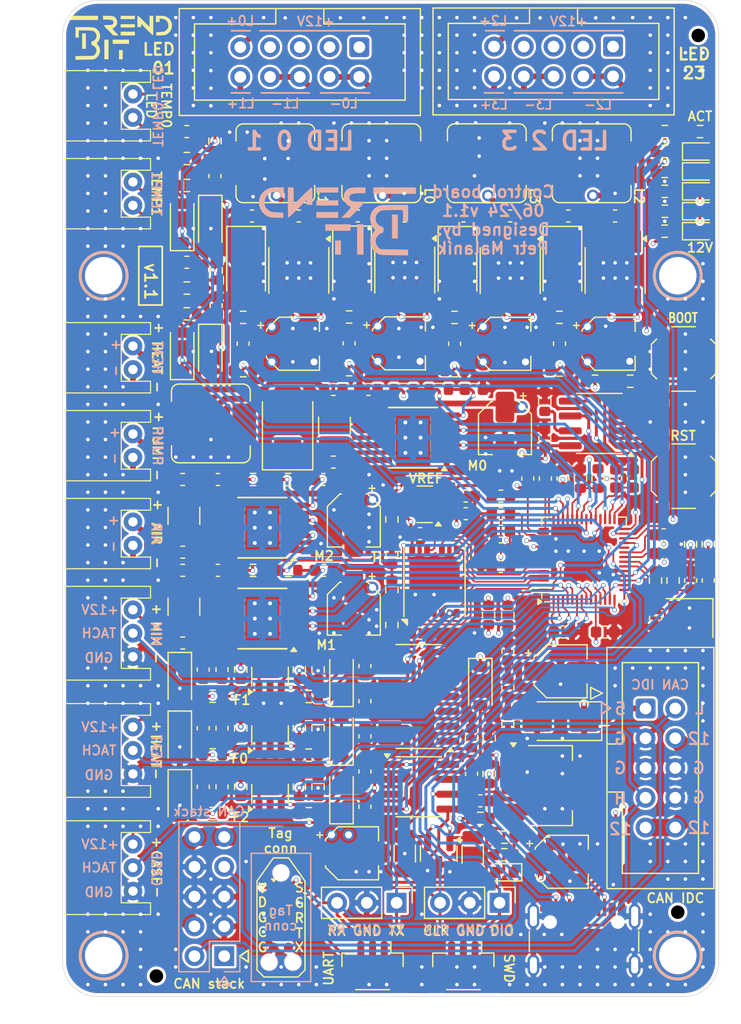
<source format=kicad_pcb>
(kicad_pcb (version 20240108) (generator "pcbnew") (generator_version "8.0")
  (title_block (title "Interface shield") (date "2024-06-11") (rev "${VERSION}") (company "TrendBit s.r.o.") (comment 1 "Designed by: Petr Malaník"))
  (layers (0 "F.Cu" mixed "F.Cu - Mixed") (1 "In1.Cu" power "In1.Cu - GND") (2 "In2.Cu" power "In2.Cu - Power") (31 "B.Cu" mixed "B.Cu - Mixed") (34 "B.Paste" user) (35 "F.Paste" user) (36 "B.SilkS" user "B.Silkscreen") (37 "F.SilkS" user "F.Silkscreen") (38 "B.Mask" user) (39 "F.Mask" user) (44 "Edge.Cuts" user))
  (property "VERSION" "1.1")
  (net 0 "")
  (net 1 "+3.3V")
  (net 2 "GND")
  (net 3 "+1V1")
  (net 4 "/MCU/XIN")
  (net 5 "/MCU/X_OUT_R")
  (net 6 "Net-(U6-VREF)")
  (net 7 "+12V")
  (net 8 "Net-(U7-CTRL)")
  (net 9 "Net-(D7-A)")
  (net 10 "Net-(U8-CTRL)")
  (net 11 "Net-(U9-CTRL)")
  (net 12 "Net-(D11-A)")
  (net 13 "Net-(U10-CTRL)")
  (net 14 "Net-(D13-A)")
  (net 15 "Net-(U12-VREF)")
  (net 16 "Net-(U14-VREF)")
  (net 17 "/LED drivers/LED_1-")
  (net 18 "/LED drivers/LED_0-")
  (net 19 "/LED drivers/LED_2-")
  (net 20 "/LED drivers/LED_3-")
  (net 21 "+5V")
  (net 22 "/LED drivers/LED_1+")
  (net 23 "/LED drivers/LED_0+")
  (net 24 "/LED drivers/LED_3+")
  (net 25 "/LED drivers/LED_2+")
  (net 26 "Net-(Q1A-G)")
  (net 27 "Net-(Q1B-D)")
  (net 28 "Net-(Q2B-D)")
  (net 29 "Net-(Q2A-G)")
  (net 30 "Net-(Q3A-G)")
  (net 31 "Net-(Q3B-D)")
  (net 32 "/MCU/XOUT")
  (net 33 "Net-(U2-USB_DP)")
  (net 34 "Net-(U2-USB_DM)")
  (net 35 "/MCU/VERSION")
  (net 36 "/Fans/PWM_0")
  (net 37 "Net-(D2-A)")
  (net 38 "/Fans/TACHO_0")
  (net 39 "/Fans/TACHO_1")
  (net 40 "/Fans/PWM_1")
  (net 41 "Net-(D4-A)")
  (net 42 "Net-(D6-A)")
  (net 43 "Net-(U6-ISEN)")
  (net 44 "/LED drivers/CTRL_1")
  (net 45 "/LED drivers/CTRL_0")
  (net 46 "/LED drivers/CTRL_2")
  (net 47 "/LED drivers/CTRL_3")
  (net 48 "Net-(U12-ISEN)")
  (net 49 "Net-(U14-ISEN)")
  (net 50 "/MCU/QSPI_SD1")
  (net 51 "/MCU/QSPI_SS")
  (net 52 "/MCU/QSPI_SD2")
  (net 53 "/MCU/QSPI_SCLK")
  (net 54 "/MCU/QSPI_SD0")
  (net 55 "/MCU/QSPI_SD3")
  (net 56 "/MCU/MOTOR_0_IN2")
  (net 57 "/MCU/MOTOR_2_IN1")
  (net 58 "/MCU/MOTOR_1_IN1")
  (net 59 "/MCU/RUN")
  (net 60 "/MCU/MOTOR_0_VREF")
  (net 61 "/MCU/MOTOR_2_IN2")
  (net 62 "+3.3V_REF")
  (net 63 "/MCU/MOTOR_0_IN1")
  (net 64 "/MCU/MOTOR_1_VREF")
  (net 65 "/MCU/MOTOR_2_VREF")
  (net 66 "/MCU/MOTOR_1_IN2")
  (net 71 "Net-(D15-A2)")
  (net 72 "/Motors/TEC/OUT2")
  (net 73 "/Motors/Peristaltic pump/OUT1")
  (net 74 "/Motors/Peristaltic pump/OUT2")
  (net 75 "/Motors/Air pump/OUT2")
  (net 76 "/Motors/Air pump/OUT1")
  (net 77 "/Motors/TEC/OUT1")
  (net 78 "/CAN & Power/VREF")
  (net 79 "Net-(U16-OUT)")
  (net 80 "Net-(D22-A)")
  (net 81 "VBUS")
  (net 82 "Net-(D1-K)")
  (net 83 "/CAN & Power/CAN_L")
  (net 84 "/CAN & Power/CAN_H")
  (net 85 "Net-(D17-K)")
  (net 86 "Net-(D18-K)")
  (net 87 "Net-(D19-K)")
  (net 88 "Net-(D20-K)")
  (net 89 "Net-(D21-K)")
  (net 90 "Net-(Q1A-D)")
  (net 91 "Net-(Q2A-D)")
  (net 92 "Net-(Q3A-D)")
  (net 93 "/Debug Interface/RX")
  (net 94 "/Debug Interface/SWCLK")
  (net 95 "/Debug Interface/SWDIO")
  (net 96 "/Debug Interface/D-")
  (net 97 "Net-(J13-VBUS-PadA4)")
  (net 98 "Net-(J13-CC1)")
  (net 99 "Net-(J13-CC2)")
  (net 101 "/Debug Interface/D+")
  (net 103 "Net-(U15-Rs)")
  (net 104 "/MCU/USB_BOOT")
  (net 105 "/MCU/LED2")
  (net 106 "/MCU/LED1")
  (net 107 "Net-(U17-WP)")
  (net 108 "/Debug Interface/TX")
  (net 109 "/MCU/SDA")
  (net 110 "/CAN & Power/CAN.TX")
  (net 111 "/MCU/EXT_TEMP_1")
  (net 112 "/MCU/SCL")
  (net 113 "/MCU/BOARD_TEMP")
  (net 114 "/MCU/EXT_TEMP_0")
  (net 115 "/Debug Interface/RESET")
  (net 117 "/Fans/Peltier fan/FAN_PWR")
  (net 118 "/Fans/Peltier fan/TACHO")
  (net 119 "/Fans/Mixing fan/FAN_PWR")
  (net 120 "/Fans/Mixing fan/TACHO")
  (net 121 "/Fans/Device fan/FAN_PWR")
  (net 122 "/Fans/Device fan/TACHO")
  (net 123 "Net-(J17-Pin_1)")
  (net 124 "Net-(J18-Pin_1)")
  (net 125 "Net-(U6-OUT1)")
  (net 126 "Net-(U12-OUT1)")
  (net 127 "Net-(U14-OUT1)")
  (net 128 "Net-(U6-OUT2)")
  (net 129 "Net-(U12-OUT2)")
  (net 130 "Net-(U14-OUT2)")
  (net 131 "/Fans/Peltier fan/FAN_TACHO")
  (net 132 "/Fans/Mixing fan/FAN_TACHO")
  (net 133 "/Fans/Device fan/FAN_TACHO")
  (net 134 "Net-(J17-Pin_2)")
  (net 135 "Net-(J18-Pin_2)")
  (net 136 "Net-(D3-K)")
  (net 137 "Net-(D27-A)")
  (net 138 "Net-(D9-A)")
  (net 139 "/CAN & Power/CAN.RX")
  (net 140 "Net-(R12-Pad2)")
  (net 141 "Net-(R13-Pad2)")
  (net 142 "/Fans/TACHO_2")
  (footprint "TCY_connectors:Hirose_DF3A-02P-2DS_1x02_P2.00mm_Horizontal" (layer "F.Cu") (at 103.5 95.5 -90)
    (property "Reference" "J9" (hide yes))
    (property "Value" "DF3A-2P-2DS")
  )
  (footprint "Resistor_SMD:R_0603_1608Metric" (layer "F.Cu") (at 137.7 122.9 180)
    (property "Reference" "R61" (hide yes))
    (property "Value" "270R")
  )
  (footprint "Resistor_SMD:R_0603_1608Metric" (layer "F.Cu") (at 121 119.4 180)
    (property "Reference" "R24" (hide yes))
    (property "Value" "2k2")
  )
  (footprint "Button_Switch_SMD:SW_SPST_TL3342" (layer "F.Cu") (at 153 80.6 90)
    (property "Reference" "SW1" (hide yes))
    (property "Value" "TS-1187A-B-A-B")
  )
  (footprint "Diode_SMD:D_SMA" (layer "F.Cu") (at 142.655 72.8 -90)
    (property "Reference" "D7" (hide yes))
    (property "Value" "CDBA340")
  )
  (footprint "Diode_SMD:D_SOD-123" (layer "F.Cu") (at 110 113 -90)
    (property "Reference" "D24" (hide yes))
    (property "Value" "B5817W")
  )
  (footprint "Resistor_SMD:R_0603_1608Metric" (layer "F.Cu") (at 128.1 94.3 -90)
    (property "Reference" "R12" (hide yes))
    (property "Value" "5.1k")
  )
  (footprint "Resistor_SMD:R_0603_1608Metric" (layer "F.Cu") (at 129.1 83.2 180)
    (property "Reference" "R39" (hide yes))
    (property "Value" "1k")
  )
  (footprint "Resistor_SMD:R_0603_1608Metric" (layer "F.Cu") (at 115.2 107.1 90)
    (property "Reference" "R17" (hide yes))
    (property "Value" "10k")
  )
  (footprint "Resistor_SMD:R_0603_1608Metric" (layer "F.Cu") (at 152.1 99.5 -90)
    (property "Reference" "R1" (hide yes))
    (property "Value" "1k")
  )
  (footprint "Resistor_SMD:R_0603_1608Metric" (layer "F.Cu") (at 113.1 73.05 -90)
    (property "Reference" "R67" (hide yes))
    (property "Value" "5.1k")
  )
  (footprint "Capacitor_SMD:C_0603_1608Metric" (layer "F.Cu") (at 137.4 95.3 180)
    (property "Reference" "C15" (hide yes))
    (property "Value" "100nF")
  )
  (footprint "Resistor_SMD:R_0603_1608Metric" (layer "F.Cu") (at 133.45 81.6075 180)
    (property "Reference" "R30" (hide yes))
    (property "Value" "1k")
  )
  (footprint "Inductor_SMD:L_0603_1608Metric" (layer "F.Cu") (at 113.6 107.1 -90)
    (property "Reference" "FB4" (hide yes))
    (property "Value" "10R@100MHz")
  )
  (footprint "Capacitor_SMD:C_0603_1608Metric" (layer "F.Cu") (at 150.6 102.7 90)
    (property "Reference" "C3" (hide yes))
    (property "Value" "10pF")
  )
  (footprint "Resistor_SMD:R_0603_1608Metric" (layer "F.Cu") (at 120.2 117.1 90)
    (property "Reference" "R20" (hide yes))
    (property "Value" "10R")
  )
  (footprint "Connector_IDC:IDC-Header_2x05_P2.54mm_Vertical" (layer "F.Cu") (at 125.32 53.9975 -90)
    (property "Reference" "J19" (hide yes))
    (property "Value" "2.54-2*5P")
  )
  (footprint "Resistor_SMD:R_0603_1608Metric" (layer "F.Cu") (at 121.8 112.1 90)
    (property "Reference" "R8" (hide yes))
    (property "Value" "10k")
  )
  (footprint "TCY_connectors:Hirose_DF3A-02P-2DS_1x02_P2.00mm_Horizontal" (layer "F.Cu") (at 103.5 66.5 -90)
    (property "Reference" "J18" (hide yes))
    (property "Value" "DF3A-2P-2DS")
  )
  (footprint "Capacitor_SMD:CP_Elec_4x5.4" (layer "F.Cu") (at 119.655 79.3)
    (property "Reference" "C39" (hide yes))
    (property "Value" "10uF/25V")
  )
  (footprint "Diode_SMD:D_SOD-123" (layer "F.Cu") (at 135.65 108.5 -90)
    (property "Reference" "D23" (hide yes))
    (property "Value" "B5817W")
  )
  (footprint "Capacitor_SMD:C_0603_1608Metric" (layer "F.Cu") (at 142.7 103.9)
    (property "Reference" "C7" (hide yes))
    (property "Value" "100nF")
  )
  (footprint "Resistor_SMD:R_0603_1608Metric" (layer "F.Cu") (at 154.4 61.2)
    (property "Reference" "R53" (hide yes))
    (property "Value" "270R")
  )
  (footprint "MountingHole:MountingHole_2.7mm_M2.5_DIN965" (layer "F.Cu") (at 103.5 131.5)
    (property "Reference" "MK4" (hide yes))
    (property "Value" "M2.5")
  )
  (footprint "Capacitor_SMD:C_0603_1608Metric" (layer "F.Cu") (at 125.8 106.8 90)
    (property "Reference" "C22" (hide yes))
    (property "Value" "1uF")
  )
  (footprint "Diode_SMD:D_SOD-123" (layer "F.Cu") (at 110 108 -90)
    (property "Reference" "D25" (hide yes))
    (property "Value" "B5817W")
  )
  (footprint "Capacitor_SMD:C_0603_1608Metric" (layer "F.Cu") (at 125.8 112.8 90)
    (property "Reference" "C19" (hide yes))
    (property "Value" "100nF")
  )
  (footprint "Capacitor_SMD:C_0603_1608Metric" (layer "F.Cu") (at 135.1 83.2)
    (property "Reference" "C51" (hide yes))
    (property "Value" "1uF")
  )
  (footprint "Capacitor_SMD:C_0603_1608Metric" (layer "F.Cu") (at 113 65 90)
    (property "Reference" "C69" (hide yes))
    (property "Value" "100nF")
  )
  (footprint "Resistor_SMD:R_0603_1608Metric" (layer "F.Cu") (at 142.405 81.55 180)
    (property "Reference" "R28" (hide yes))
    (property "Value" "1k")
  )
  (footprint "Package_SO:SOIC-8-1EP_3.9x4.9mm_P1.27mm_EP2.29x3mm_ThermalVias" (layer "F.Cu") (at 138.2 73.0575 -90)
    (property "Reference" "U8" (hide yes))
    (property "Value" "AP8802")
  )
  (footprint "Package_SO:SOIC-8-1EP_3.9x4.9mm_P1.27mm_EP2.29x3mm_ThermalVias" (layer "F.Cu") (at 129.2 73.02 -90)
    (property "Reference" "U10" (hide yes))
    (property "Value" "AP8802")
  )
  (footprint "Diode_SMD:D_SOD-123" (layer "F.Cu") (at 110.2 69 90)
    (property "Reference" "D5" (hide yes))
    (property "Value" "B5817W")
  )
  (footprint "Capacitor_SMD:C_0603_1608Metric" (layer "F.Cu") (at 112 112.1 90)
    (property "Reference" "C17" (hide yes))
    (property "Value" "100nF")
  )
  (footprint "Package_TO_SOT_SMD:SOT-223-3_TabPin2" (layer "F.Cu") (at 141.6 117)
    (property "Reference" "U18" (hide yes))
    (property "Value" "AMS1117-3.3")
  )
  (footprint "Resistor_SMD:R_0603_1608Metric" (layer "F.Cu") (at 136.4 112.95 -90)
    (property "Reference" "R46" (hide yes))
    (property "Value" "5.1k")
  )
  (footprint "TCY_connectors:Hirose_DF3A-03P-2DS_1x03_P2.00mm_Horizontal" (layer "F.Cu") (at 103.5 114 -90)
    (property "Reference" "J2" (hide yes))
    (property "Value" "DF3A-3P")
  )
  (footprint "Fiducial:Fiducial_1mm_Mask2mm" (layer "F.Cu") (at 154.25 58)
    (property "Reference" "FID5" (hide yes))
    (property "Value" "0.5/1mm")
  )
  (footprint "LED_SMD:LED_0603_1608Metric" (layer "F.Cu") (at 154.39 69.7)
    (property "Reference" "D21" (hide yes))
    (property "Value" "RED")
  )
  (footprint "LED_SMD:LED_0603_1608Metric" (layer "F.Cu") (at 137.7 124.4 180)
    (property "Reference" "D1" (hide yes))
    (property "Value" "RED")
  )
  (footprint "Package_TO_SOT_SMD:TSOT-23-6" (layer "F.Cu") (at 117.7 117.7 90)
    (property "Reference" "Q3" (hide yes))
    (property "Value" "DMC2700")
  )
  (footprint "Resistor_SMD:R_0603_1608Metric" (layer "F.Cu") (at 151.4 68)
    (property "Reference" "R57" (hide yes))
    (property "Value" "5.1k")
  )
  (footprint "Resistor_SMD:R_0603_1608Metric" (layer "F.Cu") (at 145.7 90.8 90)
    (property "Reference" "R6" (hide yes))
    (property "Value" "10k")
  )
  (footprint "Capacitor_SMD:C_0603_1608Metric" (layer "F.Cu") (at 115.405 79.3 -90)
    (property "Reference" "C40" (hide yes))
    (property "Value" "1uF")
  )
  (footprint "Diode_SMD:D_SOD-123" (layer "F.Cu") (at 123.8 117.9 90)
    (property "Reference" "D6" (hide yes))
    (property "Value" "B5817W")
  )
  (footprint "Capacitor_SMD:C_0603_1608Metric" (layer "F.Cu") (at 137.4 96.8 180)
    (property "Reference" "C14" (hide yes))
    (property "Value" "100nF")
  )
  (footprint "TCY_connectors:Hirose_DF3A-02P-2DS_1x02_P2.00mm_Horizontal" (layer "F.Cu") (at 103.5 59 -90)
    (property "Reference" "J17" (hide yes))
    (property "Value" "DF3A-2P-2DS")
  )
  (footprint "Resistor_SMD:R_1210_3225Metric" (layer "F.Cu") (at 110.35 101.735 -90)
    (property "Reference" "R38" (hide yes))
    (property "Value" "100mR/0.5W")
  )
  (footprint "Resistor_SMD:R_0603_1608Metric" (layer "F.Cu") (at 138 102.45 -90)
    (property "Reference" "R2" (hide yes))
    (property "Value" "22R")
  )
  (footprint "Resistor_SMD:R_0603_1608Metric" (layer "F.Cu") (at 120.2 107.1 90)
    (property "Reference" "R15" (hide yes))
    (property "Value" "10R")
  )
  (footprint "Capacitor_SMD:C_0603_1608Metric" (layer "F.Cu") (at 138 111.75 -90)
    (property "Reference" "C61" (hide yes))
    (property "Value" "100nF")
  )
  (footprint "Capacitor_SMD:C_0603_1608Metric" (layer "F.Cu") (at 138 105.55 90)
    (property "Reference" "C67" (hide yes))
    (property "Value" "100nF")
  )
  (footprint "Inductor_SMD:L_0603_1608Metric" (layer "F.Cu") (at 123.1 83.2)
    (property "Reference" "FB11" (hide yes))
    (property "Value" "10R@100MHz")
  )
  (footprint "Capacitor_SMD:C_0603_1608Metric" (layer "F.Cu") (at 148.7 90.8 90)
    (property "Reference" "C10" (hide yes))
    (property "Value" "100nF")
  )
  (footprint "Resistor_SMD:R_0603_1608Metric" (layer "F.Cu") (at 120.2 112.1 90)
    (property "Reference" "R7" (hide yes))
    (property "Value" "10R")
  )
  (footprint "Diode_SMD:D_SOD-123" (layer "F.Cu") (at 112.6 69 -90)
    (property "Reference" "D3" (hide yes))
    (property "Value" "B5817W")
  )
  (footprint "Resistor_SMD:R_0603_1608Metric" (layer "F.Cu") (at 151.39 69.7)
    (property "Reference" "R52" (hide yes))
    (property "Value" "5.1k")
  )
  (footprint "Inductor_SMD:L_0603_1608Metric" (layer "F.Cu") (at 128.1 97.2875 90)
    (property "Reference" "TH1" (hide yes))
    (property "Value" "10k, 3950b")
  )
  (footprint "TCY_mechanical:ToolingHole_JLCPCB" (layer "F.Cu") (at 108 133.25)
    (property "Reference" "FID2" (hide yes))
    (property "Value" "TLH")
  )
  (footprint "Diode_SMD:D_SOD-123" (layer "F.Cu") (at 110.2 80 90)
    (property "Reference" "D27" (hide yes))
    (property "Value" "B5817W")
  )
  (footprint "Resistor_SMD:R_0603_1608Metric" (layer "F.Cu") (at 115.405 81.6 180)
    (property "Reference" "R32" (hide yes))
    (property "Value" "1k")
  )
  (footprint "Inductor_SMD:L_Sumida_CDMC6D28_7.25x6.5mm" (layer "F.Cu") (at 136.2 63.9)
    (property "Reference" "L2" (hide yes))
    (property "Value" "47uH")
  )
  (footprint "Capacitor_SMD:C_0603_1608Metric" (layer "F.Cu") (at 113.25 90.885 180)
    (property "Reference" "C28" (hide yes))
    (property "Value" "100nF")
  )
  (footprint "Connector_JST:JST_SH_BM03B-SRSS-TB_1x03-1MP_P1.00mm_Vertical" (layer "F.Cu") (at 134.2 132.4 180)
    (property "Reference" "J12" (hide yes))
    (property "Value" "BM03B-SRSS-TB")
  )
  (footprint "Capacitor_SMD:C_0603_1608Metric" (layer "F.Cu") (at 113.25 98.635 180)
    (property "Reference" "C48" (hide yes))
    (property "Value" "100nF")
  )
  (footprint "Capacitor_SMD:CP_Elec_4x5.4" (layer "F.Cu") (at 124.7 122.775)
    (property "Reference" "C65" (hide yes))
    (property "Value" "10uF/25V")
  )
  (footprint "Resistor_SMD:R_0603_1608Metric" (layer "F.Cu") (at 124.45 77.02 180)
    (property "Reference" "R35" (hide yes))
    (property "Value" "1k")
  )
  (footprint "Package_SO:Texas_HTSOP-8-1EP_3.9x4.9mm_P1.27mm_EP2.95x4.9mm_Mask2.4x3.1mm_ThermalVias" (layer "F.Cu") (at 117.05 95 180)
    (property "Reference" "U6" (hide yes))
    (property "Value" "DRV8870DDA")
  )
  (footprint "Capacitor_SMD:C_0603_1608Metric" (layer "F.Cu") (at 141.15 87.35 90)
    (property "Reference" "C57" (hide yes))
    (property "Value" "100nF")
  )
  (footprint "Resistor_SMD:R_0603_1608Metric" (layer "F.Cu") (at 115.405 77.05 180)
    (property "Reference" "R33" (hide yes))
    (property "Value" "1k")
  )
  (footprint "Inductor_SMD:L_0603_1608Metric" (layer "F.Cu") (at 110.25 104.835)
    (property "Reference" "FB13" (hide yes))
    (property "Value" "10R@100MHz")
  )
  (footprint "Capacitor_SMD:C_0603_1608Metric" (layer "F.Cu") (at 142.405 79.3 -90)
    (property "Reference" "C32" (hide yes))
    (property "Value" "1uF")
  )
  (footprint "Resistor_SMD:R_0603_1608Metric" (layer "F.Cu") (at 110.6 76.75)
    (property "Reference" "R70" (hide yes))
    (property "Value" "1k")
  )
  (footprint "Capacitor_SMD:C_0603_1608Metric" (layer "F.Cu") (at 133.45 79.3075 -90)
    (property "Reference" "C36" (hide yes))
    (property "Value" "1uF")
  )
  (footprint "Fiducial:Fiducial_1mm_Mask2mm" (layer "F.Cu") (at 108 130)
    (property "Reference" "FID3" (hide yes))
    (property "Value" "0.5/1mm")
  )
  (footprint "Package_DFN_QFN:QFN-56-1EP_7x7mm_P0.4mm_EP3.2x3.2mm" (layer "F.Cu") (at 144.5 97.7 90)
    (property "Reference" "U2" (hide yes))
    (property "Value" "RP2040")
  )
  (footprint "Capacitor_SMD:C_0603_1608Metric" (layer "F.Cu") (at 137.4 98.3 180)
    (property "Reference" "C5" (hide yes))
    (property "Value" "100nF")
  )
  (footprint "Resistor_SMD:R_0603_1608Metric" (layer "F.Cu") (at 110.6 65.8)
    (property "Reference" "R69" (hide yes))
    (property "Value" "1k")
  )
  (footprint "Resistor_SMD:R_0603_1608Metric" (layer "F.Cu") (at 150.6 99.5 90)
    (property "Reference" "R4" (hide yes))
    (property "Value" "1k")
  )
  (footprint "TCY_connectors:Hirose_DF3A-02P-2DS_1x02_P2.00mm_Horizontal" (layer "F.Cu") (at 103.5 80.5 -90)
    (property "Reference" "J10" (hide yes))
    (property "Value" "DF3A-2P-2DS")
  )
  (footprint "Capacitor_SMD:C_0603_1608Metric" (layer "F.Cu") (at 122.25 90.885)
    (property "Reference" "C27" (hide yes))
    (property "Value" "1uF")
  )
  (footprint "Capacitor_SMD:C_0603_1608Metric" (layer "F.Cu") (at 138.2 68.4)
    (property "Reference" "C34" (hide yes))
    (property "Value" "100nF")
  )
  (footprint "Capacitor_SMD:C_0603_1608Metric" (layer "F.Cu") (at 125.2 68.4 180)
    (property "Reference" "C45" (hide yes))
    (property "Value" "100nF")
  )
  (footprint "Capacitor_SMD:C_0603_1608Metric" (layer "F.Cu") (at 126.1 83.2 180)
    (property "Reference" "C52" (hide yes))
    (property "Value" "100nF")
  )
  (footprint "Package_SO:SOIC-14_3.9x8.7mm_P1.27mm" (layer "F.Cu") (at 130.4 109.4 180)
    (property "Reference" "U3" (hide yes))
    (property "Value" "74HC14")
  )
  (footprint "Connector:Tag-Connect_TC2050-IDC-NL_2x05_P1.27mm_Vertical_with_bottom_clip" (layer "F.Cu") (at 118.635 128.25 -90)
    (property "Reference" "J16" (hide yes))
    (property "Value" "ARM_SWD_10")
  )
  (footprint "Package_TO_SOT_SMD:TSOT-23-6" (layer "F.Cu") (at 117.7 107.7 90)
    (property "Reference" "Q2" (hide yes))
    (property "Value" "DMC2700")
  )
  (footprint "Capacitor_SMD:C_0603_1608Metric" (layer "F.Cu") (at 125.8 118.8 -90)
    (property "Reference" "C25" (hide yes))
    (property "Value" "1uF")
  )
  (footprint "Package_SO:SOIC-8-1EP_3.9x4.9mm_P1.27mm_EP2.29x3mm_ThermalVias" (layer "F.Cu") (at 147.155 73.05 -90)
    (property "Reference" "U7" (hide yes))
    (property "Value" "AP8802")
  )
  (footprint "Capacitor_SMD:C_0603_1608Metric" (layer "F.Cu") (at 125.8 109.8 90)
    (property "Reference" "C18" (hide yes))
    (property "Value" "1uF")
  )
  (footprint "Connector_IDC:IDC-Header_2x05_P2.54mm_Vertical" (layer "F.Cu") (at 149.7475 110.42)
    (property "Reference" "J1" (hide yes))
    (property "Value" "2.54-2*5P")
  )
  (footprint "Capacitor_SMD:C_0603_1608Metric" (layer "F.Cu") (at 122.3 98.635)
    (property "Reference" "C47" (hide yes))
    (property "Value" "1uF")
  )
  (footprint "Capacitor_SMD:CP_Elec_4x5.4" (layer "F.Cu") (at 146.6 79.3)
    (property "Reference" "C31" (hide yes))
    (property "Value" "10uF/25V")
  )
  (footprint "Resistor_SMD:R_0603_1608Metric" (layer "F.Cu") (at 112.8 119.375)
    (property "Reference" "R23" (hide yes))
    (property "Value" "1k")
  )
  (footprint "Capacitor_SMD:C_0603_1608Metric" (layer "F.Cu") (at 141.2 90.8 90)
    (property "Reference" "C60" (hide yes))
    (property "Value" "100nF")
  )
  (footprint "MountingHole:MountingHole_2.7mm_M2.5_DIN965" (layer "F.Cu") (at 152.5 131.5)
    (property "Reference" "MK3" (hide yes))
    (property "Value" "M2.5")
  )
  (footprint "LED_SMD:LED_0603_1608Metric" (layer "F.Cu") (at 154.39 66.3)
    (property "Reference" "D19" (hide yes))
    (property "Value" "RED")
  )
  (footprint "Resistor_SMD:R_0603_1608Metric" (layer "F.Cu") (at 128.1 103.3 -90)
    (property "Reference" "R14" (hide yes))
    (property "Value" "1k")
  )
  (footprint "Capacitor_SMD:C_0603_1608Metric" (layer "F.Cu") (at 139.7 90.8 90)
    (property "Reference" "C6" (hide yes))
    (property "Value" "1uF")
  )
  (footprint "Resistor_SMD:R_1210_3225Metric" (layer "F.Cu") (at 123.2 86.3 -90)
    (property "Reference" "R41" (hide yes))
    (property "Value" "100mR/0.5W")
  )
  (footprint "Resistor_SMD:R_0603_1608Metric" (layer "F.Cu") (at 115.2 117.1 90)
    (property "Reference" "R22" (hide yes))
    (property "Value" "10k")
  )
  (footprint "Capacitor_SMD:C_0603_1608Metric" (layer "F.Cu") (at 134.2 68.4 180)
    (property "Reference" "C37" (hide yes))
    (property "Value" "100nF")
  )
  (footprint "Diode_SMD:D_SOD-123" (layer "F.Cu") (at 110 118 -90)
    (property "Reference" "D26" (hide yes))
    (property "Value" "B5817W")
  )
  (footprint "Resistor_SMD:R_0603_1608Metric" (layer "F.Cu") (at 113 62 -90)
    (property "Reference" "R65" (hide yes))
    (property "Value" "5.1k")
  )
  (footprint "Capacitor_SMD:C_0603_1608Metric" (layer "F.Cu") (at 146.3 103.9)
    (property "Reference" "C8" (hide yes))
    (property "Value" "100nF")
  )
  (footprint "Inductor_SMD:L_Sumida_CDMC6D28_7.25x6.5mm" (layer "F.Cu") (at 118.155 63.905)
    (property "Reference" "L3" (hide yes))
    (property "Value" "47uH")
  )
  (footprint "Resistor_SMD:R_0603_1608Metric" (layer "F.Cu") (at 137.7 121.4 180)
    (property "Reference" "R60" (hide yes))
    (property "Value" "270R")
  )
  (footprint "Package_TO_SOT_SMD:SOT-23" (layer "F.Cu") (at 130.9 93 180)
    (property "Reference" "U16" (hide yes))
    (property "Value" "REF3033")
  )
  (footprint "Diode_SMD:D_SMA" (layer "F.Cu") (at 115.655 72.8 -90)
    (property "Reference" "D11" (hide yes))
    (property "Value" "CDBA340")
  )
  (footprint "LED_SMD:LED_0603_1608Metric" (layer "F.Cu") (at 154.39 62.9)
    (property "Reference" "D17" (hide yes))
    (property "Value" "GREEN")
  )
  (footprint "Inductor_SMD:L_0603_1608Metric" (layer "F.Cu") (at 110.25 90.885)
    (property "Reference" "FB9" (hide yes))
    (property "Value" "10R@100MHz")
  )
  (footprint "Capacitor_SMD:C_0603_1608Metric" (layer "F.Cu") (at 130.5 95.5)
    (property "Reference" "C1" (hide yes))
    (property "Value" "100nF")
  )
  (footprint "Capacitor_SMD:C_0603_1608Metric" (layer "F.Cu") (at 129.2 68.4)
    (property "Reference" "C42" (hide yes))
    (property "Value" "100nF")
  )
  (footprint "TCY_connectors:Hirose_DF3A-02P-2DS_1x02_P2.00mm_Horizontal" (layer "F.Cu") (at 103.5 88 -90)
    (property "Reference" "J8" (hide yes))
    (property "Value" "DF3A-2P-2DS")
  )
  (footprint "Resistor_SMD:R_0603_1608Metric" (layer "F.Cu") (at 151.4 66.3 180)
    (property "Reference" "R51" (hide yes))
    (property "Value" "270R")
  )
  (footprint "Package_TO_SOT_SMD:TSOT-23-6" (layer "F.Cu") (at 117.7 112.7 90)
    (property "Reference" "Q1" (hide yes))
    (property "Value" "DMC2700")
  )
  (footprint "Resistor_SMD:R_0603_1608Metric" (layer "F.Cu") (at 116.25 90.885 180)
    (property "Reference" "R25" (hide yes))
    (property "Value" "1k")
  )
  (footprint "Capacitor_SMD:CP_Elec_4x5.4" (layer "F.Cu") (at 137.7 79.3075)
    (property "Reference" "C35" (hide yes))
    (property "Value" "10uF/25V")
  )
  (footprint "Resistor_SMD:R_0603_1608Metric" (layer "F.Cu") (at 153.6 96.4 90)
    (property "Reference" "R62" (hide yes))
    (property "Value" "1k")
  )
  (footprint "Resistor_SMD:R_0603_1608Metric" (layer "F.Cu") (at 148.44 82.5)
    (property "Reference" "R48" (hide yes))
    (property "Value" "1k")
  )
  (footprint "TCY_connectors:Hirose_DF3A-03P-2DS_1x03_P2.00mm_Horizontal" (layer "F.Cu") (at 103.5 104 -90)
    (property "Reference" "J3" (hide yes))
    (property "Value" "DF3A-3P")
  )
  (footprint "Diode_SMD:D_SOD-123" (layer "F.Cu") (at 112.6 80 -90)
    (property "Reference" "D28" (hide yes))
    (property "Value" "B5817W")
  )
  (footprint "Package_SO:Texas_HTSOP-8-1EP_3.9x4.9mm_P1.27mm_EP2.95x4.9mm_Mask2.4x3.1mm_ThermalVias" (layer "F.Cu") (at 129.9 87.315 180)
    (property "Reference" "U14" (hide yes))
    (property "Value" "DRV8870DDA")
  )
  (footprint "MountingHole:MountingHole_2.7mm_M2.5_DIN965" (layer "F.Cu") (at 103.5 73.5)
    (property "Reference" "MK2" (hide yes))
    (property "Value" "M2.5")
  )
  (footprint "Crystal:Crystal_SMD_Abracon_ABM8G-4Pin_3.2x2.5mm" (layer "F.Cu") (at 153.5 102.7 180)
    (property "Reference" "Y1" (hide yes))
    (property "Value" "12MHz")
  )
  (footprint "Capacitor_SMD:C_0603_1608Metric" (layer "F.Cu") (at 116.155 68.405 180)
    (property "Reference" "C41" (hide yes))
    (property "Value" "100nF")
  )
  (footprint "Capacitor_SMD:CP_Elec_4x5.4" (layer "F.Cu") (at 137.75 86.5 -90)
    (property "Reference" "C53" (hide yes))
    (property "Value" "10uF/25V")
  )
  (footprint "Capacitor_SMD:C_0603_1608Metric" (layer "F.Cu") (at 134.4 92.3)
    (property "Reference" "C58" (hide yes))
    (property "Value" "100nF")
  )
  (footprint "Inductor_SMD:L_0603_1608Metric" (layer "F.Cu") (at 123.1 89.4)
    (property "Reference" "FB14" (hide yes))
    (property "Value" "10R@100MHz")
  )
  (footprint "Capacitor_SMD:CP_Elec_4x5.4" (layer "F.Cu") (at 142.5 107.25)
    (property "Reference" "C63" (hide yes))
    (property "Value" "10uF/25V")
  )
  (footprint "Resistor_SMD:R_0603_1608Metric" (layer "F.Cu") (at 132.1 83.2 180)
    (property "Reference" "R40" (hide yes))
    (property "Value" "1k")
  )
  (footprint "Inductor_SMD:L_0603_1608Metric" (layer "F.Cu") (at 110.6 61.2 180)
    (property "Reference" "FB7" (hide yes))
    (property "Value" "10R@100MHz")
  )
  (footprint "Resistor_SMD:R_0603_1608Metric" (layer "F.Cu") (at 141.15 84.25 90)
    (property "Reference" "R58" (hide yes))
    (property "Value" "10k")
  )
  (footprint "Button_Switch_SMD:SW_SPST_TL3342" (layer "F.Cu") (at 153 90.6 90)
    (property "Reference" "SW2" (hide yes))
    (property "Value" "TS-1187A-B-A-B")
  )
  (footprint "Capacitor_SMD:C_0603_1608Metric" (layer "F.Cu") (at 124.45 79.27 -90)
    (property "Reference" "C44" (hide yes))
    (property "Value" "1uF")
  )
  (footprint "Resistor_SMD:R_0603_1608Metric" (layer "F.Cu") (at 121 109.4 180)
    (property "Reference" "R19" (hide yes))
    (property "Value" "2k2")
  )
  (footprint "Inductor_SMD:L_0603_1608Metric" (layer "F.Cu") (at 137.4 92.3)
    (property "Reference" "FB2" (hide yes))
    (property "Value" "10R@100MHz")
  )
  (footprint "Resistor_SMD:R_0603_1608Metric" (layer "F.Cu") (at 134.9 112.95 90)
    (property "Reference" "R42" (hide yes))
    (property "Value" "1k")
  )
  (footprint "Resistor_SMD:R_0603_1608Metric" (layer "F.Cu") (at 133.45 77.0575 180)
    (property "Reference" "R31" (hide yes))
    (property "Value" "1k")
  )
  (footprint "Capacitor_SMD:C_0603_1608Metric" (layer "F.Cu") (at 137.4 93.8 180)
    (property "Reference" "C13" (hide yes))
    (property "Value" "1uF")
  )
  (footprint "Resistor_SMD:R_0603_1608Metric" (layer "F.Cu") (at 116.25 98.635 180)
    (property "Reference" "R36" (hide yes))
    (property "Value" "1k")
  )
  (footprint "Package_TO_SOT_SMD:SOT-23" (layer "F.Cu") (at 132.1 122.8 -90)
    (property "Reference" "D16" (hide yes))
    (property "Value" "PSM712-LF-T7")
  )
  (footprint "TCY_mechanical:ToolingHole_JLCPCB" (layer "F.Cu") (at 154.25 53)
    (property "Reference" "FID1" (hide yes))
    (property "Value" "TLH")
  )
  (footprint "Capacitor_SMD:C_0603_1608Metric" (layer "F.Cu") (at 151.3 97.2)
    (property "Reference" "C9" (hide yes))
    (property "Value" "100nF")
  )
  (footprint "Resistor_SMD:R_0603_1608Metric" (layer "F.Cu") (at 144.2 90.8 90)
    (property "Reference" "R5" (hide yes))
    (property "Value" "1k")
  )
  (footprint "Connector_USB:USB_C_Receptacle_GCT_USB4105-xx-A_16P_TopMnt_Horizontal" (layer "F.Cu") (at 144.5 131.25)
    (property "Reference" "J13" (hide yes))
    (property "Value" "U263-163N-4BLS1735")
  )
  (footprint "Capacitor_SMD:C_0603_1608Metric" (layer "F.Cu") (at 120.155 68.405)
    (property "Reference" "C38" (hide yes))
    (property "Value" "100nF")
  )
  (footprint "Capacitor_SMD:C_0603_1608Metric" (layer "F.Cu") (at 135.65 118.3 180)
    (property "Reference" "C62" (hide yes))
    (property "Value" "100nF")
  )
  (footprint "Inductor_SMD:L_0603_1608Metric" (layer "F.Cu") (at 138 108.65 90)
    (property "Reference" "FB1" (hide yes))
    (property "Value" "10R@100MHz")
  )
  (footprint "Capacitor_SMD:CP_Elec_4x5.4" (layer "F.Cu") (at 124.85 94.385 -90)
    (property "Reference" "C29" (hide yes))
    (property "Value" "10uF/25V")
  )
  (footprint "Capacitor_SMD:CP_Elec_4x5.4" (layer "F.Cu") (at 128.7 79.27)
    (property "Reference" "C43" (hide yes))
    (property "Value" "10uF/25V")
  )
  (footprint "Package_SO:SOIC-8_3.9x4.9mm_P1.27mm" (layer "F.Cu") (at 145.8 86.1 180)
    (property "Reference" "U17" (hide yes))
    (property "Value" "AT24C256")
  )
  (footprint "Inductor_SMD:L_0603_1608Metric" (layer "F.Cu") (at 110.6 72.35 180)
    (property "Reference" "FB8" (hide yes))
    (property "Value" "10R@100MHz")
  )
  (footprint "Resistor_SMD:R_0603_1608Metric" (layer "F.Cu") (at 151.39 62.9 180)
    (property "Reference" "R49" (hide yes))
    (property "Value" "270R")
  )
  (footprint "Connector_IDC:IDC-Header_2x05_P2.54mm_Vertical" (layer "F.Cu") (at 146.98 53.95 -90)
    (property "Reference" "J5" (hide yes))
    (property "Value" "2.54-2*5P")
  )
  (footprint "Resistor_SMD:R_0603_1608Metric" (layer "F.Cu") (at 136.35 102.45 -90)
    (property "Reference" "R3" (hide yes))
    (property "Value" "22R")
  )
  (footprint "Capacitor_SMD:C_0603_1608Metric" (layer "F.Cu") (at 125.8 115.8 90)
    (property "Reference" "C54" (hide yes))
    (property "Value" "100nF")
  )
  (footprint "Capacitor_SMD:C_0603_1608Metric" (layer "F.Cu") (at 113.1 76.05 90)
    (property "Reference" "C70" (hide yes))
    (property "Value" "100nF")
  )
  (footprint "Resistor_SMD:R_0603_1608Metric" (layer "F.Cu") (at 121 114.4 180)
    (property "Reference" "R11" (hide yes))
    (property "Value" "2k2")
  )
  (footprint "Diode_SMD:D_SOD-123" (layer "F.Cu") (at 123.8 107.9 90)
    (property "Reference" "D4" (hide yes))
    (property "Value" "B5817W")
  )
  (footprint "Resistor_SMD:R_0603_1608Metric" (layer "F.Cu") (at 121.8 107.1 90)
    (property "Reference" "R16" (hide yes))
    (property "Value" "10k")
  )
  (footprint "Resistor_SMD:R_0603_1608Metric" (layer "F.Cu") (at 151.39 64.6 180)
    (property "Reference" "R54" (hide yes))
    (property "Value" "270R")
  )
  (footprint "Diode_SMD:D_SMB" (layer "F.Cu") (at 119.2 86.4 90)
    (property "Reference" "D15" (hide yes))
    (property "Value" "SMBJ13CA")
  )
  (footprint "Resistor_SMD:R_0603_1608Metric" (layer "F.Cu") (at 128.1 100.3 -90)
    (property "Reference" "R13" (hide yes))
    (property "Value" "1k")
  )
  (footprint "LED_SMD:LED_0603_1608Metric" (layer "F.Cu") (at 154.39 68)
    (property "Reference" "D20" (hide yes))
    (property "Value" "RED")
  )
  (footprint "Resistor_SMD:R_0603_1608Metric" (layer "F.Cu") (at 115.2 112.1 90)
    (property "Reference" "R9" (hide yes))
    (property "Value" "10k")
  )
  (footprint "Package_SON:WSON-8-1EP_6x5mm_P1.27mm_EP3.4x4.3mm" (layer "F.Cu") (at 131.7375 99.5925 90)
    (property "Reference" "U1" (hide yes))
    (property "Value" "W25Q32JVZP")
  )
  (footprint "Inductor_SMD:L_0603_1608Metric" (layer "F.Cu") (at 110.25 98.635)
    (property "Reference" "FB10" (hide yes))
    (property "Value" "10R@100MHz")
  )
  (footprint "Resistor_SMD:R_0603_1608Metric" (layer "F.Cu") (at 124.45 81.52 180)
    (property "Reference" "R34" (hide yes))
    (property "Value" "1k")
  )
  (footprint "Package_SO:SOIC-8-1EP_3.9x4.9mm_P1.27mm_EP2.29x3mm_ThermalVias" (layer "F.Cu") (at 120.155 73.05 -90)
    (property "Reference" "U9" (hide yes))
    (property "Value" "AP8802")
  )
  (footprint "Capacitor_SMD:C_0603_1608Metric" (layer "F.Cu") (at 112 107.1 90)
    (property "Reference" "C21" (hide yes))
    (property "Value" "100nF")
  )
  (footprint "Resistor_SMD:R_0603_1608Metric" (layer "F.Cu") (at 119.25 90.885 180)
    (property "Reference" "R26" (hide yes))
    (property "Value" "1k")
  )
  (footprint "Capacitor_SMD:C_0603_1608Metric" (layer "F.Cu") (at 147.155 68.405)
    (property "Reference" "C30" (hide yes))
    (property "Value" "100nF")
  )
  (footprint "Capacitor_SMD:C_0603_1608Metric" (layer "F.Cu") (at 134.4 93.8)
    (property "Reference" "C59" (hide yes))
    (property "Value" "1uF")
  )
  (footprint "Resistor_SMD:R_0603_1608Metric" (layer "F.Cu") (at 155.1 96.4 -90)
    (property "Reference" "R50" (hide yes))
    (property "Value" "10k")
  )
  (footprint "Inductor_SMD:L_0603_1608Metric" (layer "F.Cu") (at 113.6 117.1 -90)
    (property "Reference" "FB5" (hide yes))
    (property "Value" "10R@100MHz")
  )
  (footprint "Diode_SMD:D_SMA" (layer "F.Cu") (at 133.7 72.8075 -90)
    (property "Reference" "D9" (hide yes))
    (property "Value" "CDBA340")
  )
  (footprint "Capacitor_SMD:C_0603_1608Metric" (layer "F.Cu") (at 112 117.1 90)
    (property "Reference" "C24" (hide yes))
    (property "Value" "100nF")
  )
  (footprint "Connector_PinHeader_2.54mm:PinHeader_1x03_P2.54mm_Vertical" (layer "F.Cu") (at 137.29 127 -90)
    (property "Reference" "J14" (hide yes))
    (property "Value" "Pin_header_01x03")
  )
  (footprint "Resistor_SMD:R_0603_1608Metric" (layer "F.Cu") (at 110.6 63.5 180)
    (property "Reference" "R66" (hide yes))
    (property "Value" "1k")
  )
  (footprint "Capacitor_SMD:C_0603_1608Metric" (layer "F.Cu") (at 134.9 116 -90)
    (property "Reference" "C55" (hide yes))
    (property "Value" "10nF")
  )
  (footprint "Resistor_SMD:R_0603_1608Metric" (layer "F.Cu") (at 110.6 74.55 180)
    (property "Reference" "R68" (hide yes))
    (property "Value" "1k")
  )
  (footprint "MountingHole:MountingHole_2.7mm_M2.5_DIN965" (layer "F.Cu") (at 152.5 73.5)
    (property "Reference" "MK1" (hide yes))
    (property "Value" "M2.5")
  )
  (footprint "LED_SMD:LED_0603_1608Metric" (layer "F.Cu") (at 154.39 64.6)
    (property "Reference" "D18" (hide yes))
    (property "Value" "YELLOW")
  )
  (footprint "Resistor_SMD:R_0603_1608Metric" (layer "F.Cu") (at 151.4 61.2 180)
    (property "Reference" "R56" (hide yes))
    (property "Value" "270R")
  )
  (footprint "Capacitor_SMD:CP_Elec_4x5.4" (layer "F.Cu") (at 142.6 123.5)
    (property "Reference" "C64" (hide yes))
    (property "Value" "10uF/25V")
  )
  (footprint "TCY_mechanical:ToolingHole_JLCPCB" (layer "F.Cu") (at 152.5 127.8)
    (property "Reference" "FID4" (hide yes))
    (property "Value" "TLH")
  )
  (footprint "LOGO" (layer "F.Cu") (at 105.128359 53.286813)
    (property "Reference" "G***" (hide yes))
    (property "Value" "LOGO" (hide yes))
  )
  (footprint "Diode_SMD:D_SMA" (layer "F.Cu") (at 124.7 72.77 -90)
    (property "Reference" "D13" (hide yes))
    (property "Value" "CDBA340")
  )
  (footprint "Resistor_SMD:R_0603_1608Metric" (layer "F.Cu") (at 145.44 82.5 180)
    (property "Reference" "R55" (hide yes))
    (property "Value" "0R")
  )
  (footprint "Inductor_SMD:L_Sumida_CDMC6D28_7.25x6.5mm" (layer "F.Cu") (at 145.155 63.905)
    (property "Reference" "L1" (hide yes))
    (property "Value" "47uH")
  )
  (footprint "Resistor_SMD:R_0603_1608Metric" (layer "F.Cu") (at 112.8 114.375)
    (property "Reference" "R10" (hide yes))
    (property "Value" "1k")
  )
  (footprint "Resistor_SMD:R_0603_1608Metric" (layer "F.Cu") (at 119.25 98.635 180)
    (property "Reference" "R37" (hide yes))
    (property "Value" "1k")
  )
  (footprint "Resistor_SMD:R_1206_3216Metric" (layer "F.Cu") (at 135 122.9 90)
    (property "Reference" "R44" (hide yes))
    (property "Value" "60R")
  )
  (footprint "Capacitor_SMD:C_0603_1608Metric" (layer "F.Cu") (at 143.155 68.405 180)
    (property "Reference" "C33" (hide yes))
    (property "Value" "100nF")
  )
  (footprint "Resistor_SMD:R_1206_3216Metric" (layer "F.Cu") (at 129.2 122.8 -90)
    (property "Reference" "R43" (hide yes))
    (property "Value" "60R")
  )
  (footprint "Inductor_SMD:L_Sumida_CDMC6D28_7.25x6.5mm" (layer "F.Cu") (at 112.65 86.1 180)
    (property "Reference" "L6" (hide yes))
    (property "Value" "47uH")
  )
  (footprint "Diode_SMD:D_SMA" (layer "F.Cu") (at 142.5 111.5 180)
    (property "Reference" "D22" (hide yes))
    (property "Value" "CDBA340")
  )
  (footprint "Package_SO:Texas_HTSOP-8-1EP_3.9x4.9mm_P1.27mm_EP2.95x4.9mm_Mask2.4x3.1mm_ThermalVias" (layer "F.Cu") (at 117.05 102.75 180)
    (property "Reference" "U12" (hide yes))
    (property "Value" "DRV8870DDA")
  )
  (footprint "Connector_PinHeader_2.54mm:PinHeader_1x03_P2.54mm_Vertical" (layer "F.Cu") (at 128.5 127 -90)
    (property "Reference" "J15" (hide yes))
    (property "Value" "Pin_header_01x03")
  )
  (footprint "Capacitor_SMD:C_0603_1608Metric" (layer "F.Cu") (at 130.5 104)
    (property "Reference" "C16" (hide yes))
    (property "Value" "100nF")
  )
  (footprint "Inductor_SMD:L_0603_1608Metric" (layer "F.Cu") (at 110.25 97.085)
    (property "Reference" "FB12" (hide yes))
    (property "Value" "10R@100MHz")
  )
  (footprint "Capacitor_SMD:C_0603_1608Metric" (layer "F.Cu") (at 151.3 95.6)
    (property "Reference" "C2" (hide yes))
    (property "Value" "100nF")
  )
  (footprint "Resistor_SMD:R_0603_1608Metric" (layer "F.Cu") (at 121.8 117.1 90)
    (property "Reference" "R21" (hide yes))
    (property "Value" "10k")
  )
  (footprint "Inductor_SMD:L_Sumida_CDMC6D28_7.25x6.5mm" (layer "F.Cu") (at 127.2 63.9)
    (property "Reference" "L4" (hide yes))
    (property "Value" "47uH")
  )
  (footprint "Capacitor_SMD:C_0603_1608Metric" (layer "F.Cu") (at 153.6 99.5 -90)
    (property "Reference" "C4" (hide yes))
    (property "Value" "10pF")
  )
  (footprint "Capacitor_SMD:C_0603_1608Metric" (layer "F.Cu") (at 155.1 99.5 -90)
    (property "Reference" "C56" (hide yes))
    (property "Value" "1uF")
  )
  (footprint "Capacitor_SMD:C_0603_1608Metric" (layer "F.Cu") (at 142.7 90.8 90)
    (property "Reference" "C12" (hide yes))
    (property "Value" "100nF")
  )
  (footprint "Resistor_SMD:R_0603_1608Metric" (layer "F.Cu") (at 142.405 77.05 180)
    (property "Reference" "R29" (hide yes))
    (property "Value" "1k")
  )
  (footprint "Diode_SMD:D_SOD-123" (layer "F.Cu") (at 123.8 112.9 90)
    (property "Reference" "D2" (hide yes))
    (property "Value" "B5817W")
  )
  (footprint "Resistor_SMD:R_0603_1608Metric" (layer "F.Cu") (at 135.65 119.8 180)
    (property "Reference" "R47" (hide yes))
    (property "Value" "0R")
  )
  (footprint "Capacitor_SMD:CP_Elec_4x5.4" (layer "F.Cu") (at 124.85 101.9 -90)
    (property "Reference" "C49" (hide yes))
    (property "Value" "10uF/25V")
  )
  (footprint "Capacitor_SMD:C_0603_1608Metric" (layer "F.Cu") (at 147.2 90.8 90)
    (property "Reference" "C11" (hide yes))
    (property "Value" "1uF")
  )
  (footprint "Resistor_SMD:R_0603_1608Metric" (layer "F.Cu") (at 112.8 109.375)
    (property "Reference" "R18" (hide yes))
    (property "Value" "1k")
  )
  (footprint "Resistor_SMD:R_0603_1608Metric" (layer "F.Cu") (at 136.4 116 -90)
    (property "Reference" "R45" (hide yes))
    (property "Value" "5.1k")
  )
  (footprint "Resistor_SMD:R_1210_3225Metric" (layer "F.Cu") (at 110.35 93.985 -90)
    (property "Reference" "R27" (hide yes))
    (property "Value" "100mR/0.5W")
  )
  (footprint "Package_SO:SOIC-8_3.9x4.9mm_P1.27mm" (layer "F.Cu") (at 130.4 117.1)
    (property "Reference" "U15" (hide yes))
    (property "Value" "SN65HVD230")
  )
  (footprint "TCY_connectors:Hirose_DF3A-03P-2DS_1x03_P2.00mm_Horizontal" (layer "F.Cu") (at 103.5 124 -90)
    (property "Reference" "J4" (hide yes))
    (property "Value" "DF3A-3P")
  )
  (footprint "Inductor_SMD:L_0603_1608Metric" (layer "F.Cu") (at 113.6 112.1 -90)
    (property "Reference" "FB3" (hide yes))
    (property "Value" "10R@100MHz")
  )
  (footprint "Connector_JST:JST_SH_BM03B-SRSS-TB_1x03-1MP_P1.00mm_Vertical" (layer "F.Cu") (at 126.45 132.4 180)
    (property "Reference" "J11" (hide yes))
    (property "Value" "BM03B-SRSS-TB")
  )
  (footprint "LOGO" (layer "B.Cu") (at 123.25 69 180)
    (property "Reference" "G***" (hide yes))
    (property "Value" "LOGO" (hide yes))
  )
  (footprint "Connector_PinSocket_2.54mm:PinSocket_2x05_P2.54mm_Vertical" (layer "B.Cu") (at 113.79 131.55)
    (property "Reference" "J7" (hide yes))
    (property "Value" "PH-00244")
  )
  (gr_line (start 113.3 134.05) (end 113.8 133.3) (stroke (width 0.15)) (layer "B.SilkS"))
  (gr_line (start 146 110.9) (end 146.75 110.4) (stroke (width 0.15)) (layer "B.SilkS"))
  (gr_circle (center 103.5 131.5) (end 101.5 131.5) (stroke (width 0.25)) (fill none) (layer "B.SilkS"))
  (gr_line (start 114.4 52.6) (end 116 52.6) (stroke (width 0.15)) (layer "B.SilkS"))
  (gr_line (start 146 109.9) (end 146.75 110.4) (stroke (width 0.15)) (layer "B.SilkS"))
  (gr_line (start 146 110.9) (end 146 109.9) (stroke (width 0.15)) (layer "B.SilkS"))
  (gr_line (start 126.2 57.9) (end 122 57.9) (stroke (width 0.15)) (layer "B.SilkS"))
  (gr_line (start 142.65 57.9) (end 138.55 57.9) (stroke (width 0.15)) (layer "B.SilkS"))
  (gr_line (start 126.15 52.6) (end 116.85 52.6) (stroke (width 0.15)) (layer "B.SilkS"))
  (gr_circle (center 103.5 73.5) (end 101.5 73.5) (stroke (width 0.25)) (fill none) (layer "B.SilkS"))
  (gr_line (start 147.85 52.6) (end 138.55 52.6) (stroke (width 0.15)) (layer "B.SilkS"))
  (gr_line (start 136 57.9) (end 137.6 57.9) (stroke (width 0.15)) (layer "B.SilkS"))
  (gr_line (start 147.8 57.9) (end 143.6 57.9) (stroke (width 0.15)) (layer "B.SilkS"))
  (gr_circle (center 152.5 131.5) (end 150.5 131.5) (stroke (width 0.25)) (fill none) (layer "B.SilkS"))
  (gr_line (start 114.3 134.05) (end 113.8 133.3) (stroke (width 0.15)) (layer "B.SilkS"))
  (gr_circle (center 152.5 73.5) (end 150.5 73.5) (stroke (width 0.25)) (fill none) (layer "B.SilkS"))
  (gr_line (start 114.3 134.05) (end 113.3 134.05) (stroke (width 0.15)) (layer "B.SilkS"))
  (gr_line (start 114.4 57.9) (end 116 57.9) (stroke (width 0.15)) (layer "B.SilkS"))
  (gr_line (start 121.05 57.9) (end 116.95 57.9) (stroke (width 0.15)) (layer "B.SilkS"))
  (gr_line (start 136.1 52.6) (end 137.7 52.6) (stroke (width 0.15)) (layer "B.SilkS"))
  (gr_line (start 115.1 131.55) (end 115.85 132.05) (stroke (width 0.15)) (layer "F.SilkS"))
  (gr_line (start 115.1 131.55) (end 115.85 131.05) (stroke (width 0.15)) (layer "F.SilkS"))
  (gr_rect (start 106.5 71) (end 108.5 76) (stroke (width 0.15)) (fill none) (layer "F.SilkS"))
  (gr_circle (center 103.5 73.5) (end 105.5 73.5) (stroke (width 0.25)) (fill none) (layer "F.SilkS"))
  (gr_circle (center 103.5 131.5) (end 105.5 131.5) (stroke (width 0.25)) (fill none) (layer "F.SilkS"))
  (gr_circle (center 152.5 73.5) (end 154.5 73.5) (stroke (width 0.25)) (fill none) (layer "F.SilkS"))
  (gr_line (start 115.85 131.05) (end 115.85 132.05) (stroke (width 0.15)) (layer "F.SilkS"))
  (gr_circle (center 152.5 131.5) (end 154.5 131.5) (stroke (width 0.25)) (fill none) (layer "F.SilkS"))
  (gr_line (start 100 132) (end 100 53) (stroke (width 0.05)) (layer "Edge.Cuts"))
  (gr_arc (start 153 50) (mid 155.12132 50.87868) (end 156 53) (stroke (width 0.05)) (layer "Edge.Cuts"))
  (gr_arc (start 103 135) (mid 100.87868 134.12132) (end 100 132) (stroke (width 0.05)) (layer "Edge.Cuts"))
  (gr_arc (start 100 53) (mid 100.87868 50.87868) (end 103 50) (stroke (width 0.05)) (layer "Edge.Cuts"))
  (gr_line (start 156 53) (end 156 132) (stroke (width 0.05)) (layer "Edge.Cuts"))
  (gr_arc (start 156 132) (mid 155.12132 134.12132) (end 153 135) (stroke (width 0.05)) (layer "Edge.Cuts"))
  (gr_line (start 103 50) (end 153 50) (stroke (width 0.05)) (layer "Edge.Cuts"))
  (gr_line (start 153 135) (end 103 135) (stroke (width 0.05)) (layer "Edge.Cuts"))
  (gr_text "G" (at 147.6 113 0) (layer "B.SilkS") (effects (font (size 1 1) (thickness 0.18) (bold yes)) (justify mirror)))
  (gr_text "HEAT" (at 108.1 80.5 -90) (layer "B.SilkS") (effects (font (size 0.8 0.8) (thickness 0.15) (bold yes)) (justify mirror)))
  (gr_text "CAN IDC" (at 151 108.4 -0) (layer "B.SilkS") (effects (font (size 0.8 0.8) (thickness 0.15) (bold yes)) (justify mirror)))
  (gr_text "GND" (at 103.1 126.1 0) (layer "B.SilkS") (effects (font (size 0.8 0.8) (thickness 0.15) (bold yes)) (justify mirror)))
  (gr_text "PUMP" (at 108.1 88 -90) (layer "B.SilkS") (effects (font (size 0.8 0.8) (thickness 0.15) (bold yes)) (justify mirror)))
  (gr_text "+  -" (at 104.5 80.5 90) (layer "B.SilkS") (effects (font (size 0.8 0.8) (thickness 0.15) (bold yes)) (justify mirror)))
  (gr_text "GND" (at 125.971428 129.3 0) (layer "B.SilkS") (effects (font (size 0.8 0.8) (thickness 0.15) (bold yes)) (justify mirror)))
  (gr_text "RX" (at 123.371428 129.3 0) (layer "B.SilkS") (effects (font (size 0.8 0.8) (thickness 0.15) (bold yes)) (justify mirror)))
  (gr_text "GND" (at 103.1 106.1 0) (layer "B.SilkS") (effects (font (size 0.8 0.8) (thickness 0.15) (bold yes)) (justify mirror)))
  (gr_text "GND" (at 134.771428 129.3 0) (layer "B.SilkS") (effects (font (size 0.8 0.8) (thickness 0.15) (bold yes)) (justify mirror)))
  (gr_text "L0-" (at 124 58.8 0) (layer "B.SilkS") (effects (font (size 0.8 0.8) (thickness 0.15) (bold yes)) (justify mirror)))
  (gr_text "TACH" (at 103.1 124 0) (layer "B.SilkS") (effects (font (size 0.8 0.8) (thickness 0.15) (bold yes)) (justify mirror)))
  (gr_text "Tag\nconn" (at 118.6 128.3 0) (layer "B.SilkS") (effects (font (size 0.8 0.8) (thickness 0.15) (bold yes)) (justify mirror)))
  (gr_text "G" (at 147.6 115.5 0) (layer "B.SilkS") (effects (font (size 1 1) (thickness 0.18) (bold yes)) (justify mirror)))
  (gr_text "HEAT" (at 108 114.1 -90) (layer "B.SilkS") (effects (font (size 0.8 0.8) (thickness 0.15) (bold yes)) (justify mirror)))
  (gr_text "MIX" (at 108 104.1 -90) (layer "B.SilkS") (effects (font (size 0.8 0.8) (thickness 0.15) (bold yes)) (justify mirror)))
  (gr_text "+12V" (at 103.2 102 0) (layer "B.SilkS") (effects (font (size 0.8 0.8) (thickness 0.15) (bold yes)) (justify mirror)))
  (gr_text "TX" (at 128.471428 129.3 0) (layer "B.SilkS") (effects (font (size 0.8 0.8) (thickness 0.15) (bold yes)) (justify mirror)))
  (gr_text "+12V" (at 121.6 51.8 0) (layer "B.SilkS") (effects (font (size 0.8 0.8) (thickness 0.15) (bold yes)) (justify mirror)))
  (gr_text "H" (at 147.6 118.1 0) (layer "B.SilkS") (effects (font (size 1 1) (thickness 0.18) (bold yes)) (justify mirror)))
  (gr_text "CAN stack" (at 112.5 119.2 0) (layer "B.SilkS") (effects (font (size 0.8 0.8) (thickness 0.15) (bold yes)) (justify mirror)))
  (gr_text "TEMP1" (at 108 66.5 -90) (layer "B.SilkS") (effects (font (size 0.8 0.8) (thickness 0.15) (bold yes)) (justify mirror)))
  (gr_text "G" (at 154.3 118 0) (layer "B.SilkS") (effects (font (size 1 1) (thickness 0.18) (bold yes)) (justify mirror)))
  (gr_text "DIO" (at 137.471428 129.3 0) (layer "B.SilkS") (effects (font (size 0.8 0.8) (thickness 0.15) (bold yes)) (justify mirror)))
  (gr_text "12" (at 154.3 120.6 0) (layer "B.SilkS") (effects (font (size 1 1) (thickness 0.18) (bold yes)) (justify mirror)))
  (gr_text "+  -" (at 104.4 88 90) (layer "B.SilkS") (effects (font (size 0.8 0.8) (thickness 0.15) (bold yes)) (justify mirror)))
  (gr_text "TACH" (at 103.1 104 0) (layer "B.SilkS") (effects (font (size 0.8 0.8) (thickness 0.15) (bold yes)) (justify mirror)))
  (gr_text "L0+" (at 115.15 51.75 0) (layer "B.SilkS") (effects (font (size 0.8 0.8) (thickness 0.15) (bold yes)) (justify mirror)))
  (gr_text "L2-" (at 145.7 58.9 0) (layer "B.SilkS") (effects (font (size 0.8 0.8) (thickness 0.15) (bold yes)) (justify mirror)))
  (gr_text "L1-" (at 119 58.8 0) (layer "B.SilkS") (effects (font (size 0.8 0.8) (thickness 0.15) (bold yes)) (justify mirror)))
  (gr_text "5" (at 147.6 110.45 0) (layer "B.SilkS") (effects (font (size 1 1) (thickness 0.18) (bold yes)) (justify mirror)))
  (gr_text "TACH" (at 103.1 114 0) (layer "B.SilkS") (effects (font (size 0.8 0.8) (thickness 0.15) (bold yes)) (justify mirror)))
  (gr_text "L2+" (at 136.75 51.75 0) (layer "B.SilkS") (effects (font (size 0.8 0.8) (thickness 0.15) (bold yes)) (justify mirror)))
  (gr_text "GND" (at 103.1 116.1 0) (layer "B.SilkS") (effects (font (size 0.8 0.8) (thickness 0.15) (bold yes)) (justify mirror)))
  (gr_text "L1+" (at 115.2 58.8 0) (layer "B.SilkS") (effects (font (size 0.8 0.8) (thickness 0.15) (bold yes)) (justify mirror)))
  (gr_text "CASE" (at 108 124.1 270) (layer "B.SilkS") (effects (font (size 0.8 0.8) (thickness 0.15) (bold yes)) (justify mirror)))
  (gr_text "TEMP0-LED" (at 108.1 59 270) (layer "B.SilkS") (effects (font (size 0.8 0.8) (thickness 0.15) (bold yes)) (justify mirror)))
  (gr_text "12" (at 147.6 120.7 0) (layer "B.SilkS") (effects (font (size 1 1) (thickness 0.18) (bold yes)) (justify mirror)))
  (gr_text "L3+" (at 136.8 58.9 0) (layer "B.SilkS") (effects (font (size 0.8 0.8) (thickness 0.15) (bold yes)) (justify mirror)))
  (gr_text "+12V" (at 143.2 51.8 0) (layer "B.SilkS") (effects (font (size 0.8 0.8) (thickness 0.15) (bold yes)) (justify mirror)))
  (gr_text "L" (at 154.4 110.4 0) (layer "B.SilkS") (effects (font (size 1 1) (thickness 0.18) (bold yes)) (justify mirror)))
  (gr_text "+12V" (at 103.2 112 0) (layer "B.SilkS") (effects (font (size 0.8 0.8) (thickness 0.15) (bold yes)) (justify mirror)))
  (gr_text "12" (at 154.3 113 0) (layer "B.SilkS") (effects (font (size 1 1) (thickness 0.18) (bold yes)) (justify mirror)))
  (gr_text "G" (at 154.3 115.5 0) (layer "B.SilkS") (effects (font (size 1 1) (thickness 0.18) (bold yes)) (justify mirror)))
  (gr_text "Control board\n06/24 v${VERSION}\nDesigned by:\nPetr Malaník" (at 136.75 68.75 0) (layer "B.SilkS") (effects (font (size 1 1) (thickness 0.2) (bold yes)) (justify mirror)))
  (gr_text "CLK" (at 131.871428 129.3 0) (layer "B.SilkS") (effects (font (size 0.8 0.8) (thickness 0.15) (bold yes)) (justify mirror)))
  (gr_text "LED 0 1" (at 120.25 62 0) (layer "B.SilkS") (effects (font (size 1.5 1.5) (thickness 0.3) (bold yes)) (justify mirror)))
  (gr_text "AIR" (at 108 95.5 -90) (layer "B.SilkS") (effects (font (size 0.8 0.8) (thickness 0.15) (bold yes)) (justify mirror)))
  (gr_text "+  -" (at 104.3 95.5 90) (layer "B.SilkS") (effects (font (size 0.8 0.8) (thickness 0.15) (bold yes)) (justify mirror)))
  (gr_text "LED 2 3" (at 142 62 0) (layer "B.SilkS") (effects (font (size 1.5 1.5) (thickness 0.3) (bold yes)) (justify mirror)))
  (gr_text "+12V" (at 103.2 122 0) (layer "B.SilkS") (effects (font (size 0.8 0.8) (thickness 0.15) (bold yes)) (justify mirror)))
  (gr_text "L3-" (at 140.6 58.9 0) (layer "B.SilkS") (effects (font (size 0.8 0.8) (thickness 0.15) (bold yes)) (justify mirror)))
  (gr_text "TX" (at 128.5 129.4 0) (layer "F.SilkS") (effects (font (size 0.8 0.8) (thickness 0.15) (bold yes))))
  (gr_text "PUMP" (at 108.1 88 270) (layer "F.SilkS") (effects (font (size 0.8 0.8) (thickness 0.15) (bold yes))))
  (gr_text "-" (at 108 98 90) (layer "F.SilkS") (effects (font (size 0.8 0.8) (thickness 0.15) (bold yes))))
  (gr_text "VREF" (at 131 90.8 0) (layer "F.SilkS") (effects (font (size 0.8 0.8) (thickness 0.15) (bold yes))))
  (gr_text "R" (at 120.2 128.3 0) (layer "F.SilkS") (effects (font (size 0.8 0.8) (thickness 0.15) (bold yes))))
  (gr_text "TEMP0\nLED" (at 108.2 59 270) (layer "F.SilkS") (effects (font (size 0.8 0.8) (thickness 0.15) (bold yes))))
  (gr_text "+" (at 108 111.9 -0) (layer "F.SilkS") (effects (font (size 0.8 0.8) (thickness 0.15) (bold yes))))
  (gr_text "L2" (at 149.2 66.7 270) (layer "F.SilkS") (effects (font (size 0.8 0.8) (thickness 0.15) (bold yes))))
  (gr_text "GND" (at 126 129.4 0) (layer "F.SilkS") (effects (font (size 0.8 0.8) (thickness 0.15) (bold yes))))
  (gr_text "GND" (at 134.8 129.4 0) (layer "F.SilkS") (effects (font (size 0.8 0.8) (thickness 0.15) (bold yes))))
  (gr_text "G" (at 117.05 130.8 0) (layer "F.SilkS") (effects (font (size 0.8 0.8) (thickness 0.15) (bold yes))))
  (gr_text "CASE" (at 108 124 270) (layer "F.SilkS") (effects (font (size 0.8 0.8) (thickness 0.15) (bold yes))))
  (gr_text "12V" (at 154.4 71.1 0) (layer "F.SilkS") (effects (font (size 0.8 0.8) (thickness 0.15) (bold yes))))
  (gr_text "G" (at 120.2 127 0) (layer "F.SilkS") (effects (font (size 0.8 0.8) (thickness 0.15) (bold yes))))
  (gr_text "S" (at 120.2 125.7 0) (layer "F.SilkS") (effects (font (size 0.8 0.8) (thickness 0.15) (bold yes))))
  (gr_text "C" (at 117.05 129.5 0) (layer "F.SilkS") (effects (font (size 0.8 0.8) (thickness 0.15) (bold yes))))
  (gr_text "TI" (at 126.8 97.5 0) (layer "F.SilkS") (effects (font (size 0.8 0.8) (thickness 0.15) (bold yes))))
  (gr_text "MIX" (at 107.95 104 270) (layer "F.SilkS") (effects (font (size 0.8 0.8) (thickness 0.15) (bold yes))))
  (gr_text "M1" (at 122.5 105 0) (layer "F.SilkS") (effects (font (size 0.8 0.8) (thickness 0.15) (bold yes))))
  (gr_text "HEAT" (at 108.05 80.5 270) (layer "F.SilkS") (effects (font (size 0.8 0.8) (thickness 0.15) (bold yes))))
  (gr_text "F1" (at 115.3 109.7 0) (layer "F.SilkS") (effects (font (size 0.8 0.8) (thickness 0.15) (bold yes))))
  (gr_text "F2" (at 115.2 119.7 0) (layer "F.SilkS") (effects (font (size 0.8 0.8) (thickness 0.15) (bold yes))))
  (gr_text "TEMP1" (at 108 66.5 270) (layer "F.SilkS") (effects (font (size 0.8 0.8) (thickness 0.15) (bold yes))))
  (gr_text "UART" (at 122.7 132.6 90) (layer "F.SilkS") (effects (font (size 0.8 0.8) (thickness 0.15) (bold yes))))
  (gr_text "M0" (at 135.4 89.7 0) (layer "F.SilkS") (effects (font (size 0.8 0.8) (thickness 0.15) (bold yes))))
  (gr_text "-" (at 108 83 90) (layer "F.SilkS") (effects (font (size 0.8 0.8) (thickness 0.15) (bold yes))))
  (gr_text "L3" (at 140.3 66.7 270) (layer "F.SilkS") (effects (font (size 0.8 0.8) (thickness 0.15) (bold yes))))
  (gr_text "T" (at 120.2 129.6 0) (layer "F.SilkS") (effects (font (size 0.8 0.8) (thickness 0.15) (bold yes))))
  (gr_text "L0" (at 131.3 66.7 -90) (layer "F.SilkS") (effects (font (size 0.8 0.8) (thickness 0.15) (bold yes))))
  (gr_text "+" (at 108.1 93 -0) (layer "F.SilkS") (effects (font (size 0.8 0.8) (thickness 0.15) (bold yes))))
  (gr_text "G" (at 117.05 128.25 0) (layer "F.SilkS") (effects (font (size 0.8 0.8) (thickness 0.15) (bold yes))))
  (gr_text "-" (at 107.9 106.1 90) (layer "F.SilkS") (effects (font (size 0.8 0.8) (thickness 0.15) (bold yes))))
  (gr_text "CAN stack" (at 112.5 133.9 0) (layer "F.SilkS") (effects (font (size 0.8 0.8) (thickness 0.15) (bold yes))))
  (gr_text "CLK" (at 131.9 129.4 0) (layer "F.SilkS") (effects (font (size 0.8 0.8) (thickness 0.15) (bold yes))))
  (gr_text "D" (at 117.05 126.95 0) (layer "F.SilkS") (effects (font (size 0.8 0.8) (thickness 0.15) (bold yes))))
  (gr_text "-" (at 108 126.1 90) (layer "F.SilkS") (effects (font (size 0.8 0.8) (thickness 0.15) (bold yes))))
  (gr_text "v${VERSION}" (at 107.5 74 270) (layer "F.SilkS") (effects (font (size 1 1) (thickness 0.18) (bold yes))))
  (gr_text "+" (at 108.2 77.9 -0) (layer "F.SilkS") (effects (font (size 0.8 0.8) (thickness 0.15) (bold yes))))
  (gr_text "-" (at 107.9 116 90) (layer "F.SilkS") (effects (font (size 0.8 0.8) (thickness 0.15) (bold yes))))
  (gr_text "CAN IDC" (at 152.3 126.6 0) (layer "F.SilkS") (effects (font (size 0.8 0.8) (thickness 0.15) (bold yes))))
  (gr_text "AIR" (at 108 95.5 270) (layer "F.SilkS") (effects (font (size 0.8 0.8) (thickness 0.15) (bold yes))))
  (gr_text "DIO" (at 137.5 129.4 0) (layer "F.SilkS") (effects (font (size 0.8 0.8) (thickness 0.15) (bold yes))))
  (gr_text "RST" (at 152.95 87.15 0) (layer "F.SilkS") (effects (font (size 0.8 0.8) (thickness 0.15) (bold yes))))
  (gr_text "V" (at 117.05 125.75 0) (layer "F.SilkS") (effects (font (size 0.8 0.8) (thickness 0.15) (bold yes))))
  (gr_text "+" (at 108 121.8 -0) (layer "F.SilkS") (effects (font (size 0.8 0.8) (thickness 0.15) (bold yes))))
  (gr_text "+" (at 108 101.9 -0) (layer "F.SilkS") (effects (font (size 0.8 0.8) (thickness 0.15) (bold yes))))
  (gr_text "HEAT" (at 107.95 114.05 270) (layer "F.SilkS") (effects (font (size 0.8 0.8) (thickness 0.15) (bold yes))))
  (gr_text "SWD" (at 138.1 132.6 270) (layer "F.SilkS") (effects (font (size 0.8 0.8) (thickness 0.15) (bold yes))))
  (gr_text "Tag\nconn" (at 118.6 121.7 0) (layer "F.SilkS") (effects (font (size 0.8 0.8) (thickness 0.15) (bold yes))))
  (gr_text "LED\n23" (at 153.9 55.4 0) (layer "F.SilkS") (effects (font (size 1 1) (thickness 0.2) (bold yes))))
  (gr_text "BOOT" (at 152.95 77.1 0) (layer "F.SilkS") (effects (font (size 0.8 0.65) (thickness 0.15) (bold yes))))
  (gr_text "L1" (at 122.2 66.7 -90) (layer "F.SilkS") (effects (font (size 0.8 0.8) (thickness 0.15) (bold yes))))
  (gr_text "LED\n01" (at 109.7 53.6 0) (layer "F.SilkS") (effects (font (size 1 1) (thickness 0.2) (bold yes)) (justify right top)))
  (gr_text "ACT" (at 154.4 59.9 0) (layer "F.SilkS") (effects (font (size 0.8 0.8) (thickness 0.15) (bold yes))))
  (gr_text "X" (at 120.2 130.8 0) (layer "F.SilkS") (effects (font (size 0.8 0.8) (thickness 0.15) (bold yes))))
  (gr_text "M2" (at 122.3 97.4 0) (layer "F.SilkS") (effects (font (size 0.8 0.8) (thickness 0.15) (bold yes))))
  (gr_text "-" (at 108 90.5 90) (layer "F.SilkS") (effects (font (size 0.8 0.8) (thickness 0.15) (bold yes))))
  (gr_text "+" (at 108.2 85.5 -0) (layer "F.SilkS") (effects (font (size 0.8 0.8) (thickness 0.15) (bold yes))))
  (gr_text "RX" (at 123.4 129.4 0) (layer "F.SilkS") (effects (font (size 0.8 0.8) (thickness 0.15) (bold yes))))
  (gr_text "F0" (at 115.1 114.7 0) (layer "F.SilkS") (effects (font (size 0.8 0.8) (thickness 0.15) (bold yes))))
  (segment (start 139.7 91.575) (end 139.7 95) (width 0.15) (layer "F.Cu") (net 1))
  (segment (start 116.225 98.65) (end 116.21 98.635) (width 0.25) (layer "F.Cu") (net 1))
  (segment (start 141.925 104.775) (end 140.6 106.1) (width 0.25) (layer "F.Cu") (net 1))
  (segment (start 127.55 94.15) (end 129.4 94.15) (width 0.25) (layer "F.Cu") (net 1))
  (segment (start 142.025 91.575) (end 142.7 91.575) (width 0.15) (layer "F.Cu") (net 1))
  (segment (start 125.8 116.575) (end 126.4 116.575) (width 0.25) (layer "F.Cu") (net 1))
  (segment (start 138.95 91.575) (end 138.775 91.4) (width 0.25) (layer "F.Cu") (net 1))
  (segment (start 111.975 119.375) (end 112.8 119.375) (width 0.25) (layer "F.Cu") (net 1))
  (segment (start 141.0625 97.5) (end 139.55 97.5) (width 0.15) (layer "F.Cu") (net 1))
  (segment (start 141.9 94.2625) (end 141.63125 94.2625) (width 0.15) (layer "F.Cu") (net 1))
  (segment (start 141.925 103.175) (end 141.75 103) (width 0.15) (layer "F.Cu") (net 1))
  (segment (start 111.975 109.375) (end 112.8 109.375) (width 0.25) (layer "F.Cu") (net 1))
  (segment (start 124.9 113.8) (end 125.125 113.575) (width 0.25) (layer "F.Cu") (net 1))
  (segment (start 145.45 82.7) (end 145.25 82.5) (width 0.25) (layer "F.Cu") (net 1))
  (segment (start 129.4 94.15) (end 129.725 94.475) (width 0.25) (layer "F.Cu") (net 1))
  (segment (start 126.8 94.9) (end 127.55 94.15) (width 0.25) (layer "F.Cu") (net 1))
  (segment (start 126.625 116.8) (end 126.625 117.55) (width 0.25) (layer "F.Cu") (net 1))
  (segment (start 150.525 97.2) (end 151.2 97.2) (width 0.15) (layer "F.Cu") (net 1))
  (segment (start 141.0625 97.1) (end 139.7 97.1) (width 0.15) (layer "F.Cu") (net 1))
  (segment (start 129.1 83.4) (end 129.1 83.75) (width 0.25) (layer "F.Cu") (net 1))
  (segment (start 141.75 102.45) (end 141.9 102.3) (width 0.15) (layer "F.Cu") (net 1))
  (segment (start 139 96.4) (end 139 95.5) (width 0.15) (layer "F.Cu") (net 1))
  (segment (start 145.525 103.9) (end 145.525 104.775) (width 0.25) (layer "F.Cu") (net 1))
  (segment (start 124.9 116.35) (end 124.9 113.8) (width 0.25) (layer "F.Cu") (net 1))
  (segment (start 140.62028 95.5) (end 141.0625 95.5) (width 0.15) (layer "F.Cu") (net 1))
  (segment (start 143.325 88.005) (end 141.27 88.005) (width 0.25) (layer "F.Cu") (net 1))
  (segment (start 147.2 91.575) (end 147.2 91) (width 0.15) (layer "F.Cu") (net 1))
  (segment (start 117.06 125.71) (end 117.05 125.7) (width 0.25) (layer "F.Cu") (net 1))
  (segment (start 146.6 92.3) (end 147 92.3) (width 0.15) (layer "F.Cu") (net 1))
  (segment (start 118 125.71) (end 117.06 125.71) (width 0.25) (layer "F.Cu") (net 1))
  (segment (start 128.9 83.2) (end 129.1 83.4) (width 0.25) (layer "F.Cu") (net 1))
  (segment (start 139.7 89.1) (end 139.2 88.6) (width 0.25) (layer "F.Cu") (net 1))
  (segment (start 146.45 90.8) (end 145.9 90.8) (width 0.15) (layer "F.Cu") (net 1))
  (segment (start 141.63125 94.2625) (end 141.5 94.13125) (width 0.15) (layer "F.Cu") (net 1))
  (segment (start 129.8325 96.8925) (end 129.8325 95.6075) (width 0.25) (layer "F.Cu") (net 1))
  (segment (start 138.85 96.8) (end 138.375 96.8) (width 0.15) (layer "F.Cu") (net 1))
  (segment (start 115.425 98.635) (end 116.21 98.635) (width 0.25) (layer "F.Cu") (net 1))
  (segment (start 141.9 102.3) (end 141.9 101.1375) (width 0.15) (layer "F.Cu") (net 1))
  (segment (start 155.1 97.225) (end 155.1 96.4) (width 0.25) (layer "F.Cu") (net 1))
  (segment (start 147.2 91) (end 147 90.8) (width 0.15) (layer "F.Cu") (net 1))
  (segment (start 140.6 106.1) (end 138.225 106.1) (width 0.25) (layer "F.Cu") (net 1))
  (segment (start 138 106.325) (end 138 107.8625) (width 0.5) (layer "F.Cu") (net 1))
  (segment (start 141.75 103) (end 141.75 102.45) (width 0.15) (layer "F.Cu") (net 1))
  (segment (start 139.7 97.1) (end 139 96.4) (width 0.15) (layer "F.Cu") (net 1))
  (segment (start 141.5 92.55) (end 141.95 92.1) (width 0.15) (layer "F.Cu") (net 1))
  (segment (start 126.625 117.55) (end 126.81 117.735) (width 0.25) (layer "F.Cu") (net 1))
  (segment (start 145.45 83) (end 145.45 82.7) (width 0.25) (layer "F.Cu") (net 1))
  (segment (start 138.175 96.05) (end 137.9 96.05) (width 0.15) (layer "F.Cu") (net 1))
  (segment (start 141.925 103.9) (end 141.925 103.175) (width 0.15) (layer "F.Cu") (net 1))
  (segment (start 116.21 98.09) (end 116.54 97.76) (width 0.25) (layer "F.Cu") (net 1))
  (segment (start 141.2 89.1) (end 139.7 89.1) (width 0.25) (layer "F.Cu") (net 1))
  (segment (start 116.24 90.885) (end 116.25 90.875) (width 0.25) (layer "F.Cu") (net 1))
  (segment (start 151.35 97.35) (end 151.35 97.95) (width 0.15) (layer "F.Cu") (net 1))
  (segment (start 145.7 89.975) (end 145.7 90.6) (width 0.15) (layer "F.Cu") (net 1))
  (segment (start 126.8 97.3) (end 126.8 94.9) (width 0.25) (layer "F.Cu") (net 1))
  (segment (start 125.125 113.575) (end 125.8 113.575) (width 0.25) (layer "F.Cu") (net 1))
  (segment (start 140 95.3) (end 140.42028 95.3) (width 0.15) (layer "F.Cu") (net 1))
  (segment (start 128.275 83.2) (end 128.9 83.2) (width 0.25) (layer "F.Cu") (net 1))
  (segment (start 139.55 97.5) (end 138.85 96.8) (width 0.15) (layer "F.Cu") (net 1))
  (segment (start 125.125 116.575) (end 124.9 116.35) (width 0.25) (layer "F.Cu") (net 1))
  (segment (start 145.5 94.2625) (end 145.5 93.4) (width 0.15) (layer "F.Cu") (net 1))
  (segment (start 126.81 117.735) (end 127.925 117.735) (width 0.25) (layer "F.Cu") (net 1))
  (segment (start 125.8 113.575) (end 126.45 113.575) (width 0.25) (layer "F.Cu") (net 1))
  (segment (start 145.5 101.1375) (end 145.5 103.725) (width 0.15) (layer "F.Cu") (net 1))
  (segment (start 154.39 66.5) (end 154.39 67.15) (width 0.25) (layer "F.Cu") (net 1))
  (segment (start 149.5 97.5) (end 147.9375 97.5) (width 0.15) (layer "F.Cu") (net 1))
  (segment (start 139.7 95) (end 140 95.3) (width 0.15) (layer "F.Cu") (net 1))
  (segment (start 125.8 116.575) (end 125.125 116.575) (width 0.25) (layer "F.Cu") (net 1))
  (segment (start 126.45 113.575) (end 126.815 113.21) (width 0.25) (layer "F.Cu") (net 1))
  (segment (start 141.5 94.13125) (end 141.5 92.55) (width 0.15) (layer "F.Cu") (net 1))
  (segment (start 141.925 103.9) (end 141.925 104.775) (width 0.25) (layer "F.Cu") (net 1))
  (segment (start 147.2 92.1) (end 147.2 91.575) (width 0.15) (layer "F.Cu") (net 1))
  (segment (start 141.95 91.65) (end 142.025 91.575) (width 0.15) (layer "F.Cu") (net 1))
  (segment (start 141.95 92.1) (end 141.95 91.65) (width 0.15) (layer "F.Cu") (net 1))
  (segment (start 115.425 90.885) (end 116.24 90.885) (width 0.25) (layer "F.Cu") (net 1))
  (segment (start 126.34 97.76) (end 126.8 97.3) (width 0.25) (layer "F.Cu") (net 1))
  (segment (start 145.5 93.4) (end 146.6 92.3) (width 0.15) (layer "F.Cu") (net 1))
  (segment (start 151.2 97.2) (end 151.35 97.35) (width 0.15) (layer "F.Cu") (net 1))
  (segment (start 147.2 91.575) (end 148.7 91.575) (width 0.15) (layer "F.Cu") (net 1))
  (segment (start 129.725 95.5) (end 129.725 94.475) (width 0.25) (layer "F.Cu") (net 1))
  (segment (start 147 92.3) (end 147.2 92.1) (width 0.15) (layer "F.Cu") (net 1))
  (segment (start 155.1775 62.9) (end 155.1775 66.3) (width 0.25) (layer "F.Cu") (net 1))
  (segment (start 139.7 91.575) (end 138.95 91.575) (width 0.25) (layer "F.Cu") (net 1))
  (segment (start 139 95.5) (end 138.8 95.3) (width 0.15) (layer "F.Cu") (net 1))
  (segment (start 141.2 89.1) (end 141.2 88.175) (width 0.25) (layer "F.Cu") (net 1))
  (segment (start 126.815 113.21) (end 127.925 113.21) (width 0.25) (layer "F.Cu") (net 1))
  (segment (start 150.625 97.2) (end 149.8 97.2) (width 0.15) (layer "F.Cu") (net 1))
  (segment (start 116.21 98.635) (end 116.21 98.09) (width 0.25) (layer "F.Cu") (net 1))
  (segment (start 138.175 95.3) (end 138.175 96.05) (width 0.15) (layer "F.Cu") (net 1))
  (segment (start 149.8 97.2) (end 149.5 97.5) (width 0.15) (layer "F.Cu") (net 1))
  (segment (start 140.42028 95.3) (end 140.62028 95.5) (width 0.15) (layer "F.Cu") (net 1))
  (segment (start 142.7 91.575) (end 142.7 90.875) (width 0.15) (layer "F.Cu") (net 1))
  (segment (start 155.1775 66.3) (end 154.59 66.3) (width 0.25) (layer "F.Cu") (net 1))
  (segment (start 154.59 66.3) (end 154.39 66.5) (width 0.25) (layer "F.Cu") (net 1))
  (segment (start 145.25 82.5) (end 144.615 82.5) (width 0.25) (layer "F.Cu") (net 1))
  (segment (start 111.975 114.375) (end 112.8 114.375) (width 0.25) (layer "F.Cu") (net 1))
  (segment (start 145.7 90.6) (end 145.9 90.8) (width 0.15) (layer "F.Cu") (net 1))
  (segment (start 116.54 97.76) (end 126.34 97.76) (width 0.25) (layer "F.Cu") (net 1))
  (segment (start 147 90.8) (end 146.45 90.8) (width 0.15) (layer "F.Cu") (net 1))
  (segment (start 126.4 116.575) (end 126.625 116.8) (width 0.25) (layer "F.Cu") (net 1))
  (segment (start 138.175 96.05) (end 138.175 96.8) (width 0.15) (layer "F.Cu") (net 1))
  (segment (start 138.8 95.3) (end 138.375 95.3) (width 0.15) (layer "F.Cu") (net 1))
  (via (at 129.725 94.475) (size 0.4) (drill 0.3) (layers "F.Cu" "B.Cu") (net 1))
  (via (at 145.45 83) (size 0.4) (drill 0.3) (layers "F.Cu" "B.Cu") (net 1))
  (via (at 155.1 96.4) (size 0.4) (drill 0.3) (layers "F.Cu" "B.Cu") (net 1))
  (via (at 142.7 90.875) (size 0.4) (drill 0.3) (layers "F.Cu" "B.Cu") (net 1))
  (via (at 138.775 91.4) (size 0.4) (drill 0.3) (layers "F.Cu" "B.Cu") (net 1))
  (via (at 145.525 104.775) (size 0.4) (drill 0.3) (layers "F.Cu" "B.Cu") (net 1))
  (via (at 146.45 90.8) (size 0.4) (drill 0.3) (layers "F.Cu" "B.Cu") (net 1))
  (via (at 141.925 104.775) (size 0.4) (drill 0.3) (layers "F.Cu" "B.Cu") (net 1))
  (via (at 112.8 109.375) (size 0.4) (drill 0.3) (layers "F.Cu" "B.Cu") (net 1))
  (via (at 117.05 125.7) (size 0.4) (drill 0.3) (layers "F.Cu" "B.Cu") (net 1))
  (via (at 137.9 96.05) (size 0.4) (drill 0.3) (layers "F.Cu" "B.Cu") (net 1))
  (via (at 112.8 119.375) (size 0.4) (drill 0.3) (layers "F.Cu" "B.Cu") (net 1))
  (via (at 139.2 88.6) (size 0.4) (drill 0.3) (layers "F.Cu" "B.Cu") (net 1))
  (via (at 129.1 83.75) (size 0.4) (drill 0.3) (layers "F.Cu" "B.Cu") (net 1))
  (via (at 116.25 90.875) (size 0.4) (drill 0.3) (layers "F.Cu" "B.Cu") (net 1))
  (via (at 126.625 117.2) (size 0.4) (drill 0.3) (layers "F.Cu" "B.Cu") (net 1))
  (via (at 141.2 89.1) (size 0.4) (drill 0.3) (layers "F.Cu" "B.Cu") (net 1))
  (via (at 154.39 67.15) (size 0.4) (drill 0.3) (layers "F.Cu" "B.Cu") (net 1))
  (via (at 112.8 114.375) (size 0.4) (drill 0.3) (layers "F.Cu" "B.Cu") (net 1))
  (via (at 116.225 98.65) (size 0.4) (drill 0.3) (layers "F.Cu" "B.Cu") (net 1))
  (via (at 151.35 97.95) (size 0.4) (drill 0.3) (layers "F.Cu" "B.Cu") (net 1))
  (segment (start 125.725 118.1) (end 126.625 117.2) (width 0.25) (layer "B.Cu") (net 1))
  (segment (start 112.8 119.375) (end 114.075 118.1) (width 0.25) (layer "B.Cu") (net 1))
  (segment (start 114.075 118.1) (end 125.725 118.1) (width 0.25) (layer "B.Cu") (net 1))
  (segment (start 119.240762 126.98) (end 118 128.220762) (width 0.15) (layer "F.Cu") (net 2))
  (segment (start 117.5375 115.575) (end 113.8 115.575) (width 0.25) (layer "F.Cu") (net 2))
  (segment (start 129.835 70.545) (end 129.835 68.41) (width 0.5) (layer "F.Cu") (net 2))
  (segment (start 128.1 95.9) (end 128.1 96.5) (width 0.25) (layer "F.Cu") (net 2))
  (segment (start 117.7 93.7) (end 119.2 93.7) (width 0.25) (layer "F.Cu") (net 2))
  (segment (start 138.835 70.5825) (end 138.835 72.4225) (width 0.5) (layer "F.Cu") (net 2))
  (segment (start 117.5375 110.575) (end 113.8 110.575) (width 0.25) (layer "F.Cu") (net 2))
  (segment (start 134.875 118.675) (end 135.6 119.4) (width 0.25) (layer "F.Cu") (net 2))
  (segment (start 152.075 97.2) (end 152.075 97.775) (width 0.25) (layer "F.Cu") (net 2))
  (segment (start 117.7 106.5625) (end 117.7 105.7375) (width 0.25) (layer "F.Cu") (net 2))
  (segment (start 121.455 80.845) (end 121.45 80.85) (width 1.5) (layer "F.Cu") (net 2))
  (segment (start 129.25 86.015) (end 127.715 86.015) (width 0.25) (layer "F.Cu") (net 2))
  (segment (start 128.2 95.8) (end 128.1 95.9) (width 0.25) (layer "F.Cu") (net 2))
  (segment (start 120.79 70.68) (end 120.79 68.545) (width 0.5) (layer "F.Cu") (net 2))
  (segment (start 133.6425 102.2925) (end 133.0325 102.2925) (width 0.25) (layer "F.Cu") (net 2))
  (segment (start 152.075 96.4) (end 152.075 95.6) (width 0.25) (layer "F.Cu") (net 2))
  (segment (start 133.0325 102.2925) (end 133.025 102.3) (width 0.25) (layer "F.Cu") (net 2))
  (segment (start 138.835 75.5325) (end 138.835 73.6925) (width 0.5) (layer "F.Cu") (net 2))
  (segment (start 117.7 110.7375) (end 117.5375 110.575) (width 0.25) (layer "F.Cu") (net 2))
  (segment (start 152.075 96.4) (end 152.8 96.4) (width 0.15) (layer "F.Cu") (net 2))
  (segment (start 125.8 105.275) (end 124.85 105.275) (width 0.15) (layer "F.Cu") (net 2))
  (segment (start 113.8 105.575) (end 113.6 105.775) (width 0.25) (layer "F.Cu") (net 2))
  (segment (start 135.175 92.3) (end 135.175 93.8) (width 0.25) (layer "F.Cu") (net 2))
  (segment (start 152.4 101.85) (end 153.5 101.85) (width 0.15) (layer "F.Cu") (net 2))
  (segment (start 129.25 88.615) (end 127.715 88.615) (width 0.25) (layer "F.Cu") (net 2))
  (segment (start 117.7 96.3) (end 119.2 96.3) (width 0.25) (layer "F.Cu") (net 2))
  (segment (start 121.8 117.925) (end 121.8 117.2) (width 0.25) (layer "F.Cu") (net 2))
  (segment (start 130.55 88.615) (end 132.3 88.615) (width 0.25) (layer "F.Cu") (net 2))
  (segment (start 121.8 107.925) (end 121.8 107.2) (width 0.25) (layer "F.Cu") (net 2))
  (segment (start 147.79 75.525) (end 147.79 78.885) (width 0.5) (layer "F.Cu") (net 2))
  (segment (start 154.6 103.55) (end 153.5 103.55) (width 0.15) (layer "F.Cu") (net 2))
  (segment (start 117.7 105.7375) (end 117.5375 105.575) (width 0.25) (layer "F.Cu") (net 2))
  (segment (start 138.835 75.5325) (end 138.835 78.8925) (width 0.5) (layer "F.Cu") (net 2))
  (segment (start 155.1 99.65) (end 154.95 99.5) (width 0.25) (layer "F.Cu") (net 2))
  (segment (start 121.455 79.3) (end 121.455 80.845) (width 1.5) (layer "F.Cu") (net 2))
  (segment (start 153.6 99.3) (end 153.6 98.725) (width 0.25) (layer "F.Cu") (net 2))
  (segment (start 152.075 97.2) (end 152.075 96.4) (width 0.25) (layer "F.Cu") (net 2))
  (segment (start 129.835 75.495) (end 129.835 78.855) (width 0.5) (layer "F.Cu") (net 2))
  (segment (start 147.79 75.525) (end 147.79 73.685) (width 0.5) (layer "F.Cu") (net 2))
  (segment (start 117.7 115.7375) (end 117.5375 115.575) (width 0.25) (layer "F.Cu") (net 2))
  (segment (start 129.835 70.545) (end 129.835 72.385) (width 0.5) (layer "F.Cu") (net 2))
  (segment (start 116.4 96.3) (end 114.7 96.3) (width 0.25) (layer "F.Cu") (net 2))
  (segment (start 125.8 106.025) (end 125.8 105.275) (width 0.15) (layer "F.Cu") (net 2))
  (segment (start 130.5 79.27) (end 130.5 80.8) (width 1.5) (layer "F.Cu") (net 2))
  (segment (start 136.625 93.8) (end 135.175 93.8) (width 0.25) (layer "F.Cu") (net 2))
  (segment (start 121.8 112.925) (end 121.8 112.2) (width 0.25) (layer "F.Cu") (net 2))
  (segment (start 135.6 119.4) (end 135.6 120.4) (width 0.25) (layer "F.Cu") (net 2))
  (segment (start 117.5375 105.575) (end 113.8 105.575) (width 0.25) (layer "F.Cu") (net 2))
  (segment (start 148.4 79.3) (end 148.4 80.8) (width 1.5) (layer "F.Cu") (net 2))
  (segment (start 130.55 86.015) (end 132.285 86.015) (width 0.25) (layer "F.Cu") (net 2))
  (segment (start 110 119.65) (end 110 118.675) (width 0.25) (layer "F.Cu") (net 2))
  (segment (start 148.7 90.025) (end 147.2 90.025) (width 0.25) (layer "F.Cu") (net 2))
  (segment (start 117.7 104.05) (end 119.3 104.05) (width 0.25) (layer "F.Cu") (net 2))
  (segment (start 110 114.65) (end 110 113.7) (width 0.25) (layer "F.Cu") (net 2))
  (segment (start 129.835 75.495) (end 129.835 73.655) (width 0.5) (layer "F.Cu") (net 2))
  (segment (start 116.4 104.05) (end 115 104.05) (width 0.25) (layer "F.Cu") (net 2))
  (segment (start 136.625 93.8) (end 136.625 98.3) (width 0.25) (layer "F.Cu") (net 2))
  (segment (start 127.715 86.015) (end 127.7 86) (width 0.25) (layer "F.Cu") (net 2))
  (segment (start 124.85 105.275) (end 124.85 103.7) (width 0.15) (layer "F.Cu") (net 2))
  (segment (start 138.835 70.5825) (end 138.835 68.4475) (width 0.5) (layer "F.Cu") (net 2))
  (segment (start 134.875 118.3) (end 134.875 118.675) (width 0.25) (layer "F.Cu") (net 2))
  (segment (start 113.8 115.575) (end 113.6 115.775) (width 0.25) (layer "F.Cu") (net 2))
  (segment (start 153.6 98.05) (end 153.6 98.725) (width 0.25) (layer "F.Cu") (net 2))
  (segment (start 116.4 101.45) (end 115 101.45) (width 0.25) (layer "F.Cu") (net 2))
  (segment (start 128.8 95.8) (end 128.2 95.8) (width 0.25) (layer "F.Cu") (net 2))
  (segment (start 147.79 70.575) (end 147.79 68.44) (width 0.5) (layer "F.Cu") (net 2))
  (segment (start 153.45 97.9) (end 153.6 98.05) (width 0.25) (layer "F.Cu") (net 2))
  (segment (start 117.7 116.5625) (end 117.7 115.7375) (width 0.25) (layer "F.Cu") (net 2))
  (segment (start 113.6 110.775) (end 113.6 111.3125) (width 0.25) (layer "F.Cu") (net 2))
  (segment (start 120.125 126.975) (end 119.275 126.975) (width 0.15) (layer "F.Cu") (net 2))
  (segment (start 155.1 100.275) (end 155.1 99.65) (width 0.25) (layer "F.Cu") (net 2))
  (segment (start 152.2 97.9) (end 153.45 97.9) (width 0.25) (layer "F.Cu") (net 2))
  (segment (start 153.8 99.5) (end 153.6 99.3) (width 0.25) (layer "F.Cu") (net 2))
  (segment (start 120.79 75.525) (end 120.79 73.685) (width 0.5) (layer "F.Cu") (net 2))
  (segment (start 150.565 69.7) (end 150.565 64.6) (width 0.25) (layer "F.Cu") (net 2))
  (segment (start 113.6 105.775) (end 113.6 106.3125) (width 0.25) (layer "F.Cu") (net 2))
  (segment (start 113.8 110.575) (end 113.6 110.775) (width 0.25) (layer "F.Cu") (net 2))
  (segment (start 116.4 93.7) (end 114.7 93.7) (width 0.25) (layer "F.Cu") (net 2))
  (segment (start 117.7 111.5625) (end 117.7 110.7375) (width 0.25) (layer "F.Cu") (net 2))
  (segment (start 154.95 99.5) (end 153.8 99.5) (width 0.25) (layer "F.Cu") (net 2))
  (segment (start 110 109.65) (end 110 108.7) (width 0.25) (layer "F.Cu") (net 2))
  (segment (start 139.5 79.3075) (end 139.5 80.85) (width 1.5) (layer "F.Cu") (net 2))
  (segment (start 120.79 70.575) (end 120.79 72.415) (width 0.5) (layer "F.Cu") (net 2))
  (segment (start 113.6 115.775) (end 113.6 116.3125) (width 0.25) (layer "F.Cu") (net 2))
  (segment (start 147.79 70.575) (end 147.79 72.415) (width 0.5) (layer "F.Cu") (net 2))
  (segment (start 117.7 101.45) (end 119.25 101.45) (width 0.25) (layer "F.Cu") (net 2))
  (segment (start 152.075 97.775) (end 152.2 97.9) (width 0.25) (layer "F.Cu") (net 2))
  (segment (start 139.7 90.025) (end 144.15 90.025) (width 0.5) (layer "F.Cu") (net 2))
  (segment (start 120.79 75.525) (end 120.79 78.885) (width 0.5) (layer "F.Cu") (net 2))
  (via (at 154.65175 130.975) (size 0.5) (drill 0.3) (layers "F.Cu" "B.Cu") (net 2))
  (via (at 141.15175 132.475) (size 0.5) (drill 0.3) (layers "F.Cu" "B.Cu") (net 2))
  (via (at 130.65175 52.975) (size 0.5) (drill 0.3) (layers "F.Cu" "B.Cu") (net 2))
  (via (at 120.15175 60.475) (size 0.5) (drill 0.3) (layers "F.Cu" "B.Cu") (net 2))
  (via (at 105.15175 75.475) (size 0.5) (drill 0.3) (layers "F.Cu" "B.Cu") (net 2))
  (via (at 147 125.45) (size 0.5) (drill 0.3) (layers "F.Cu" "B.Cu") (net 2))
  (via (at 118.65175 132.475) (size 0.5) (drill 0.3) (layers "F.Cu" "B.Cu") (net 2))
  (via (at 118.65175 109.975) (size 0.5) (drill 0.3) (layers "F.Cu" "B.Cu") (net 2))
  (via (at 105.15175 90.475) (size 0.5) (drill 0.3) (layers "F.Cu" "B.Cu") (net 2))
  (via (at 102.15175 87.475) (size 0.5) (drill 0.3) (layers "F.Cu" "B.Cu") (net 2))
  (via (at 102.15175 81.475) (size 0.5) (drill 0.3) (layers "F.Cu" "B.Cu") (net 2))
  (via (at 144.15175 132.475) (size 0.5) (drill 0.3) (layers "F.Cu" "B.Cu") (net 2))
  (via (at 153.15175 54.475) (size 0.5) (drill 0.3) (layers "F.Cu" "B.Cu") (net 2))
  (via (at 154.65175 75.475) (size 0.5) (drill 0.3) (layers "F.Cu" "B.Cu") (net 2))
  (via (at 133.65175 60.475) (size 0.5) (drill 0.3) (layers "F.Cu" "B.Cu") (net 2))
  (via (at 151.65175 54.475) (size 0.5) (drill 0.3) (layers "F.Cu" "B.Cu") (net 2))
  (via (at 124.65175 60.475) (size 0.5) (drill 0.3) (layers "F.Cu" "B.Cu") (net 2))
  (via (at 130.65175 133.975) (size 0.5) (drill 0.3) (layers "F.Cu" "B.Cu") (net 2))
  (via (at 145.65175 132.475) (size 0.5) (drill 0.3) (layers "F.Cu" "B.Cu") (net 2))
  (via (at 150.15175 130.975) (size 0.5) (drill 0.3) (layers "F.Cu" "B.Cu") (net 2))
  (via (at 151.65175 124.975) (size 0.5) (drill 0.3) (layers "F.Cu" "B.Cu") (net 2))
  (via (at 106.65175 69.475) (size 0.5) (drill 0.3) (layers "F.Cu" "B.Cu") (net 2))
  (via (at 109.65175 130.975) (size 0.5) (drill 0.3) (layers "F.Cu" "B.Cu") (net 2))
  (via (at 102.15175 97.975) (size 0.5) (drill 0.3) (layers "F.Cu" "B.Cu") (net 2))
  (via (at 123.15175 100.975) (size 0.5) (drill 0.3) (layers "F.Cu" "B.Cu") (net 2))
  (via (at 106.65175 109.975) (size 0.5) (drill 0.3) (layers "F.Cu" "B.Cu") (net 2))
  (via (at 103.65175 81.475) (size 0.5) (drill 0.3) (layers "F.Cu" "B.Cu") (net 2))
  (via (at 154.65175 121.975) (size 0.5) (drill 0.3) (layers "F.Cu" "B.Cu") (net 2))
  (via (at 105.15175 61.975) (size 0.5) (drill 0.3) (layers "F.Cu" "B.Cu") (net 2))
  (via (at 143.15 97) (size 0.4) (drill 0.3) (layers "F.Cu" "B.Cu") (net 2))
  (via (at 129.15175 55.975) (size 0.5) (drill 0.3) (layers "F.Cu" "B.Cu") (net 2))
  (via (at 102.15175 66.475) (size 0.5) (drill 0.3) (layers "F.Cu" "B.Cu") (net 2))
  (via (at 105.15175 129.475) (size 0.5) (drill 0.3) (layers "F.Cu" "B.Cu") (net 2))
  (via (at 144.15175 63.475) (size 0.5) (drill 0.3) (layers "F.Cu" "B.Cu") (net 2))
  (via (at 148.65175 130.975) (size 0.5) (drill 0.3) (layers "F.Cu" "B.Cu") (net 2))
  (via (at 144.15175 72.475) (size 0.5) (drill 0.3) (layers "F.Cu" "B.Cu") (net 2))
  (via (at 128.8 95.8) (size 0.4) (drill 0.3) (layers "F.Cu" "B.Cu") (net 2))
  (via (at 102.15175 69.475) (size 0.5) (drill 0.3) (layers "F.Cu" "B.Cu") (net 2))
  (via (at 154.65175 55.975) (size 0.5) (drill 0.3) (layers "F.Cu" "B.Cu") (net 2))
  (via (at 102.15175 76.975) (size 0.5) (drill 0.3) (layers "F.Cu" "B.Cu") (net 2))
  (via (at 154.65175 127.975) (size 0.5) (drill 0.3) (layers "F.Cu" "B.Cu") (net 2))
  (via (at 112.65175 88.975) (size 0.5) (drill 0.3) (layers "F.Cu" "B.Cu") (net 2))
  (via (at 102.15175 67.975) (size 0.5) (drill 0.3) (layers "F.Cu" "B.Cu") (net 2))
  (via (at 145.8 98.85) (size 0.4) (drill 0.3) (layers "F.Cu" "B.Cu") (net 2))
  (via (at 139.65175 112.975) (size 0.5) (drill 0.3) (layers "F.Cu" "B.Cu") (net 2))
  (via (at 153.15175 75.475) (size 0.5) (drill 0.3) (layers "F.Cu" "B.Cu") (net 2))
  (via (at 153.15175 121.975) (size 0.5) (drill 0.3) (layers "F.Cu" "B.Cu") (net 2))
  (via (at 147 51.5) (size 0.5) (drill 0.3) (layers "F.Cu" "B.Cu") (net 2))
  (via (at 105.15175 84.475) (size 0.5) (drill 0.3) (layers "F.Cu" "B.Cu") (net 2))
  (via (at 133.65175 57.475) (size 0.5) (drill 0.3) (layers "F.Cu" "B.Cu") (net 2))
  (via (at 135.15 52.95) (size 0.5) (drill 0.3) (layers "F.Cu" "B.Cu") (net 2))
  (via (at 105.15175 120.475) (size 0.5) (drill 0.3) (layers "F.Cu" "B.Cu") (net 2))
  (via (at 150.15175 129.475) (size 0.5) (drill 0.3) (layers "F.Cu" "B.Cu") (net 2))
  (via (at 106.65175 76.975) (size 0.5) (drill 0.3) (layers "F.Cu" "B.Cu") (net 2))
  (via (at 103.65175 61.975) (size 0.5) (drill 0.3) (layers "F.Cu" "B.Cu") (net 2))
  (via (at 144.5 97) (size 0.4) (drill 0.3) (layers "F.Cu" "B.Cu") (net 2))
  (via (at 126.15 102.85) (size 0.5) (drill 0.3) (layers "F.Cu" "B.Cu") (net 2))
  (via (at 141.15175 75.475) (size 0.5) (drill 0.3) (layers "F.Cu" "B.Cu") (net 2))
  (via (at 123.15175 103.975) (size 0.5) (drill 0.3) (layers "F.Cu" "B.Cu") (net 2))
  (via (at 126.15175 73.975) (size 0.5) (drill 0.3) (layers "F.Cu" "B.Cu") (net 2))
  (via (at 147.15175 132.475) (size 0.5) (drill 0.3) (layers "F.Cu" "B.Cu") (net 2))
  (via (at 102.15175 70.975) (size 0.5) (drill 0.3) (layers "F.Cu" "B.Cu") (net 2))
  (via (at 106.65175 120.475) (size 0.5) (drill 0.3) (layers "F.Cu" "B.Cu") (net 2))
  (via (at 150.15175 57.475) (size 0.5) (drill 0.3) (layers "F.Cu" "B.Cu") (net 2))
  (via (at 110 108.7) (size 0.4) (drill 0.3) (layers "F.Cu" "B.Cu") (net 2))
  (via (at 147.15175 133.975) (size 0.5) (drill 0.3) (layers "F.Cu" "B.Cu") (net 2))
  (via (at 138.35 90.15) (size 0.5) (drill 0.3) (layers "F.Cu" "B.Cu") (net 2))
  (via (at 112.65175 52.975) (size 0.5) (drill 0.3) (layers "F.Cu" "B.Cu") (net 2))
  (via (at 102.15175 117.475) (size 0.5) (drill 0.3) (layers "F.Cu" "B.Cu") (net 2))
  (via (at 133.65175 132.475) (size 0.5) (drill 0.3) (layers "F.Cu" "B.Cu") (net 2))
  (via (at 133.65175 52.975) (size 0.5) (drill 0.3) (layers "F.Cu" "B.Cu") (net 2))
  (via (at 103.65175 100.975) (size 0.5) (drill 0.3) (layers "F.Cu" "B.Cu") (net 2))
  (via (at 112.65175 124.975) (size 0.5) (drill 0.3) (layers "F.Cu" "B.Cu") (net 2))
  (via (at 103.65175 96.475) (size 0.5) (drill 0.3) (layers "F.Cu" "B.Cu") (net 2))
  (via (at 102.15175 127.975) (size 0.5) (drill 0.3) (layers "F.Cu" "B.Cu") (net 2))
  (via (at 123.15175 73.975) (size 0.5) (drill 0.3) (layers "F.Cu" "B.Cu") (net 2))
  (via (at 102.15175 64.975) (size 0.5) (drill 0.3) (layers "F.Cu" "B.Cu") (net 2))
  (via (at 150.15175 54.475) (size 0.5) (drill 0.3) (layers "F.Cu" "B.Cu") (net 2))
  (via (at 106.65175 61.975) (size 0.5) (drill 0.3) (layers "F.Cu" "B.Cu") (net 2))
  (via (at 135.15 56) (size 0.5) (drill 0.3) (layers "F.Cu" "B.Cu") (net 2))
  (via (at 102.15175 133.975) (size 0.5) (drill 0.3) (layers "F.Cu" "B.Cu") (net 2))
  (via (at 145.65175 64.975) (size 0.5) (drill 0.3) (layers "F.Cu" "B.Cu") (net 2))
  (via (at 129.2 122.8) (size 0.5) (drill 0.3) (layers "F.Cu" "B.Cu") (net 2))
  (via (at 127.65175 64.975) (size 0.5) (drill 0.3) (layers "F.Cu" "B.Cu") (net 2))
  (via (at 133.65175 54.475) (size 0.5) (drill 0.3) (layers "F.Cu" "B.Cu") (net 2))
  (via (at 151.65175 123.475) (size 0.5) (drill 0.3) (layers "F.Cu" "B.Cu") (net 2))
  (via (at 142.5 108.35) (size 0.5) (drill 0.3) (layers "F.Cu" "B.Cu") (net 2))
  (via (at 154.65175 54.475) (size 0.5) (drill 0.3) (layers "F.Cu" "B.Cu") (net 2))
  (via (at 108.15175 127.975) (size 0.5) (drill 0.3) (layers "F.Cu" "B.Cu") (net 2))
  (via (at 106.65175 63.475) (size 0.5) (drill 0.3) (layers "F.Cu" "B.Cu") (net 2))
  (via (at 153.15175 124.975) (size 0.5) (drill 0.3) (layers "F.Cu" "B.Cu") (net 2))
  (via (at 103.65175 76.975) (size 0.5) (drill 0.3) (layers "F.Cu" "B.Cu") (net 2))
  (via (at 142.1 97) (size 0.4) (drill 0.3) (layers "F.Cu" "B.Cu") (net 2))
  (via (at 153.15175 79.975) (size 0.5) (drill 0.3) (layers "F.Cu" "B.Cu") (net 2))
  (via (at 151.65175 105.475) (size 0.5) (drill 0.3) (layers "F.Cu" "B.Cu") (net 2))
  (via (at 133.65175 51.475) (size 0.5) (drill 0.3) (layers "F.Cu" "B.Cu") (net 2))
  (via (at 103.65175 75.475) (size 0.5) (drill 0.3) (layers "F.Cu" "B.Cu") (net 2))
  (via (at 131.7 100.7) (size 0.4) (drill 0.3) (layers "F.Cu" "B.Cu") (net 2))
  (via (at 132.15175 52.975) (size 0.5) (drill 0.3) (layers "F.Cu" "B.Cu") (net 2))
  (via (at 150.15175 51.475) (size 0.5) (drill 0.3) (layers "F.Cu" "B.Cu") (net 2))
  (via (at 153.15175 55.975) (size 0.5) (drill 0.3) (layers "F.Cu" "B.Cu") (net 2))
  (via (at 108.15175 91.975) (size 0.5) (drill 0.3) (layers "F.Cu" "B.Cu") (net 2))
  (via (at 154.65175 72.475) (size 0.5) (drill 0.3) (layers "F.Cu" "B.Cu") (net 2))
  (via (at 102.15175 57.475) (size 0.5) (drill 0.3) (layers "F.Cu" "B.Cu") (net 2))
  (via (at 126.15175 63.475) (size 0.5) (drill 0.3) (layers "F.Cu" "B.Cu") (net 2))
  (via (at 102.15175 106.975) (size 0.5) (drill 0.3) (layers "F.Cu" "B.Cu") (net 2))
  (via (at 150.15175 123.475) (size 0.5) (drill 0.3) (layers "F.Cu" "B.Cu") (net 2))
  (via (at 122.05 96.35) (size 0.5) (drill 0.3) (layers "F.Cu" "B.Cu") (net 2))
  (via (at 108.15175 76.975) (size 0.5) (drill 0.3) (layers "F.Cu" "B.Cu") (net 2))
  (via (at 117.15175 51.475) (size 0.5) (drill 0.3) (layers "F.Cu" "B.Cu") (net 2))
  (via (at 126.15175 94.975) (size 0.5) (drill 0.3) (layers "F.Cu" "B.Cu") (net 2))
  (via (at 106.65175 132.475) (size 0.5) (drill 0.3) (layers "F.Cu" "B.Cu") (net 2))
  (via (at 123.15175 60.475) (size 0.5) (drill 0.3) (layers "F.Cu" "B.Cu") (net 2))
  (via (at 122.55 78) (size 0.5) (drill 0.3) (layers "F.Cu" "B.Cu") (net 2))
  (via (at 105.15175 127.975) (size 0.5) (drill 0.3) (layers "F.Cu" "B.Cu") (net 2))
  (via (at 127.65175 63.475) (size 0.5) (drill 0.3) (layers "F.Cu" "B.Cu") (net 2))
  (via (at 121.9 104) (size 0.5) (drill 0.3) (layers "F.Cu" "B.Cu") (net 2))
  (via (at 130.65175 132.475) (size 0.5) (drill 0.3) (layers "F.Cu" "B.Cu") (net 2))
  (via (at 130.65175 55.975) (size 0.5) (drill 0.3) (layers "F.Cu" "B.Cu") (net 2))
  (via (at 151.39 68.85) (size 0.4) (drill 0.3) (layers "F.Cu" "B.Cu") (net 2))
  (via (at 108.15175 120.475) (size 0.5) (drill 0.3) (layers "F.Cu" "B.Cu") (net 2))
  (via (at 137.75 80.9) (size 0.5) (drill 0.3) (layers "F.Cu" "B.Cu") (net 2))
  (via (at 103.65175 129.475) (size 0.5) (drill 0.3) (layers "F.Cu" "B.Cu") (net 2))
  (via (at 105.15175 97.975) (size 0.5) (drill 0.3) (layers "F.Cu" "B.Cu") (net 2))
  (via (at 152.8 96.4) (size 0.4) (drill 0.3) (layers "F.Cu" "B.Cu") (net 2))
  (via (at 153.15175 106.975) (size 0.5) (drill 0.3) (layers "F.Cu" "B.Cu") (net 2))
  (via (at 151.65175 121.975) (size 0.5) (drill 0.3) (layers "F.Cu" "B.Cu") (net 2))
  (via (at 103.65175 99.475) (size 0.5) (drill 0.3) (layers "F.Cu" "B.Cu") (net 2))
  (via (at 115.75 61.25) (size 0.5) (drill 0.3) (layers "F.Cu" "B.Cu") (net 2))
  (via (at 137.3 90.15) (size 0.5) (drill 0.3) (layers "F.Cu" "B.Cu") (net 2))
  (via (at 103.65175 87.475) (size 0.5) (drill 0.3) (layers "F.Cu" "B.Cu") (net 2))
  (via (at 103.65175 133.975) (size 0.5) (drill 0.3) (layers "F.Cu" "B.Cu") (net 2))
  (via (at 103.65175 118.975) (size 0.5) (drill 0.3) (layers "F.Cu" "B.Cu") (net 2))
  (via (at 150.15175 81.475) (size 0.5) (drill 0.3) (layers "F.Cu" "B.Cu") (net 2))
  (via (at 111.15175 69.475) (size 0.5) (drill 0.3) (layers "F.Cu" "B.Cu") (net 2))
  (via (at 147 99) (size 0.4) (drill 0.3) (layers "F.Cu" "B.Cu") (net 2))
  (via (at 135.15175 73.975) (size 0.5) (drill 0.3) (layers "F.Cu" "B.Cu") (net 2))
  (via (at 154.65175 111.475) (size 0.5) (drill 0.3) (layers "F.Cu" "B.Cu") (net 2))
  (via (at 143.3 125.15) (size 0.5) (drill 0.3) (layers "F.Cu" "B.Cu") (net 2))
  (via (at 109.65175 51.475) (size 0.5) (drill 0.3) (layers "F.Cu" "B.Cu") (net 2))
  (via (at 106.65175 55.975) (size 0.5) (drill 0.3) (layers "F.Cu" "B.Cu") (net 2))
  (via (at 127.15 124.35) (size 0.5) (drill 0.3) (layers "F.Cu" "B.Cu") (net 2))
  (via (at 121.55 78) (size 0.5) (drill 0.3) (layers "F.Cu" "B.Cu") (net 2))
  (via (at 102.15175 79.975) (size 0.5) (drill 0.3) (layers "F.Cu" "B.Cu") (net 2))
  (via (at 151.65175 133.975) (size 0.5) (drill 0.3) (layers "F.Cu" "B.Cu") (net 2))
  (via (at 141.15175 133.975) (size 0.5) (drill 0.3) (layers "F.Cu" "B.Cu") (net 2))
  (via (at 130.65175 66.475) (size 0.5) (drill 0.3) (layers "F.Cu" "B.Cu") (net 2))
  (via (at 127.65175 60.475) (size 0.5) (drill 0.3) (layers "F.Cu" "B.Cu") (net 2))
  (via (at 105.15175 82.975) (size 0.5) (drill 0.3) (layers "F.Cu" "B.Cu") (net 2))
  (via (at 111.15175 58.975) (size 0.5) (drill 0.3) (layers "F.Cu" "B.Cu") (net 2))
  (via (at 138.75 51.5) (size 0.5) (drill 0.3) (layers "F.Cu" "B.Cu") (net 2))
  (via (at 112.65175 127.975) (size 0.5) (drill 0.3) (layers "F.Cu" "B.Cu") (net 2))
  (via (at 144.15175 64.975) (size 0.5) (drill 0.3) (layers "F.Cu" "B.Cu") (net 2))
  (via (at 102.15175 60.475) (size 0.5) (drill 0.3) (layers "F.Cu" "B.Cu") (net 2))
  (via (at 135.55 63.3) (size 0.5) (drill 0.3) (layers "F.Cu" "B.Cu") (net 2))
  (via (at 127.65175 61.975) (size 0.5) (drill 0.3) (layers "F.Cu" "B.Cu") (net 2))
  (via (at 121.45 80.85) (size 1) (drill 0.6) (layers "F.Cu" "B.Cu") (net 2))
  (via (at 153.15175 129.475) (size 0.5) (drill 0.3) (layers "F.Cu" "B.Cu") (net 2))
  (via (at 135.25 60.45) (size 0.5) (drill 0.3) (layers "F.Cu" "B.Cu") (net 2))
  (via (at 103.65175 85.975) (size 0.5) (drill 0.3) (layers "F.Cu" "B.Cu") (net 2))
  (via (at 119.25 62) (size 0.5) (drill 0.3) (layers "F.Cu" "B.Cu") (net 2))
  (via (at 111.15175 55.975) (size 0.5) (drill 0.3) (layers "F.Cu" "B.Cu") (net 2))
  (via (at 144.15175 73.975) (size 0.5) (drill 0.3) (layers "F.Cu" "B.Cu") (net 2))
  (via (at 102.15175 120.475) (size 0.5) (drill 0.3) (layers "F.Cu" "B.Cu") (net 2))
  (via (at 121.8 107.2) (size 0.5) (drill 0.3) (layers "F.Cu" "B.Cu") (net 2))
  (via (at 144.15175 60.475) (size 0.5) (drill 0.3) (layers "F.Cu" "B.Cu") (net 2))
  (via (at 112.7 79.95) (size 0.5) (drill 0.3) (layers "F.Cu" "B.Cu") (net 2))
  (via (at 108.15175 63.475) (size 0.5) (drill 0.3) (layers "F.Cu" "B.Cu") (net 2))
  (via (at 103.65175 70.975) (size 0.5) (drill 0.3) (layers "F.Cu" "B.Cu") (net 2))
  (via (at 150.15175 85.975) (size 0.5) (drill 0.3) (layers "F.Cu" "B.Cu") (net 2))
  (via (at 106.65175 133.975) (size 0.5) (drill 0.3) (layers "F.Cu" "B.Cu") (net 2))
  (via (at 138.15175 60.475) (size 0.5) (drill 0.3) (layers "F.Cu" "B.Cu") (net 2))
  (via (at 126.15175 60.475) (size 0.5) (drill 0.3) (layers "F.Cu" "B.Cu") (net 2))
  (via (at 120.125 126.975) (size 0.4) (drill 0.3) (layers "F.Cu" "B.Cu") (net 2))
  (via (at 141.1 129.7) (size 0.5) (drill 0.3) (layers "F.Cu" "B.Cu") (net 2))
  (via (at 119 51.5) (size 0.5) (drill 0.3) (layers "F.Cu" "B.Cu") (net 2))
  (via (at 139.5 80.85) (size 1) (drill 0.6) (layers "F.Cu" "B.Cu") (net 2))
  (via (at 133.025 102.3) (size 0.4) (drill 0.3) (layers "F.Cu" "B.Cu") (net 2))
  (via (at 150.15175 127.975) (size 0.5) (drill 0.3) (layers "F.Cu" "B.Cu") (net 2))
  (via (at 151.65175 51.475) (size 0.5) (drill 0.3) (layers "F.Cu" "B.Cu") (net 2))
  (via (at 105.15175 118.975) (size 0.5) (drill 0.3) (layers "F.Cu" "B.Cu") (net 2))
  (via (at 115.65175 132.475) (size 0.5) (drill 0.3) (layers "F.Cu" "B.Cu") (net 2))
  (via (at 132.15175 73.975) (size 0.5) (drill 0.3) (layers "F.Cu" "B.Cu") (net 2))
  (via (at 102.15175 82.975) (size 0.5) (drill 0.3) (layers "F.Cu" "B.Cu") (net 2))
  (via (at 119.65 80.85) (size 0.5) (drill 0.3) (layers "F.Cu" "B.Cu") (net 2))
  (via (at 153.15175 91.975) (size 0.5) (drill 0.3) (layers "F.Cu" "B.Cu") (net 2))
  (via (at 142.65175 112.975) (size 0.5) (drill 0.3) (layers "F.Cu" "B.Cu") (net 2))
  (via (at 135.55 61.75) (size 0.5) (drill 0.3) (layers "F.Cu" "B.Cu") (net 2))
  (via (at 140.75 51.5) (size 0.5) (drill 0.3) (layers "F.Cu" "B.Cu") (net 2))
  (via (at 153.15175 85.975) (size 0.5) (drill 0.3) (layers "F.Cu" "B.Cu") (net 2))
  (via (at 128.7 78) (size 0.5) (drill 0.3) (layers "F.Cu" "B.Cu") (net 2))
  (via (at 105.15175 70.975) (size 0.5) (drill 0.3) (layers "F.Cu" "B.Cu") (net 2))
  (via (at 151.65175 106.975) (size 0.5) (drill 0.3) (layers "F.Cu" "B.Cu") (net 2))
  (via (at 153.5 101.85) (size 0.4) (drill 0.3) (layers "F.Cu" "B.Cu") (net 2))
  (via (at 127.65175 51.475) (size 0.5) (drill 0.3) (layers "F.Cu" "B.Cu") (net 2))
  (via (at 105.15175 99.475) (size 0.5) (drill 0.3) (layers "F.Cu" "B.Cu") (net 2))
  (via (at 112.65175 54.475) (size 0.5) (drill 0.3) (layers "F.Cu" "B.Cu") (net 2))
  (via (at 135.6 120.4) (size 0.4) (drill 0.3) (layers "F.Cu" "B.Cu") (net 2))
  (via (at 102.15175 61.975) (size 0.5) (drill 0.3) (layers "F.Cu" "B.Cu") (net 2))
  (via (at 145.5 51.5) (size 0.5) (drill 0.3) (layers "F.Cu" "B.Cu") (net 2))
  (via (at 138.15175 133.975) (size 0.5) (drill 0.3) (layers "F.Cu" "B.Cu") (net 2))
  (via (at 126.15175 69.475) (size 0.5) (drill 0.3) (layers "F.Cu" "B.Cu") (net 2))
  (via (at 123.15175 93.475) (size 0.5) (drill 0.3) (layers "F.Cu" "B.Cu") (net 2))
  (via (at 150.15175 132.475) (size 0.5) (drill 0.3) (layers "F.Cu" "B.Cu") (net 2))
  (via (at 117.25 63.5) (size 0.5) (drill 0.3) (layers "F.Cu" "B.Cu") (net 2))
  (via (at 150.15175 133.975) (size 0.5) (drill 0.3) (layers "F.Cu" "B.Cu") (net 2))
  (via (at 141.15175 60.475) (size 0.5) (drill 0.3) (layers "F.Cu" "B.Cu") (net 2))
  (via (at 125.7 51.5) (size 0.5) (drill 0.3) (layers "F.Cu" "B.Cu") (net 2))
  (via (at 154.65175 124.975) (size 0.5) (drill 0.3) (layers "F.Cu" "B.Cu") (net 2))
  (via (at 136.1 88.7) (size 0.5) (drill 0.3) (layers "F.Cu" "B.Cu") (net 2))
  (via (at 108.15175 108.475) (size 0.5) (drill 0.3) (layers "F.Cu" "B.Cu") (net 2))
  (via (at 146.35 77.8) (size 0.5) (drill 0.3) (layers "F.Cu" "B.Cu") (net 2))
  (via (at 148.65175 51.475) (size 0.5) (drill 0.3) (layers "F.Cu" "B.Cu") (net 2))
  (via (at 148.65175 133.975) (size 0.5) (drill 0.3) (layers "F.Cu" "B.Cu") (net 2))
  (via (at 106.65175 130.975) (size 0.5) (drill 0.3) (layers "F.Cu" "B.Cu") (net 2))
  (via (at 139.65175 133.975) (size 0.5) (drill 0.3) (layers "F.Cu" "B.Cu") (net 2))
  (via (at 142.65175 118.975) (size 0.5) (drill 0.3) (layers "F.Cu" "B.Cu") (net 2))
  (via (at 102.15175 88.975) (size 0.5) (drill 0.3) (layers "F.Cu" "B.Cu") (net 2))
  (via (at 115.65175 123.475) (size 0.5) (drill 0.3) (layers "F.Cu" "B.Cu") (net 2))
  (via (at 103.65175 57.475) (size 0.5) (drill 0.3) (layers "F.Cu" "B.Cu") (net 2))
  (via (at 131.15 124.25) (size 0.4) (drill 0.3) (layers "F.Cu" "B.Cu") (net 2))
  (via (at 117.15175 127.975) (size 0.5) (drill 0.3) (layers "F.Cu" "B.Cu") (net 2))
  (via (at 103.65175 109.975) (size 0.5) (drill 0.3) (layers "F.Cu" "B.Cu") (net 2))
  (via (at 103.65175 63.475) (size 0.5) (drill 0.3) (layers "F.Cu" "B.Cu") (net 2))
  (via (at 141.15175 73.975) (size 0.5) (drill 0.3) (layers "F.Cu" "B.Cu") (net 2))
  (via (at 105.15175 69.475) (size 0.5) (drill 0.3) (layers "F.Cu" "B.Cu") (net 2))
  (via (at 144.15175 69.475) (size 0.5) (drill 0.3) (layers "F.Cu" "B.Cu") (net 2))
  (via (at 148.4 80.8) (size 1) (drill 0.6) (layers "F.Cu" "B.Cu") (net 2))
  (via (at 144.15175 121.975) (size 0.5) (drill 0.3) (layers "F.Cu" "B.Cu") (net 2))
  (via (at 142.65175 132.475) (size 0.5) (drill 0.3) (layers "F.Cu" "B.Cu") (net 2))
  (via (at 139.1 129.7) (size 0.5) (drill 0.3) (layers "F.Cu" "B.Cu") (net 2))
  (via (at 154.65175 85.975) (size 0.5) (drill 0.3) (layers "F.Cu" "B.Cu") (net 2))
  (via (at 111.15175 79.975) (size 0.5) (drill 0.3) (layers "F.Cu" "B.Cu") (net 2))
  (via (at 130.65175 51.475) (size 0.5) (drill 0.3) (layers "F.Cu" "B.Cu") (net 2))
  (via (at 147.15175 108.475) (size 0.5) (drill 0.3) (layers "F.Cu" "B.Cu") (net 2))
  (via (at 150.15175 58.975) (size 0.5) (drill 0.3) (layers "F.Cu" "B.Cu") (net 2))
  (via (at 135.15175 103.975) (size 0.5) (drill 0.3) (layers "F.Cu" "B.Cu") (net 2))
  (via (at 120.15175 133.975) (size 0.5) (drill 0.3) (layers "F.Cu" "B.Cu") (net 2))
  (via (at 151.65175 55.975) (size 0.5) (drill 0.3) (layers "F.Cu" "B.Cu") (net 2))
  (via (at 142.65175 115.975) (size 0.5) (drill 0.3) (layers "F.Cu" "B.Cu") (net 2))
  (via (at 145.65175 121.975) (size 0.5) (drill 0.3) (layers "F.Cu" "B.Cu") (net 2))
  (via (at 126.15 93.85) (size 0.5) (drill 0.3) (layers "F.Cu" "B.Cu") (net 2))
  (via (at 150.15175 106.975) (size 0.5) (drill 0.3) (layers "F.Cu" "B.Cu") (net 2))
  (via (at 103.65175 106.975) (size 0.5) (drill 0.3) (layers "F.Cu" "B.Cu") (net 2))
  (via (at 127.65175 133.975) (size 0.5) (drill 0.3) (layers "F.Cu" "B.Cu") (net 2))
  (via (at 129.15175 52.975) (size 0.5) (drill 0.3) (layers "F.Cu" "B.Cu") (net 2))
  (via (at 130.65175 54.475) (size 0.5) (drill 0.3) (layers "F.Cu" "B.Cu") (net 2))
  (via (at 141.15175 118.975) (size 0.5) (drill 0.3) (layers "F.Cu" "B.Cu") (net 2))
  (via (at 135.15175 133.975) (size 0.5) (drill 0.3) (layers "F.Cu" "B.Cu") (net 2))
  (via (at 126.15175 133.975) (size 0.5) (drill 0.3) (layers "F.Cu" "B.Cu") (net 2))
  (via (at 153.15175 81.475) (size 0.5) (drill 0.3) (layers "F.Cu" "B.Cu") (net 2))
  (via (at 144.15175 133.975) (size 0.5) (drill 0.3) (layers "F.Cu" "B.Cu") (net 2))
  (via (at 106.65175 127.975) (size 0.5) (drill 0.3) (layers "F.Cu" "B.Cu") (net 2))
  (via (at 103.65175 94.975) (size 0.5) (drill 0.3) (layers "F.Cu" "B.Cu") (net 2))
  (via (at 147.15175 106.975) (size 0.5) (drill 0.3) (layers "F.Cu" "B.Cu") (net 2))
  (via (at 126.15175 90.475) (size 0.5) (drill 0.3) (layers "F.Cu" "B.Cu") (net 2))
  (via (at 142.7 122) (size 0.5) (drill 0.3) (layers "F.Cu" "B.Cu") (net 2))
  (via (at 153.15175 105.475) (size 0.5) (drill 0.3) (layers "F.Cu" "B.Cu") (net 2))
  (via (at 135.15 54.45) (size 0.5) (drill 0.3) (layers "F.Cu" "B.Cu") (net 2))
  (via (at 137.75 77.9) (size 0.5) (drill 0.3) (layers "F.Cu" "B.Cu") (net 2))
  (via (at 150.15175 121.975) (size 0.5) (drill 0.3) (layers "F.Cu" "B.Cu") (net 2))
  (via (at 153.15175 88.975) (size 0.5) (drill 0.3) (layers "F.Cu" "B.Cu") (net 2))
  (via (at 102.15175 55.975) (size 0.5) (drill 0.3) (layers "F.Cu" "B.Cu") (net 2))
  (via (at 121.8 117.2) (size 0.5) (drill 0.3) (layers "F.Cu" "B.Cu") (net 2))
  (via (at 103.65175 78.475) (size 0.5) (drill 0.3) (layers "F.Cu" "B.Cu") (net 2))
  (via (at 154.65175 73.975) (size 0.5) (drill 0.3) (layers "F.Cu" "B.Cu") (net 2))
  (via (at 142.65175 133.975) (size 0.5) (drill 0.3) (layers "F.Cu" "B.Cu") (net 2))
  (via (at 105.15175 76.975) (size 0.5) (drill 0.3) (layers "F.Cu" "B.Cu") (net 2))
  (via (at 103.65175 93.475) (size 0.5) (drill 0.3) (layers "F.Cu" "B.Cu") (net 2))
  (via (at 103.65175 88.975) (size 0.5) (drill 0.3) (layers "F.Cu" "B.Cu") (net 2))
  (via (at 105.15175 63.475) (size 0.5) (drill 0.3) (layers "F.Cu" "B.Cu") (net 2))
  (via (at 126.8 102) (size 0.5) (drill 0.3) (layers "F.Cu" "B.Cu") (net 2))
  (via (at 103.65175 55.975) (size 0.5) (drill 0.3) (layers "F.Cu" "B.Cu") (net 2))
  (via (at 154.65175 108.475) (size 0.5) (drill 0.3) (layers "F.Cu" "B.Cu") (net 2))
  (via (at 147.15175 130.975) (size 0.5) (drill 0.3) (layers "F.Cu" "B.Cu") (net 2))
  (via (at 112.65 56) (size 0.5) (drill 0.3) (layers "F.Cu" "B.Cu") (net 2))
  (via (at 102.15175 99.475) (size 0.5) (drill 0.3) (layers "F.Cu" "B.Cu") (net 2))
  (via (at 108.15175 109.975) (size 0.5) (drill 0.3) (layers "F.Cu" "B.Cu") (net 2))
  (via (at 145.8 97) (size 0.4) (drill 0.3) (layers "F.Cu" "B.Cu") (net 2))
  (via (at 112.65175 51.475) (size 0.5) (drill 0.3) (layers "F.Cu" "B.Cu") (net 2))
  (via (at 103.65175 69.475) (size 0.5) (drill 0.3) (layers "F.Cu" "B.Cu") (net 2))
  (via (at 130.5 80.8) (size 1) (drill 0.6) (layers "F.Cu" "B.Cu") (net 2))
  (via (at 102.15175 63.475) (size 0.5) (drill 0.3) (layers "F.Cu" "B.Cu") (net 2))
  (via (at 133.65175 133.975) (size 0.5) (drill 0.3) (layers "F.Cu" "B.Cu") (net 2))
  (via (at 117.15175 72.475) (size 0.5) (drill 0.3) (layers "F.Cu" "B.Cu") (net 2))
  (via (at 102.15175 108.475) (size 0.5) (drill 0.3) (layers "F.Cu" "B.Cu") (net 2))
  (via (at 112.65175 87.475) (size 0.5) (drill 0.3) (layers "F.Cu" "B.Cu") (net 2))
  (via (at 103.65175 97.975) (size 0.5) (drill 0.3) (layers "F.Cu" "B.Cu") (net 2))
  (via (at 114.25 61.25) (size 0.5) (drill 0.3) (layers "F.Cu" "B.Cu") (net 2))
  (via (at 153.15175 51.475) (size 0.5) (drill 0.3) (layers "F.Cu" "B.Cu") (net 2))
  (via (at 154.65175 129.475) (size 0.5) (drill 0.3) (layers "F.Cu" "B.Cu") (net 2))
  (via (at 117.15175 69.475) (size 0.5) (drill 0.3) (layers "F.Cu" "B.Cu") (net 2))
  (via (at 142.6 129.7) (size 0.5) (drill 0.3) (layers "F.Cu" "B.Cu") (net 2))
  (via (at 105.15175 108.475) (size 0.5) (drill 0.3) (layers "F.Cu" "B.Cu") (net 2))
  (via (at 105.15175 117.475) (size 0.5) (drill 0.3) (layers "F.Cu" "B.Cu") (net 2))
  (via (at 103.65175 58.975) (size 0.5) (drill 0.3) (layers "F.Cu" "B.Cu") (net 2))
  (via (at 135.15175 64.975) (size 0.5) (drill 0.3) (layers "F.Cu" "B.Cu") (net 2))
  (via (at 127.35 91.35) (size 0.5) (drill 0.3) (layers "F.Cu" "B.Cu") (net 2))
  (via (at 111.15175 54.475) (size 0.5) (drill 0.3) (layers "F.Cu" "B.Cu") (net 2))
  (via (at 105.15175 133.975) (size 0.5) (drill 0.3) (layers "F.Cu" "B.Cu") (net 2))
  (via (at 116.25 66.75) (size 0.5) (drill 0.3) (layers "F.Cu" "B.Cu") (net 2))
  (via (at 121.65175 133.975) (size 0.5) (drill 0.3) (layers "F.Cu" "B.Cu") (net 2))
  (via (at 142.1 95.95) (size 0.4) (drill 0.3) (layers "F.Cu" "B.Cu") (net 2))
  (via (at 135.2 59) (size 0.5) (drill 0.3) (layers "F.Cu" "B.Cu") (net 2))
  (via (at 119.25 63.5) (size 0.5) (drill 0.3) (layers "F.Cu" "B.Cu") (net 2))
  (via (at 133.65175 58.975) (size 0.5) (drill 0.3) (layers "F.Cu" "B.Cu") (net 2))
  (via (at 153.15175 123.475) (size 0.5) (drill 0.3) (layers "F.Cu" "B.Cu") (net 2))
  (via (at 103.65175 108.475) (size 0.5) (drill 0.3) (layers "F.Cu" "B.Cu") (net 2))
  (via (at 139.65 115.85) (size 0.5) (drill 0.3) (layers "F.Cu" "B.Cu") (net 2))
  (via (at 150.15175 79.975) (size 0.5) (drill 0.3) (layers "F.Cu" "B.Cu") (net 2))
  (via (at 145.65175 130.975) (size 0.5) (drill 0.3) (layers "F.Cu" "B.Cu") (net 2))
  (via (at 103.65175 66.475) (size 0.5) (drill 0.3) (layers "F.Cu" "B.Cu") (net 2))
  (via (at 102.15175 100.975) (size 0.5) (drill 0.3) (layers "F.Cu" "B.Cu") (net 2))
  (via (at 109.65175 132.475) (size 0.5) (drill 0.3) (layers "F.Cu" "B.Cu") (net 2))
  (via (at 111.15175 88.975) (size 0.5) (drill 0.3) (layers "F.Cu" "B.Cu") (net 2))
  (via (at 103.65175 82.975) (size 0.5) (drill 0.3) (layers "F.Cu" "B.Cu") (net 2))
  (via (at 123.15175 75.475) (size 0.5) (drill 0.3) (layers "F.Cu" "B.Cu") (net 2))
  (via (at 102.15175 58.975) (size 0.5) (drill 0.3) (layers "F.Cu" "B.Cu") (net 2))
  (via (at 112.65 57.5) (size 0.5) (drill 0.3) (layers "F.Cu" "B.Cu") (net 2))
  (via (at 108.15175 118.975) (size 0.5) (drill 0.3) (layers "F.Cu" "B.Cu") (net 2))
  (via (at 135.15 57.45) (size 0.5) (drill 0.3) (layers "F.Cu" "B.Cu") (net 2))
  (via (at 102.15175 93.475) (size 0.5) (drill 0.3) (layers "F.Cu" "B.Cu") (net 2))
  (via (at 110 118.675) (size 0.4) (drill 0.3) (layers "F.Cu" "B.Cu") (net 2))
  (via (at 102.15175 118.975) (size 0.5) (drill 0.3) (layers "F.Cu" "B.Cu") (net 2))
  (via (at 135.15175 132.475) (size 0.5) (drill 0.3) (layers "F.Cu" "B.Cu") (net 2))
  (via (at 133.65175 55.975) (size 0.5) (drill 0.3) (layers "F.Cu" "B.Cu") (net 2))
  (via (at 125.05 124.35) (size 0.5) (drill 0.3) (layers "F.Cu" "B.Cu") (net 2))
  (via (at 144.15175 61.975) (size 0.5) (drill 0.3) (layers "F.Cu" "B.Cu") (net 2))
  (via (at 151.39 65.45) (size 0.4) (drill 0.3) (layers "F.Cu" "B.Cu") (net 2))
  (via (at 132.15175 51.475) (size 0.5) (drill 0.3) (layers "F.Cu" "B.Cu") (net 2))
  (via (at 106.65175 108.475) (size 0.5) (drill 0.3) (layers "F.Cu" "B.Cu") (net 2))
  (via (at 129.15175 51.475) (size 0.5) (drill 0.3) (layers "F.Cu" "B.Cu") (net 2))
  (via (at 117.15175 133.975) (size 0.5) (drill 0.3) (layers "F.Cu" "B.Cu") (net 2))
  (via (at 121.65175 132.475) (size 0.5) (drill 0.3) (layers "F.Cu" "B.Cu") (net 2))
  (via (at 151.65175 58.975) (size 0.5) (drill 0.3) (layers "F.Cu" "B.Cu") (net 2))
  (via (at 151.39 67.15) (size 0.4) (drill 0.3) (layers "F.Cu" "B.Cu") (net 2))
  (via (at 105.15175 91.975) (size 0.5) (drill 0.3) (layers "F.Cu" "B.Cu") (net 2))
  (via (at 109.65175 88.975) (size 0.5) (drill 0.3) (layers "F.Cu" "B.Cu") (net 2))
  (via (at 154.65175 106.975) (size 0.5) (drill 0.3) (layers "F.Cu" "B.Cu") (net 2))
  (via (at 151.65175 52.975) (size 0.5) (drill 0.3) (layers "F.Cu" "B.Cu") (net 2))
  (via (at 128.7 80.45) (size 0.5) (drill 0.3) (layers "F.Cu" "B.Cu") (net 2))
  (via (at 126.15175 64.975) (size 0.5) (drill 0.3) (layers "F.Cu" "B.Cu") (net 2))
  (via (at 102.15175 78.475) (size 0.5) (drill 0.3) (layers "F.Cu" "B.Cu") (net 2))
  (via (at 150.15175 55.975) (size 0.5) (drill 0.3) (layers "F.Cu" "B.Cu") (net 2))
  (via (at 103.65175 90.475) (size 0.5) (drill 0.3) (layers "F.Cu" "B.Cu") (net 2))
  (via (at 126.15175 72.475) (size 0.5) (drill 0.3) (layers "F.Cu" "B.Cu") (net 2))
  (via (at 118.65175 60.475) (size 0.5) (drill 0.3) (layers "F.Cu" "B.Cu") (net 2))
  (via (at 147.15175 66.475) (size 0.5) (drill 0.3) (layers "F.Cu" "B.Cu") (net 2))
  (via (at 102.15175 94.975) (size 0.5) (drill 0.3) (layers "F.Cu" "B.Cu") (net 2))
  (via (at 145.65175 63.475) (size 0.5) (drill 0.3) (layers "F.Cu" "B.Cu") (net 2))
  (via (at 148.65175 106.975) (size 0.5) (drill 0.3) (layers "F.Cu" "B.Cu") (net 2))
  (via (at 136.1 87.3) (size 0.5) (drill 0.3) (layers "F.Cu" "B.Cu") (net 2))
  (via (at 103.65175 64.975) (size 0.5) (drill 0.3) (layers "F.Cu" "B.Cu") (net 2))
  (via (at 114.15175 88.975) (size 0.5) (drill 0.3) (layers "F.Cu" "B.Cu") (net 2))
  (via (at 135.15175 72.475) (size 0.5) (drill 0.3) (layers "F.Cu" "B.Cu") (net 2))
  (via (at 135.15175 51.475) (size 0.5) (drill 0.3) (layers "F.Cu" "B.Cu") (net 2))
  (via (at 103.65175 91.975) (size 0.5) (drill 0.3) (layers "F.Cu" "B.Cu") (net 2))
  (via (at 102.15175 91.975) (size 0.5) (drill 0.3) (layers "F.Cu" "B.Cu") (net 2))
  (via (at 126.15 96.2) (size 0.5) (drill 0.3) (layers "F.Cu" "B.Cu") (net 2))
  (via (at 130.65175 127.975) (size 0.5) (drill 0.3) (layers "F.Cu" "B.Cu") (net 2))
  (via (at 109.65175 52.975) (size 0.5) (drill 0.3) (layers "F.Cu" "B.Cu") (net 2))
  (via (at 145.65175 61.975) (size 0.5) (drill 0.3) (layers "F.Cu" "B.Cu") (net 2))
  (via (at 135.15175 69.475) (size 0.5) (drill 0.3) (layers "F.Cu" "B.Cu") (net 2))
  (via (at 126.15175 61.975) (size 0.5) (drill 0.3) (layers "F.Cu" "B.Cu") (net 2))
  (via (at 132.15175 55.975) (size 0.5) (drill 0.3) (layers "F.Cu" "B.Cu") (net 2))
  (via (at 153.5 103.55) (size 0.4) (drill 0.3) (layers "F.Cu" "B.Cu") (net 2))
  (via (at 130.65175 57.475) (size 0.5) (drill 0.3) (layers "F.Cu" "B.Cu") (net 2))
  (via (at 103.65175 117.475) (size 0.5) (drill 0.3) (layers "F.Cu" "B.Cu") (net 2))
  (via (at 145.65175 60.475) (size 0.5) (drill 0.3) (layers "F.Cu" "B.Cu") (net 2))
  (via (at 103.65175 60.475) (size 0.5) (drill 0.3) (layers "F.Cu" "B.Cu") (net 2))
  (via (at 130.1 100.7) (size 0.4) (drill 0.3) (layers "F.Cu" "B.Cu") (net 2))
  (via (at 103.65175 127.975) (size 0.5) (drill 0.3) (layers "F.Cu" "B.Cu") (net 2))
  (via (at 103.65175 120.475) (size 0.5) (drill 0.3) (layers "F.Cu" "B.Cu") (net 2))
  (via (at 153.15175 90.475) (size 0.5) (drill 0.3) (layers "F.Cu" "B.Cu") (net 2))
  (via (at 102.15175 85.975) (size 0.5) (drill 0.3) (layers "F.Cu" "B.Cu") (net 2))
  (via (at 142.65175 60.475) (size 0.5) (drill 0.3) (layers "F.Cu" "B.Cu") (net 2))
  (via (at 102.15175 109.975) (size 0.5) (drill 0.3) (layers "F.Cu" "B.Cu") (net 2))
  (via (at 117.15175 73.975) (size 0.5) (drill 0.3) (layers "F.Cu" "B.Cu") (net 2))
  (via (at 154.65175 109.975) (size 0.5) (drill 0.3) (layers "F.Cu" "B.Cu") (net 2))
  (via (at 103.65175 79.975) (size 0.5) (drill 0.3) (layers "F.Cu" "B.Cu") (net 2))
  (via (at 130.6 77.9) (size 0.5) (drill 0.3) (layers "F.Cu" "B.Cu") (net 2))
  (via (at 117.15175 129.475) (size 0.5) (drill 0.3) (layers "F.Cu" "B.Cu") (net 2))
  (via (at 132.15175 57.475) (size 0.5) (drill 0.3) (layers "F.Cu" "B.Cu") (net 2))
  (via (at 154.65175 132.475) (size 0.5) (drill 0.3) (layers "F.Cu" "B.Cu") (net 2))
  (via (at 132.15175 54.475) (size 0.5) (drill 0.3) (layers "F.Cu" "B.Cu") (net 2))
  (via (at 102.15175 84.475) (size 0.5) (drill 0.3) (layers "F.Cu" "B.Cu") (net 2))
  (via (at 151.65175 129.475) (size 0.5) (drill 0.3) (layers "F.Cu" "B.Cu") (net 2))
  (via (at 126.15 124.35) (size 0.5) (drill 0.3) (layers "F.Cu" "B.Cu") (net 2))
  (via (at 131.6 77.9) (size 0.5) (drill 0.3) (layers "F.Cu" "B.Cu") (net 2))
  (via (at 105.15175 109.975) (size 0.5) (drill 0.3) (layers "F.Cu" "B.Cu") (net 2))
  (via (at 138.15175 57.475) (size 0.5) (drill 0.3) (layers "F.Cu" "B.Cu") (net 2))
  (via (at 105.15175 55.975) (size 0.5) (drill 0.3) (layers "F.Cu" "B.Cu") (net 2))
  (via (at 140.4 77.9) (size 0.5) (drill 0.3) (layers "F.Cu" "B.Cu") (net 2))
  (via (at 145.65175 133.975) (size 0.5) (drill 0.3) (layers "F.Cu" "B.Cu") (net 2))
  (via (at 139.65 77.9) (size 0.5) (drill 0.3) (layers "F.Cu" "B.Cu") (net 2))
  (via (at 121.8 112.2) (size 0.5) (drill 0.3) (layers "F.Cu" "B.Cu") (net 2))
  (via (at 154.65175 123.475) (size 0.5) (drill 0.3) (layers "F.Cu" "B.Cu") (net 2))
  (via (at 154.65175 105.475) (size 0.5) (drill 0.3) (layers "F.Cu" "B.Cu") (net 2))
  (via (at 102.15175 90.475) (size 0.5) (drill 0.3) (layers "F.Cu" "B.Cu") (net 2))
  (via (at 119.65 78) (size 0.5) (drill 0.3) (layers "F.Cu" "B.Cu") (net 2))
  (via (at 126.8 103.4) (size 0.5) (drill 0.3) (layers "F.Cu" "B.Cu") (net 2))
  (via (at 112.65175 69.475) (size 0.5) (drill 0.3) (layers "F.Cu" "B.Cu") (net 2))
  (via (at 110 113.7) (size 0.4) (drill 0.3) (layers "F.Cu" "B.Cu") (net 2))
  (via (at 102.15175 96.475) (size 0.5) (drill 0.3) (layers "F.Cu" "B.Cu") (net 2))
  (via (at 103.65175 84.475) (size 0.5) (drill 0.3) (layers "F.Cu" "B.Cu") (net 2))
  (via (at 103.65175 67.975) (size 0.5) (drill 0.3) (layers "F.Cu" "B.Cu") (net 2))
  (via (at 153.15175 84.475) (size 0.5) (drill 0.3) (layers "F.Cu" "B.Cu") (net 2))
  (via (at 102.15175 75.475) (size 0.5) (drill 0.3) (layers "F.Cu" "B.Cu") (net 2))
  (via (at 153.15175 78.475) (size 0.5) (drill 0.3) (layers "F.Cu" "B.Cu") (net 2))
  (via (at 133.05 124.35) (size 0.4) (drill 0.3) (layers "F.Cu" "B.Cu") (net 2))
  (via (at 123.7 51.5) (size 0.5) (drill 0.3) (layers "F.Cu" "B.Cu") (net 2))
  (via (at 108.15175 99.475) (size 0.5) (drill 0.3) (layers "F.Cu" "B.Cu") (net 2))
  (via (at 111.15175 52.975) (size 0.5) (drill 0.3) (layers "F.Cu" "B.Cu") (net 2))
  (via (at 129.15175 66.475) (size 0.5) (drill 0.3) (layers "F.Cu" "B.Cu") (net 2))
  (via (at 142.65175 114.475) (size 0.5) (drill 0.3) (layers "F.Cu" "B.Cu") (net 2))
  (via (at 144.15175 114.475) (size 0.5) (drill 0.3) (layers "F.Cu" "B.Cu") (net 2))
  (via (at 102.15175 129.475) (size 0.5) (drill 0.3) (layers "F.Cu" "B.Cu") (net 2))
  (via (at 118.65175 133.975) (size 0.5) (drill 0.3) (layers "F.Cu" "B.Cu") (net 2))
  (via (at 111.15175 57.475) (size 0.5) (drill 0.3) (layers "F.Cu" "B.Cu") (net 2))
  (via (at 106.65175 129.475) (size 0.5) (drill 0.3) (layers "F.Cu" "B.Cu") (net 2))
  (via (at 117.15175 109.975) (size 0.5) (drill 0.3) (layers "F.Cu" "B.Cu") (net 2))
  (via (at 150.15175 105.475) (size 0.5) (drill 0.3) (layers "F.Cu" "B.Cu") (net 2))
  (via (at 132.15175 58.975) (size 0.5) (drill 0.3) (layers "F.Cu" "B.Cu") (net 2))
  (via (at 153.15175 133.975) (size 0.5) (drill 0.3) (layers "F.Cu" "B.Cu") (net 2))
  (via (at 151.65175 75.475) (size 0.5) (drill 0.3) (layers "F.Cu" "B.Cu") (net 2))
  (via (at 129.15175 54.475) (size 0.5) (drill 0.3) (layers "F.Cu" "B.Cu") (net 2))
  (via (at 151.65175 57.475) (size 0.5) (drill 0.3) (layers "F.Cu" "B.Cu") (net 2))
  (via (at 126.15175 103.975) (size 0.5) (drill 0.3) (layers "F.Cu" "B.Cu") (net 2))
  (via (at 117.25 65.25) (size 0.5) (drill 0.3) (layers "F.Cu" "B.Cu") (net 2))
  (via (at 111.15175 51.475) (size 0.5) (drill 0.3) (layers "F.Cu" "B.Cu") (net 2))
  (via (at 108.15175 84.475) (size 0.5) (drill 0.3) (layers "F.Cu" "B.Cu") (net 2))
  (via (at 150.15175 52.975) (size 0.5) (drill 0.3) (layers "F.Cu" "B.Cu") (net 2))
  (via (at 132.15175 75.475) (size 0.5) (drill 0.3) (layers "F.Cu" "B.Cu") (net 2))
  (via (at 112.65 59) (size 0.5) (drill 0.3) (layers "F.Cu" "B.Cu") (net 2))
  (segment (start 151.2 95.6) (end 151.3 95.7) (width 0.15) (layer "F.Cu") (net 3))
  (segment (start 151.3 95.7) (end 151.3 96.4) (width 0.15) (layer "F.Cu") (net 3))
  (segment (start 139 93.8) (end 139.2 94) (width 0.15) (layer "F.Cu") (net 3))
  (segment (start 137.5 98.3) (end 137.4 98.2) (width 0.15) (layer "F.Cu") (net 3))
  (segment (start 140.596016 95.9) (end 141.0625 95.9) (width 0.15) (layer "F.Cu") (net 3))
  (segment (start 150.525 95.6) (end 151.2 95.6) (width 0.15) (layer "F.Cu") (net 3))
  (segment (start 138.175 98.3) (end 137.5 98.3) (width 0.15) (layer "F.Cu") (net 3))
  (segment (start 149.9 95.6) (end 149.7 95.8) (width 0.15) (layer "F.Cu") (net 3))
  (segment (start 140.296016 95.6) (end 140.596016 95.9) (width 0.15) (layer "F.Cu") (net 3))
  (segment (start 149.7 95.8) (end 149.7 96.8) (width 0.15) (layer "F.Cu") (net 3))
  (segment (start 137.4 94) (end 137.6 93.8) (width 0.15) (layer "F.Cu") (net 3))
  (segment (start 139.3 98.3) (end 138.375 98.3) (width 0.15) (layer "F.Cu") (net 3))
  (segment (start 149.4 97.1) (end 147.9375 97.1) (width 0.15) (layer "F.Cu") (net 3))
  (segment (start 149.7 96.8) (end 149.4 97.1) (width 0.15) (layer "F.Cu") (net 3))
  (segment (start 139.2 94) (end 139.2 95.2) (width 0.15) (layer "F.Cu") (net 3))
  (segment (start 139.6 95.6) (end 140.296016 95.6) (width 0.15) (layer "F.Cu") (net 3))
  (segment (start 139.7 97.9) (end 139.3 98.3) (width 0.15) (layer "F.Cu") (net 3))
  (segment (start 137.4 98.2) (end 137.4 94) (width 0.15) (layer "F.Cu") (net 3))
  (segment (start 138.375 93.8) (end 139 93.8) (width 0.15) (layer "F.Cu") (net 3))
  (segment (start 139.2 95.2) (end 139.6 95.6) (width 0.15) (layer "F.Cu") (net 3))
  (segment (start 141.0625 97.9) (end 139.7 97.9) (width 0.15) (layer "F.Cu") (net 3))
  (segment (start 150.625 95.6) (end 149.9 95.6) (width 0.15) (layer "F.Cu") (net 3))
  (segment (start 137.6 93.8) (end 138.175 93.8) (width 0.15) (layer "F.Cu") (net 3))
  (via (at 137.4 97.5) (size 0.4) (drill 0.3) (layers "F.Cu" "B.Cu") (net 3))
  (via (at 151.3 96.4) (size 0.4) (drill 0.3) (layers "F.Cu" "B.Cu") (net 3))
  (segment (start 151.225 101.925) (end 151.4 102.1) (width 0.15) (layer "F.Cu") (net 4))
  (segment (start 151.4 102.1) (end 151.4 103.4) (width 0.15) (layer "F.Cu") (net 4))
  (segment (start 150.6 99.8) (end 150.6 100.325) (width 0.15) (layer "F.Cu") (net 4))
  (segment (start 150.6 101.925) (end 151.225 101.925) (width 0.15) (layer "F.Cu") (net 4))
  (segment (start 147.9375 98.3) (end 149.1 98.3) (width 0.15) (layer "F.Cu") (net 4))
  (segment (start 149.1 98.3) (end 150.6 99.8) (width 0.15) (layer "F.Cu") (net 4))
  (segment (start 151.55 103.55) (end 152.4 103.55) (width 0.15) (layer "F.Cu") (net 4))
  (segment (start 150.6 100.325) (end 150.6 101.925) (width 0.15) (layer "F.Cu") (net 4))
  (segment (start 151.4 103.4) (end 151.55 103.55) (width 0.15) (layer "F.Cu") (net 4))
  (segment (start 154.383309 101.633309) (end 154.383309 100.5) (width 0.15) (layer "F.Cu") (net 5))
  (segment (start 154.158309 100.275) (end 154.383309 100.5) (width 0.15) (layer "F.Cu") (net 5))
  (segment (start 153.6 100.275) (end 154.158309 100.275) (width 0.15) (layer "F.Cu") (net 5))
  (segment (start 152.1 100.325) (end 153.55 100.325) (width 0.15) (layer "F.Cu") (net 5))
  (segment (start 119.925 93.095) (end 121.35 93.095) (width 0.25) (layer "F.Cu") (net 6))
  (segment (start 121.475 90.885) (end 122.15 90.885) (width 0.25) (layer "F.Cu") (net 6))
  (segment (start 121.475 90.885) (end 120.075 90.885) (width 0.25) (layer "F.Cu") (net 6))
  (via (at 121.35 93.095) (size 0.4) (drill 0.3) (layers "F.Cu" "B.Cu") (net 6))
  (via (at 122.15 90.885) (size 0.4) (drill 0.3) (layers "F.Cu" "B.Cu") (net 6))
  (segment (start 121.35 91.685) (end 122.15 90.885) (width 0.25) (layer "B.Cu") (net 6))
  (segment (start 121.35 93.095) (end 121.35 91.685) (width 0.25) (layer "B.Cu") (net 6))
  (segment (start 113.65 92.585) (end 113.65 93.095) (width 0.5) (layer "F.Cu") (net 7))
  (segment (start 109.5 127.26) (end 111.25 129.01) (width 1.5) (layer "F.Cu") (net 7))
  (segment (start 117.855 79.3) (end 117.855 77.855) (width 1.5) (layer "F.Cu") (net 7))
  (segment (start 135.9 79.3) (end 135.9 80.845) (width 1.5) (layer "F.Cu") (net 7))
  (segment (start 119.38 68.405) (end 119.38 67.78) (width 0.5) (layer "F.Cu") (net 7))
  (segment (start 146.38 67.08) (end 145.95 66.65) (width 0.5) (layer "F.Cu") (net 7))
  (segment (start 115.2 111.275) (end 115.2 111.975) (width 0.25) (layer "F.Cu") (net 7))
  (segment (start 127.295 70.545) (end 124.925 70.545) (width 0.5) (layer "F.Cu") (net 7))
  (segment (start 150.39 70.76) (end 150.575 70.575) (width 0.25) (layer "F.Cu") (net 7))
  (segment (start 114.15 99.835) (end 113.65 100.335) (width 0.5) (layer "F.Cu") (net 7))
  (segment (start 115.3375 116.275) (end 116.6 116.275) (width 0.25) (layer "F.Cu") (net 7))
  (segment (start 114.025 90.885) (end 114.025 91.96) (width 0.25) (layer "F.Cu") (net 7))
  (segment (start 136.295 70.5825) (end 136.295 68.4025) (width 0.5) (layer "F.Cu") (net 7))
  (segment (start 114.15 92.085) (end 113.65 92.585) (width 0.5) (layer "F.Cu") (net 7))
  (segment (start 144.8 80.845) (end 144.795 80.85) (width 1.5) (layer "F.Cu") (net 7))
  (segment (start 145.95 66.65) (end 145.25 66.65) (width 0.5) (layer "F.Cu") (net 7))
  (segment (start 126.9 79.25) (end 126.9 77.805) (width 1.5) (layer "F.Cu") (net 7))
  (segment (start 122.95 121.2) (end 122.95 122.725) (width 1.5) (layer "F.Cu") (net 7))
  (segment (start 127 84.4) (end 137.4 84.4) (width 0.5) (layer "F.Cu") (net 7))
  (segment (start 128 66.65) (end 127.3 66.65) (width 0.5) (layer "F.Cu") (net 7))
  (segment (start 118.25 70.68) (end 118.25 68.5) (width 0.5) (layer "F.Cu") (net 7))
  (segment (start 122.9 122.775) (end 120.025 122.775) (width 1.5) (layer "F.Cu") (net 7))
  (segment (start 139.2 84.7) (end 137.75 84.7) (width 1) (layer "F.Cu") (net 7))
  (segment (start 152.2875 112.96) (end 154.1 114.7725) (width 1.5) (layer "F.Cu") (net 7))
  (segment (start 126.45 92.6) (end 124.865 92.6) (width 1) (layer "F.Cu") (net 7))
  (segment (start 115.2 116.275) (end 115.2 116.975) (width 0.25) (layer "F.Cu") (net 7))
  (segment (start 126.9 79.25) (end 126.9 80.795) (width 1.5) (layer "F.Cu") (net 7))
  (segment (start 114.025 99.71) (end 114.15 99.835) (width 0.25) (layer "F.Cu") (net 7))
  (segment (start 149.7475 120.58) (end 152.2875 120.58) (width 1.5) (layer "F.Cu") (net 7))
  (segment (start 144.8 79.3) (end 144.8 77.855) (width 1.5) (layer "F.Cu") (net 7))
  (segment (start 124.05 121.55) (end 124.05 122.75) (width 1.5) (layer "F.Cu") (net 7))
  (segment (start 125.975 68.4) (end 127.2 68.4) (width 0.5) (layer "F.Cu") (net 7))
  (segment (start 115.2 106.275) (end 115.2 106.975) (width 0.25) (layer "F.Cu") (net 7))
  (segment (start 118.64 121.39) (end 111.25 121.39) (width 1.5) (layer "F.Cu") (net 7))
  (segment (start 117.855 79.3) (end 117.855 80.845) (width 1.5) (layer "F.Cu") (net 7))
  (segment (start 118.25 68.5) (end 118.155 68.405) (width 0.5) (layer "F.Cu") (net 7))
  (segment (start 128.425 68.4) (end 128.425 67.075) (width 0.5) (layer "F.Cu") (net 7))
  (segment (start 144.8 79.3) (end 144.8 80.845) (width 1.5) (layer "F.Cu") (net 7))
  (segment (start 135.9 80.845) (end 135.895 80.85) (width 1.5) (layer "F.Cu") (net 7))
  (segment (start 113.65 100.335) (end 113.65 100.845) (width 0.5) (layer "F.Cu") (net 7))
  (segment (start 145.25 68.5) (end 145.155 68.405) (width 0.5) (layer "F.Cu") (net 7))
  (segment (start 109.5 123.14) (end 109.5 127.26) (width 1.5) (layer "F.Cu") (net 7))
  (segment (start 154.1 118.7675) (end 152.2875 120.58) (width 1.5) (layer "F.Cu") (net 7))
  (segment (start 124.4 121.2) (end 124.05 121.55) (width 1.5) (layer "F.Cu") (net 7))
  (segment (start 117.855 80.845) (end 117.85 80.85) (width 1.5) (layer "F.Cu") (net 7))
  (segment (start 154.965 70.575) (end 155.1775 70.3625) (width 0.25) (layer "F.Cu") (net 7))
  (segment (start 111.25 121.39) (end 109.5 123.14) (width 1.5) (layer "F.Cu") (net 7))
  (segment (start 137.425 68.4) (end 137.425 67.775) (width 0.5) (layer "F.Cu") (net 7))
  (segment (start 126.9 80.795) (end 126.895 80.8) (width 1.5) (layer "F.Cu") (net 7))
  (segment (start 150.575 70.575) (end 154.965 70.575) (width 0.25) (layer "F.Cu") (net 7))
  (segment (start 114.15 99.835) (end 124.25 99.835) (width 0.5) (layer "F.Cu") (net 7))
  (segment (start 136.2 68.4) (end 137.425 68.4) (width 0.5) (layer "F.Cu") (net 7))
  (segment (start 116.93 68.405) (end 118.155 68.405) (width 0.5) (layer "F.Cu") (net 7))
  (segment (start 119.38 67.78) (end 118.25 66.65) (width 0.5) (layer "F.Cu") (net 7))
  (segment (start 122.95 121.2) (end 124.4 121.2) (width 1.5) (layer "F.Cu") (net 7))
  (segment (start 145.25 70.575) (end 145.25 68.5) (width 0.5) (layer "F.Cu") (net 7))
  (segment (start 145.155 68.405) (end 146.38 68.405) (width 0.5) (layer "F.Cu") (net 7))
  (segment (start 136.295 70.5825) (end 133.925 70.5825) (width 0.5) (layer "F.Cu") (net 7))
  (segment (start 155.1775 70.3625) (end 155.1775 69.7) (width 0.25) (layer "F.Cu") (net 7))
  (segment (start 118.25 70.68) (end 115.88 70.68) (width 0.5) (layer "F.Cu") (net 7))
  (segment (start 154.1 114.7725) (end 154.1 118.7675) (width 1.5) (layer "F.Cu") (net 7))
  (segment (start 117.855 77.855) (end 117.85 77.85) (width 1.5) (layer "F.Cu") (net 7))
  (segment (start 145.25 70.575) (end 142.88 70.575) (width 0.5) (layer "F.Cu") (net 7))
  (segment (start 114.025 91.96) (end 114.15 92.085) (width 0.25) (layer "F.Cu") (net 7))
  (segment (start 114.15 92.085) (end 124.35 92.085) (width 0.5) (layer "F.Cu") (net 7))
  (segment (start 126.45 100.1) (end 124.85 100.1) (width 1) (layer "F.Cu") (net 7))
  (segment (start 128.425 67.075) (end 128 66.65) (width 0.5) (layer "F.Cu") (net 7))
  (segment (start 118.155 68.405) (end 119.38 68.405) (width 0.5) (layer "F.Cu") (net 7))
  (segment (start 127.295 70.545) (end 127.295 68.495) (width 0.5) (layer "F.Cu") (net 7))
  (segment (start 120.025 122.775) (end 118.64 121.39) (width 1.5) (layer "F.Cu") (net 7))
  (segment (start 135.9 79.3) (end 135.9 77.855) (width 1.5) (layer "F.Cu") (net 7))
  (segment (start 115.3375 111.275) (end 116.6 111.275) (width 0.25) (layer "F.Cu") (net 7))
  (segment (start 114.025 98.635) (end 114.025 99.71) (width 0.25) (layer "F.Cu") (net 7))
  (segment (start 146.38 68.405) (end 146.38 67.08) (width 0.5) (layer "F.Cu") (net 7))
  (segment (start 113.79 121.39) (end 111.25 121.39) (width 1.5) (layer "F.Cu") (net 7))
  (segment (start 127.2 68.4) (end 128.425 68.4) (width 0.5) (layer "F.Cu") (net 7))
  (segment (start 134.975 68.4) (end 136.2 68.4) (width 0.5) (layer "F.Cu") (net 7))
  (segment (start 126.875 83.32) (end 126.875 85.38) (width 0.5) (layer "F.Cu") (net 7))
  (segment (start 137.425 67.775) (end 136.3 66.65) (width 0.5) (layer "F.Cu") (net 7))
  (segment (start 115.3375 106.275) (end 116.6 106.275) (width 0.25) (layer "F.Cu") (net 7))
  (segment (start 143.93 68.405) (end 145.155 68.405) (width 0.5) (layer "F.Cu") (net 7))
  (segment (start 136.295 68.495) (end 136.2 68.4) (width 0.5) (layer "F.Cu") (net 7))
  (segment (start 122.925 122.75) (end 124.05 122.75) (width 1.5) (layer "F.Cu") (net 7))
  (via (at 115.2 106.975) (size 0.5) (drill 0.3) (layers "F.Cu" "B.Cu") (net 7))
  (via (at 126.895 77.8) (size 1) (drill 0.6) (layers "F.Cu" "B.Cu") (net 7))
  (via (at 126.45 92.6) (size 1) (drill 0.6) (layers "F.Cu" "B.Cu") (net 7))
  (via (at 118.25 66.65) (size 1) (drill 0.6) (layers "F.Cu" "B.Cu") (net 7))
  (via (at 126.45 100.1) (size 1) (drill 0.6) (layers "F.Cu" "B.Cu") (net 7))
  (via (at 115.2 116.975) (size 0.5) (drill 0.3) (layers "F.Cu" "B.Cu") (net 7))
  (via (at 144.795 80.85) (size 1) (drill 0.6) (layers "F.Cu" "B.Cu") (net 7))
  (via (at 139.2 84.7) (size 1) (drill 0.6) (layers "F.Cu" "B.Cu") (net 7))
  (via (at 126.895 80.8) (size 1) (drill 0.6) (layers "F.Cu" "B.Cu") (net 7))
  (via (at 117.85 77.85) (size 1) (drill 0.6) (layers "F.Cu" "B.Cu") (net 7))
  (via (at 144.795 77.85) (size 1) (drill 0.6) (layers "F.Cu" "B.Cu") (net 7))
  (via (at 124.4 121.2) (size 1) (drill 0.6) (layers "F.Cu" "B.Cu") (net 7))
  (via (at 135.895 77.85) (size 1) (drill 0.6) (layers "F.Cu" "B.Cu") (net 7))
  (via (at 145.25 66.65) (size 1) (drill 0.6) (layers "F.Cu" "B.Cu") (net 7))
  (via (at 150.39 70.76) (size 0.4) (drill 0.3) (layers "F.Cu" "B.Cu") (net 7))
  (via (at 115.2 111.975) (size 0.5) (drill 0.3) (layers "F.Cu" "B.Cu") (net 7))
  (via (at 122.95 121.2) (size 1) (drill 0.6) (layers "F.Cu" "B.Cu") (net 7))
  (via (at 127.3 66.65) (size 1) (drill 0.6) (layers "F.Cu" "B.Cu") (net 7))
  (via (at 135.895 80.85) (size 1) (drill 0.6) (layers "F.Cu" "B.Cu") (net 7))
  (via (at 117.85 80.85) (size 1) (drill 0.6) (layers "F.Cu" "B.Cu") (net 7))
  (via (at 136.3 66.65) (size 1) (drill 0.6) (layers "F.Cu" "B.Cu") (net 7))
  (segment (start 143.48 76.8) (end 146.605 76.8) (width 0.25) (layer "F.Cu") (net 8))
  (segment (start 142.655 77.05) (end 143.23 77.05) (width 0.25) (layer "F.Cu") (net 8))
  (segment (start 142.405 77.3) (end 142.655 77.05) (width 0.25) (layer "F.Cu") (net 8))
  (segment (start 142.405 78.525) (end 142.405 77.3) (width 0.25) (layer "F.Cu") (net 8))
  (segment (start 149.055 77.05) (end 149.055 75.53) (width 0.25) (layer "F.Cu") (net 8))
  (segment (start 146.605 76.8) (end 146.855 77.05) (width 0.25) (layer "F.Cu") (net 8))
  (via (at 146.855 77.05) (size 0.4) (drill 0.3) (layers "F.Cu" "B.Cu") (net 8))
  (via (at 149.055 77.05) (size 0.4) (drill 0.3) (layers "F.Cu" "B.Cu") (net 8))
  (segment (start 146.855 77.05) (end 149.055 77.05) (width 0.25) (layer "B.Cu") (net 8))
  (segment (start 141.355 72.25) (end 142.655 73.55) (width 0.5) (layer "F.Cu") (net 9))
  (segment (start 142.38 68.405) (end 142.38 63.98) (width 0.5) (layer "F.Cu") (net 9))
  (segment (start 143.38 75.525) (end 142.655 74.8) (width 0.5) (layer "F.Cu") (net 9))
  (segment (start 142.655 73.55) (end 142.655 74.8) (width 0.5) (layer "F.Cu") (net 9))
  (segment (start 141.695 68.405) (end 141.355 68.745) (width 0.5) (layer "F.Cu") (net 9))
  (segment (start 141.355 68.745) (end 141.355 72.25) (width 0.5) (layer "F.Cu") (net 9))
  (segment (start 146.52 75.525) (end 143.38 75.525) (width 0.5) (layer "F.Cu") (net 9))
  (segment (start 142.38 68.405) (end 141.695 68.405) (width 0.5) (layer "F.Cu") (net 9))
  (segment (start 140.1 77.0575) (end 140.1 75.5375) (width 0.25) (layer "F.Cu") (net 10))
  (segment (start 133.45 78.5325) (end 133.45 77.3075) (width 0.25) (layer "F.Cu") (net 10))
  (segment (start 137.6425 76.8) (end 137.9 77.0575) (width 0.25) (layer "F.Cu") (net 10))
  (segment (start 133.7 77.0575) (end 134.275 77.0575) (width 0.25) (layer "F.Cu") (net 10))
  (segment (start 133.45 77.3075) (end 133.7 77.0575) (width 0.25) (layer "F.Cu") (net 10))
  (segment (start 134.5325 76.8) (end 137.6425 76.8) (width 0.25) (layer "F.Cu") (net 10))
  (via (at 137.9 77.0575) (size 0.4) (drill 0.3) (layers "F.Cu" "B.Cu") (net 10))
  (via (at 140.1 77.0575) (size 0.4) (drill 0.3) (layers "F.Cu" "B.Cu") (net 10))
  (segment (start 137.9 77.0575) (end 140.1 77.0575) (width 0.25) (layer "B.Cu") (net 10))
  (segment (start 115.405 78.525) (end 115.405 77.3) (width 0.25) (layer "F.Cu") (net 11))
  (segment (start 116.23 77.05) (end 116.505 76.775) (width 0.25) (layer "F.Cu") (net 11))
  (segment (start 119.58 76.775) (end 119.855 77.05) (width 0.25) (layer "F.Cu") (net 11))
  (segment (start 122.055 77.05) (end 122.055 75.53) (width 0.25) (layer "F.Cu") (net 11))
  (segment (start 115.655 77.05) (end 116.23 77.05) (width 0.25) (layer "F.Cu") (net 11))
  (segment (start 115.405 77.3) (end 115.655 77.05) (width 0.25) (layer "F.Cu") (net 11))
  (segment (start 116.505 76.775) (end 119.58 76.775) (width 0.25) (layer "F.Cu") (net 11))
  (via (at 119.855 77.05) (size 0.4) (drill 0.3) (layers "F.Cu" "B.Cu") (net 11))
  (via (at 122.055 77.05) (size 0.4) (drill 0.3) (layers "F.Cu" "B.Cu") (net 11))
  (segment (start 119.855 77.05) (end 122.055 77.05) (width 0.25) (layer "B.Cu") (net 11))
  (segment (start 116.38 75.525) (end 115.655 74.8) (width 0.5) (layer "F.Cu") (net 12))
  (segment (start 114.355 72.155) (end 115.655 73.455) (width 0.5) (layer "F.Cu") (net 12))
  (segment (start 114.355 68.745) (end 114.355 72.155) (width 0.5) (layer "F.Cu") (net 12))
  (segment (start 115.38 68.405) (end 114.695 68.405) (width 0.5) (layer "F.Cu") (net 12))
  (segment (start 115.655 73.455) (end 115.655 74.8) (width 0.5) (layer "F.Cu") (net 12))
  (segment (start 115.38 68.405) (end 115.38 63.98) (width 0.5) (layer "F.Cu") (net 12))
  (segment (start 119.52 75.525) (end 116.38 75.525) (width 0.5) (layer "F.Cu") (net 12))
  (segment (start 114.695 68.405) (end 114.355 68.745) (width 0.5) (layer "F.Cu") (net 12))
  (segment (start 124.45 77.27) (end 124.7 77.02) (width 0.25) (layer "F.Cu") (net 13))
  (segment (start 125.545 76.75) (end 128.63 76.75) (width 0.25) (layer "F.Cu") (net 13))
  (segment (start 131.1 77.02) (end 131.1 75.5) (width 0.25) (layer "F.Cu") (net 13))
  (segment (start 124.45 78.495) (end 124.45 77.27) (width 0.25) (layer "F.Cu") (net 13))
  (segment (start 124.7 77.02) (end 125.275 77.02) (width 0.25) (layer "F.Cu") (net 13))
  (segment (start 128.63 76.75) (end 128.9 77.02) (width 0.25) (layer "F.Cu") (net 13))
  (via (at 131.1 77.02) (size 0.4) (drill 0.3) (layers "F.Cu" "B.Cu") (net 13))
  (via (at 128.9 77.02) (size 0.4) (drill 0.3) (layers "F.Cu" "B.Cu") (net 13))
  (segment (start 128.9 77.02) (end 131.1 77.02) (width 0.25) (layer "B.Cu") (net 13))
  (segment (start 124.7 73.4) (end 124.7 74.77) (width 0.5) (layer "F.Cu") (net 14))
  (segment (start 124.425 68.4) (end 124.425 63.975) (width 0.5) (layer "F.Cu") (net 14))
  (segment (start 123.74 68.4) (end 123.4 68.74) (width 0.5) (layer "F.Cu") (net 14))
  (segment (start 123.4 68.74) (end 123.4 72.1) (width 0.5) (layer "F.Cu") (net 14))
  (segment (start 123.4 72.1) (end 124.7 73.4) (width 0.5) (layer "F.Cu") (net 14))
  (segment (start 128.565 75.495) (end 125.425 75.495) (width 0.5) (layer "F.Cu") (net 14))
  (segment (start 125.425 75.495) (end 124.7 74.77) (width 0.5) (layer "F.Cu") (net 14))
  (segment (start 124.425 68.4) (end 123.74 68.4) (width 0.5) (layer "F.Cu") (net 14))
  (segment (start 119.925 100.845) (end 121.35 100.845) (width 0.25) (layer "F.Cu") (net 15))
  (segment (start 122.2 98.635) (end 120.075 98.635) (width 0.25) (layer "F.Cu") (net 15))
  (via (at 122.2 98.635) (size 0.4) (drill 0.3) (layers "F.Cu" "B.Cu") (net 15))
  (via (at 121.35 100.845) (size 0.4) (drill 0.3) (layers "F.Cu" "B.Cu") (net 15))
  (segment (start 121.35 99.485) (end 121.35 100.845) (width 0.25) (layer "B.Cu") (net 15))
  (segment (start 122.2 98.635) (end 121.35 99.485) (width 0.25) (layer "B.Cu") (net 15))
  (segment (start 132.775 85.41) (end 134.2 85.41) (width 0.25) (layer "F.Cu") (net 16))
  (segment (start 135.05 83.4) (end 135.05 83.75) (width 0.25) (layer "F.Cu") (net 16))
  (segment (start 134.325 83.2) (end 134.85 83.2) (width 0.25) (layer "F.Cu") (net 16))
  (segment (start 134.85 83.2) (end 135.05 83.4) (width 0.25) (layer "F.Cu") (net 16))
  (segment (start 134.325 83.2) (end 132.925 83.2) (width 0.25) (layer "F.Cu") (net 16))
  (via (at 134.2 85.41) (size 0.4) (drill 0.3) (layers "F.Cu" "B.Cu") (net 16))
  (via (at 135.05 83.75) (size 0.4) (drill 0.3) (layers "F.Cu" "B.Cu") (net 16))
  (segment (start 134.2 85.41) (end 134.2 84.6) (width 0.25) (layer "B.Cu") (net 16))
  (segment (start 134.2 84.6) (end 135.05 83.75) (width 0.25) (layer "B.Cu") (net 16))
  (segment (start 121 57.2975) (end 121 58) (width 0.5) (layer "F.Cu") (net 17))
  (segment (start 121.005 58.005) (end 121.005 63.905) (width 0.5) (layer "F.Cu") (net 17))
  (segment (start 117.7 56.5375) (end 120.24 56.5375) (width 0.5) (layer "F.Cu") (net 17))
  (segment (start 120.24 56.5375) (end 121 57.2975) (width 0.5) (layer "F.Cu") (net 17))
  (segment (start 121 58) (end 121.005 58.005) (width 0.5) (layer "F.Cu") (net 17))
  (segment (start 130.05 61.2675) (end 130.05 63.9) (width 0.5) (layer "F.Cu") (net 18))
  (segment (start 122.78 56.5375) (end 125.32 56.5375) (width 0.5) (layer "F.Cu") (net 18))
  (segment (start 125.32 56.5375) (end 130.05 61.2675) (width 0.5) (layer "F.Cu") (net 18))
  (segment (start 148.005 63.905) (end 148.005 57.515) (width 0.5) (layer "F.Cu") (net 19))
  (segment (start 144.44 56.49) (end 146.98 56.49) (width 0.5) (layer "F.Cu") (net 19))
  (segment (start 148.005 57.515) (end 146.98 56.49) (width 0.5) (layer "F.Cu") (net 19))
  (segment (start 139.36 56.49) (end 141.9 56.49) (width 0.5) (layer "F.Cu") (net 20))
  (segment (start 139.36 59.94) (end 139.05 60.25) (width 0.5) (layer "F.Cu") (net 20))
  (segment (start 139.36 56.49) (end 139.36 59.94) (width 0.5) (layer "F.Cu") (net 20))
  (segment (start 139.05 63.9) (end 139.05 60.25) (width 0.5) (layer "F.Cu") (net 20))
  (segment (start 137.478125 118.675) (end 137.103125 118.3) (width 0.25) (layer "F.Cu") (net 21))
  (segment (start 131.8375 93.95) (end 133.475 93.95) (width 0.25) (layer "F.Cu") (net 21))
  (segment (start 138.071875 118.675) (end 137.478125 118.675) (width 0.25) (layer "F.Cu") (net 21))
  (segment (start 138.45 119.3) (end 140.025 119.3) (width 0.5) (layer "F.Cu") (net 21))
  (segment (start 140.8 123.5) (end 140.8 124.85) (width 0.5) (layer "F.Cu") (net 21))
  (segment (start 140.8 121) (end 140.8 123.5) (width 0.5) (layer "F.Cu") (net 21))
  (segment (start 144.5 111.5) (end 146.45 111.5) (width 0.5) (layer "F.Cu") (net 21))
  (segment (start 147.53 110.42) (end 149.7475 110.42) (width 0.5) (layer "F.Cu") (net 21))
  (segment (start 146.325 120.4) (end 145.725 121) (width 0.5) (layer "F.Cu") (net 21))
  (segment (start 155.1775 68) (end 154.54 68) (width 0.25) (layer "F.Cu") (net 21))
  (segment (start 135.65 106.85) (end 135.65 106) (width 0.25) (layer "F.Cu") (net 21))
  (segment (start 154.39 68.15) (end 154.39 68.85) (width 0.25) (layer "F.Cu") (net 21))
  (segment (start 140.8 120.075) (end 140.8 121) (width 0.5) (layer "F.Cu") (net 21))
  (segment (start 144.5 111.5) (end 144.5 113.075) (width 0.5) (layer "F.Cu") (net 21))
  (segment (start 146.45 111.5) (end 147.53 110.42) (width 0.5) (layer "F.Cu") (net 21))
  (segment (start 154.54 68) (end 154.39 68.15) (width 0.25) (layer "F.Cu") (net 21))
  (segment (start 144.5 111.5) (end 144.5 110.05) (width 0.5) (layer "F.Cu") (net 21))
  (segment (start 140.025 119.3) (end 140.8 120.075) (width 0.5) (layer "F.Cu") (net 21))
  (segment (start 146.325 114.9) (end 146.325 120.4) (width 0.5) (layer "F.Cu") (net 21))
  (segment (start 137.103125 118.3) (end 136.80625 118.3) (width 0.25) (layer "F.Cu") (net 21))
  (segment (start 133.625 93.8) (end 133.625 94.675) (width 0.25) (layer "F.Cu") (net 21))
  (segment (start 144.5 113.075) (end 146.325 114.9) (width 0.5) (layer "F.Cu") (net 21))
  (segment (start 145.725 121) (end 140.8 121) (width 0.5) (layer "F.Cu") (net 21))
  (via (at 133.625 94.675) (size 0.4) (drill 0.3) (layers "F.Cu" "B.Cu") (net 21))
  (via (at 154.39 68.85) (size 0.4) (drill 0.3) (layers "F.Cu" "B.Cu") (net 21))
  (via (at 135.65 106) (size 0.4) (drill 0.3) (layers "F.Cu" "B.Cu") (net 21))
  (via (at 144.5 110.05) (size 0.4) (drill 0.3) (layers "F.Cu" "B.Cu") (net 21))
  (via (at 140.8 124.85) (size 0.4) (drill 0.3) (layers "F.Cu" "B.Cu") (net 21))
  (segment (start 115.16 56.5375) (end 115.16 58.56) (width 0.5) (layer "F.Cu") (net 22))
  (segment (start 118.3 64.65) (end 120.35 66.7) (width 0.5) (layer "F.Cu") (net 22))
  (segment (start 121.36 66.7) (end 122.06 67.4) (width 0.5) (layer "F.Cu") (net 22))
  (segment (start 120.35 66.7) (end 121.36 66.7) (width 0.5) (layer "F.Cu") (net 22))
  (segment (start 118.3 61.7) (end 118.3 64.65) (width 0.5) (layer "F.Cu") (net 22))
  (segment (start 122.06 67.4) (end 122.06 70.575) (width 0.5) (layer "F.Cu") (net 22))
  (segment (start 115.16 58.56) (end 118.3 61.7) (width 0.5) (layer "F.Cu") (net 22))
  (segment (start 131.105 67.495) (end 131.7 66.9) (width 0.5) (layer "F.Cu") (net 23))
  (segment (start 127.7 57.4) (end 127.7 53) (width 0.5) (layer "F.Cu") (net 23))
  (segment (start 131.7 61.4) (end 127.7 57.4) (width 0.5) (layer "F.Cu") (net 23))
  (segment (start 127.7 53) (end 127.1 52.4) (width 0.5) (layer "F.Cu") (net 23))
  (segment (start 131.105 70.545) (end 131.105 67.495) (width 0.5) (layer "F.Cu") (net 23))
  (segment (start 127.1 52.4) (end 116.7575 52.4) (width 0.5) (layer "F.Cu") (net 23))
  (segment (start 116.7575 52.4) (end 115.16 53.9975) (width 0.5) (layer "F.Cu") (net 23))
  (segment (start 131.7 66.9) (end 131.7 61.4) (width 0.5) (layer "F.Cu") (net 23))
  (segment (start 137.95 66.2) (end 139.1 66.2) (width 0.5) (layer "F.Cu") (net 24))
  (segment (start 136.82 65.07) (end 137.95 66.2) (width 0.5) (layer "F.Cu") (net 24))
  (segment (start 136.82 56.49) (end 136.82 65.07) (width 0.5) (layer "F.Cu") (net 24))
  (segment (start 139.1 66.2) (end 140.105 67.205) (width 0.5) (layer "F.Cu") (net 24))
  (segment (start 140.105 67.205) (end 140.105 70.5825) (width 0.5) (layer "F.Cu") (net 24))
  (segment (start 148.3 52.4) (end 149.405 53.505) (width 0.5) (layer "F.Cu") (net 25))
  (segment (start 149.06 66.245) (end 149.06 70.575) (width 0.5) (layer "F.Cu") (net 25))
  (segment (start 149.405 53.505) (end 149.405 65.9) (width 0.5) (layer "F.Cu") (net 25))
  (segment (start 149.405 65.9) (end 149.06 66.245) (width 0.5) (layer "F.Cu") (net 25))
  (segment (start 136.82 53.95) (end 138.37 52.4) (width 0.5) (layer "F.Cu") (net 25))
  (segment (start 138.37 52.4) (end 148.3 52.4) (width 0.5) (layer "F.Cu") (net 25))
  (segment (start 121.8 111.275) (end 120.2 111.275) (width 0.25) (layer "F.Cu") (net 26))
  (segment (start 118.65 113.125) (end 119.3 112.475) (width 0.25) (layer "F.Cu") (net 26))
  (segment (start 119.3 111.575) (end 119.3 112.475) (width 0.25) (layer "F.Cu") (net 26))
  (segment (start 118.65 111.5625) (end 118.65 112.45) (width 0.25) (layer "F.Cu") (net 26))
  (segment (start 118.65 112.45) (end 118.4 112.7) (width 0.25) (layer "F.Cu") (net 26))
  (segment (start 120.2 111.275) (end 119.6 111.275) (width 0.25) (layer "F.Cu") (net 26))
  (segment (start 116.75 113.8375) (end 116.75 112.75) (width 0.25) (layer "F.Cu") (net 26))
  (segment (start 119.6 111.275) (end 119.3 111.575) (width 0.25) (layer "F.Cu") (net 26))
  (segment (start 116.2 112.7) (end 116.7 112.7) (width 0.25) (layer "F.Cu") (net 26))
  (segment (start 115.975 112.925) (end 116.2 112.7) (width 0.25) (layer "F.Cu") (net 26))
  (segment (start 116.75 112.75) (end 116.7 112.7) (width 0.25) (layer "F.Cu") (net 26))
  (segment (start 116.7 112.7) (end 118.4 112.7) (width 0.25) (layer "F.Cu") (net 26))
  (segment (start 115.2 112.925) (end 115.975 112.925) (width 0.25) (layer "F.Cu") (net 26))
  (segment (start 118.65 113.8375) (end 118.65 113.125) (width 0.25) (layer "F.Cu") (net 26))
  (segment (start 121.8 106.275) (end 120.2 106.275) (width 0.25) (layer "F.Cu") (net 29))
  (segment (start 119.6 106.275) (end 119.3 106.575) (width 0.25) (layer "F.Cu") (net 29))
  (segment (start 116.75 108.8375) (end 116.75 107.75) (width 0.25) (layer "F.Cu") (net 29))
  (segment (start 116.75 107.75) (end 116.7 107.7) (width 0.25) (layer "F.Cu") (net 29))
  (segment (start 116.7 107.7) (end 118.4 107.7) (width 0.25) (layer "F.Cu") (net 29))
  (segment (start 118.65 108.8375) (end 118.65 108.125) (width 0.25) (layer "F.Cu") (net 29))
  (segment (start 115.2 107.925) (end 115.975 107.925) (width 0.25) (layer "F.Cu") (net 29))
  (segment (start 118.65 107.45) (end 118.4 107.7) (width 0.25) (layer "F.Cu") (net 29))
  (segment (start 120.2 106.275) (end 119.6 106.275) (width 0.25) (layer "F.Cu") (net 29))
  (segment (start 118.65 106.5625) (end 118.65 107.45) (width 0.25) (layer "F.Cu") (net 29))
  (segment (start 115.975 107.925) (end 116.2 107.7) (width 0.25) (layer "F.Cu") (net 29))
  (segment (start 116.2 107.7) (end 116.7 107.7) (width 0.25) (layer "F.Cu") (net 29))
  (segment (start 118.65 108.125) (end 119.3 107.475) (width 0.25) (layer "F.Cu") (net 29))
  (segment (start 119.3 106.575) (end 119.3 107.475) (width 0.25) (layer "F.Cu") (net 29))
  (segment (start 118.65 118.8375) (end 118.65 118.125) (width 0.25) (layer "F.Cu") (net 30))
  (segment (start 119.6 116.275) (end 119.3 116.575) (width 0.25) (layer "F.Cu") (net 30))
  (segment (start 121.8 116.275) (end 120.2 116.275) (width 0.25) (layer "F.Cu") (net 30))
  (segment (start 116.75 118.8375) (end 116.75 117.75) (width 0.25) (layer "F.Cu") (net 30))
  (segment (start 118.65 116.5625) (end 118.65 117.45) (width 0.25) (layer "F.Cu") (net 30))
  (segment (start 116.7 117.7) (end 118.4 117.7) (width 0.25) (layer "F.Cu") (net 30))
  (segment (start 120.2 116.275) (end 119.6 116.275) (width 0.25) (layer "F.Cu") (net 30))
  (segment (start 115.2 117.925) (end 115.975 117.925) (width 0.25) (layer "F.Cu") (net 30))
  (segment (start 116.2 117.7) (end 116.7 117.7) (width 0.25) (layer "F.Cu") (net 30))
  (segment (start 118.65 117.45) (end 118.4 117.7) (width 0.25) (layer "F.Cu") (net 30))
  (segment (start 115.975 117.925) (end 116.2 117.7) (width 0.25) (layer "F.Cu") (net 30))
  (segment (start 118.65 118.125) (end 119.3 117.475) (width 0.25) (layer "F.Cu") (net 30))
  (segment (start 119.3 116.575) (end 119.3 117.475) (width 0.25) (layer "F.Cu") (net 30))
  (segment (start 116.75 117.75) (end 116.7 117.7) (width 0.25) (layer "F.Cu") (net 30))
  (segment (start 149.2 97.9) (end 149.975 98.675) (width 0.15) (layer "F.Cu") (net 32))
  (segment (start 152.2 98.675) (end 150.6 98.675) (width 0.15) (layer "F.Cu") (net 32))
  (segment (start 147.9375 97.9) (end 149.2 97.9) (width 0.15) (layer "F.Cu") (net 32))
  (segment (start 149.975 98.675) (end 150.6 98.675) (width 0.15) (layer "F.Cu") (net 32))
  (segment (start 138 101) (end 138 101.625) (width 0.25) (layer "F.Cu") (net 33))
  (segment (start 140.2 96.6) (end 140.49 96.6) (width 0.15) (layer "F.Cu") (net 33))
  (segment (start 140.49 96.6) (end 140.59 96.7) (width 0.15) (layer "F.Cu") (net 33))
  (segment (start 140.59 96.7) (end 141.0625 96.7) (width 0.15) (layer "F.Cu") (net 33))
  (via (at 138 101) (size 0.4) (drill 0.3) (layers "F.Cu" "B.Cu") (net 33))
  (via (at 140.2 96.6) (size 0.4) (drill 0.3) (layers "F.Cu" "B.Cu") (net 33))
  (segment (start 139.7 96.1) (end 140.371752 96.1) (width 0.15) (layer "F.Cu") (net 34))
  (segment (start 140.571752 96.3) (end 141.0625 96.3) (width 0.15) (layer "F.Cu") (net 34))
  (segment (start 140.371752 96.1) (end 140.571752 96.3) (width 0.15) (layer "F.Cu") (net 34))
  (segment (start 136.35 101) (end 136.35 101.625) (width 0.25) (layer "F.Cu") (net 34))
  (via (at 139.6 96.1) (size 0.4) (drill 0.3) (layers "F.Cu" "B.Cu") (net 34))
  (via (at 136.35 101) (size 0.4) (drill 0.3) (layers "F.Cu" "B.Cu") (net 34))
  (segment (start 143.5 94.2625) (end 143.5 92.9) (width 0.15) (layer "F.Cu") (net 35))
  (segment (start 144.2 92.2) (end 144.2 91.625) (width 0.15) (layer "F.Cu") (net 35))
  (segment (start 145.7 91.625) (end 144.2 91.625) (width 0.15) (layer "F.Cu") (net 35))
  (segment (start 143.5 92.9) (end 144.2 92.2) (width 0.15) (layer "F.Cu") (net 35))
  (segment (start 120.2 112.925) (end 120.2 112.175) (width 0.25) (layer "F.Cu") (net 36))
  (segment (start 147.1 101.1375) (end 147.1 102.02) (width 0.15) (layer "F.Cu") (net 36))
  (via (at 147.1 102.02) (size 0.4) (drill 0.3) (layers "F.Cu" "B.Cu") (net 36))
  (via (at 120.2 112.175) (size 0.5) (drill 0.3) (layers "F.Cu" "B.Cu") (net 36))
  (segment (start 139.95 102.65) (end 130.9875 111.6125) (width 0.25) (layer "B.Cu") (net 36))
  (segment (start 120.7625 111.6125) (end 120.2 112.175) (width 0.25) (layer "B.Cu") (net 36))
  (segment (start 147.1 102.02) (end 146.88 101.8) (width 0.15) (layer "B.Cu") (net 36))
  (segment (start 130.9875 111.6125) (end 120.7625 111.6125) (width 0.25) (layer "B.Cu") (net 36))
  (segment (start 146.88 101.8) (end 140.8 101.8) (width 0.15) (layer "B.Cu") (net 36))
  (segment (start 140.8 101.8) (end 139.95 102.65) (width 0.15) (layer "B.Cu") (net 36))
  (segment (start 120.1 113.625) (end 122.287648 113.625) (width 0.25) (layer "F.Cu") (net 37))
  (segment (start 120.175 114.4) (end 120.175 113.7) (width 0.25) (layer "F.Cu") (net 37))
  (segment (start 123.8 112.112648) (end 122.287648 113.625) (width 0.25) (layer "F.Cu") (net 37))
  (segment (start 120.175 113.7) (end 120.1 113.625) (width 0.25) (layer "F.Cu") (net 37))
  (segment (start 120.1 113.625) (end 119.475 113.625) (width 0.25) (layer "F.Cu") (net 37))
  (segment (start 114.375 114.375) (end 113.625 114.375) (width 0.25) (layer "F.Cu") (net 37))
  (segment (start 123.8 111.25) (end 123.8 112.112648) (width 0.25) (layer "F.Cu") (net 37))
  (via (at 114.375 114.375) (size 0.4) (drill 0.3) (layers "F.Cu" "B.Cu") (net 37))
  (via (at 119.475 113.625) (size 0.4) (drill 0.3) (layers "F.Cu" "B.Cu") (net 37))
  (segment (start 115.125 113.625) (end 114.375 114.375) (width 0.25) (layer "B.Cu") (net 37))
  (segment (start 119.475 113.625) (end 115.125 113.625) (width 0.25) (layer "B.Cu") (net 37))
  (segment (start 129.27 108.13) (end 127.925 108.13) (width 0.25) (layer "F.Cu") (net 38))
  (segment (start 143.5 100.225) (end 143.2 99.925) (width 0.15) (layer "F.Cu") (net 38))
  (segment (start 143.5 101.1375) (end 143.5 100.225) (width 0.15) (layer "F.Cu") (net 38))
  (segment (start 129.45 107.95) (end 129.27 108.13) (width 0.25) (layer "F.Cu") (net 38))
  (segment (start 129.45 106.2) (end 129.45 107.95) (width 0.25) (layer "F.Cu") (net 38))
  (via (at 129.45 106.2) (size 0.4) (drill 0.3) (layers "F.Cu" "B.Cu") (net 38))
  (via (at 143.2 99.925) (size 0.4) (drill 0.3) (layers "F.Cu" "B.Cu") (net 38))
  (segment (start 138.25 101.7) (end 132.8 101.7) (width 0.25) (layer "B.Cu") (net 38))
  (segment (start 130 104.5) (end 130 105.65) (width 0.25) (layer "B.Cu") (net 38))
  (segment (start 130 105.65) (end 129.45 106.2) (width 0.25) (layer "B.Cu") (net 38))
  (segment (start 138.65 101.3) (end 139.55 100.4) (width 0.15) (layer "B.Cu") (net 38))
  (segment (start 142.742463 100.4) (end 143.2 99.942463) (width 0.15) (layer "B.Cu") (net 38))
  (segment (start 143.2 99.925) (end 143.2 99.942463) (width 0.25) (layer "B.Cu") (net 38))
  (segment (start 138.65 101.3) (end 138.25 101.7) (width 0.25) (layer "B.Cu") (net 38))
  (segment (start 139.55 100.4) (end 142.742463 100.4) (width 0.15) (layer "B.Cu") (net 38))
  (segment (start 132.8 101.7) (end 130 104.5) (width 0.25) (layer "B.Cu") (net 38))
  (segment (start 130.65 105.1) (end 130.16 105.59) (width 0.25) (layer "F.Cu") (net 39))
  (segment (start 145.1 100.525) (end 145.1 101.1375) (width 0.15) (layer "F.Cu") (net 39))
  (segment (start 144.75 100.175) (end 145.1 100.525) (width 0.15) (layer "F.Cu") (net 39))
  (segment (start 144.75 99.9) (end 144.75 100.175) (width 0.15) (layer "F.Cu") (net 39))
  (segment (start 130.16 105.59) (end 127.925 105.59) (width 0.25) (layer "F.Cu") (net 39))
  (via (at 144.75 99.9) (size 0.4) (drill 0.3) (layers "F.Cu" "B.Cu") (net 39))
  (via (at 130.65 105.1) (size 0.4) (drill 0.3) (layers "F.Cu" "B.Cu") (net 39))
  (segment (start 138.95 101.65) (end 139.85 100.75) (width 0.15) (layer "B.Cu") (net 39))
  (segment (start 139.85 100.75) (end 143.9 100.75) (width 0.15) (layer "B.Cu") (net 39))
  (segment (start 138.95 101.65) (end 138.4 102.2) (width 0.25) (layer "B.Cu") (net 39))
  (segment (start 133.9 102.2) (end 131 105.1) (width 0.25) (layer "B.Cu") (net 39))
  (segment (start 138.4 102.2) (end 133.9 102.2) (width 0.25) (layer "B.Cu") (net 39))
  (segment (start 131 105.1) (end 130.65 105.1) (width 0.25) (layer "B.Cu") (net 39))
  (segment (start 143.9 100.75) (end 144.75 99.9) (width 0.15) (layer "B.Cu") (net 39))
  (segment (start 147.9375 99.9) (end 147.2 99.9) (width 0.15) (layer "F.Cu") (net 40))
  (segment (start 120.2 107.925) (end 120.2 107.175) (width 0.25) (layer "F.Cu") (net 40))
  (via (at 147.2 99.9) (size 0.4) (drill 0.3) (layers "F.Cu" "B.Cu") (net 40))
  (via (at 120.2 107.175) (size 0.5) (drill 0.3) (layers "F.Cu" "B.Cu") (net 40))
  (segment (start 140.45 101.45) (end 139.55 102.35) (width 0.15) (layer "B.Cu") (net 40))
  (segment (start 121.45 107.85) (end 120.775 107.175) (width 0.25) (layer "B.Cu") (net 40))
  (segment (start 145.65 101.45) (end 140.45 101.45) (width 0.15) (layer "B.Cu") (net 40))
  (segment (start 120.775 107.175) (end 120.2 107.175) (width 0.25) (layer "B.Cu") (net 40))
  (segment (start 139.55 102.35) (end 138.7 103.2) (width 0.25) (layer "B.Cu") (net 40))
  (segment (start 134.4 103.2) (end 129.75 107.85) (width 0.25) (layer "B.Cu") (net 40))
  (segment (start 147.2 99.9) (end 145.65 101.45) (width 0.15) (layer "B.Cu") (net 40))
  (segment (start 138.7 103.2) (end 134.4 103.2) (width 0.25) (layer "B.Cu") (net 40))
  (segment (start 129.75 107.85) (end 121.45 107.85) (width 0.25) (layer "B.Cu") (net 40))
  (segment (start 123.8 107.112648) (end 122.287648 108.625) (width 0.25) (layer "F.Cu") (net 41))
  (segment (start 114.5 109.375) (end 113.625 109.375) (width 0.25) (layer "F.Cu") (net 41))
  (segment (start 123.8 106.25) (end 123.8 107.112648) (width 0.25) (layer "F.Cu") (net 41))
  (segment (start 119.475 108.625) (end 122.287648 108.625) (width 0.25) (layer "F.Cu") (net 41))
  (segment (start 120.175 109.4) (end 120.175 108.675) (width 0.25) (layer "F.Cu") (net 41))
  (via (at 119.475 108.625) (size 0.4) (drill 0.3) (layers "F.Cu" "B.Cu") (net 41))
  (via (at 114.5 109.375) (size 0.4) (drill 0.3) (layers "F.Cu" "B.Cu") (net 41))
  (segment (start 119.475 108.625) (end 115.25 108.625) (width 0.25) (layer "B.Cu") (net 41))
  (segment (start 115.25 108.625) (end 114.5 109.375) (width 0.25) (layer "B.Cu") (net 41))
  (segment (start 120.1 118.625) (end 122.287648 118.625) (width 0.25) (layer "F.Cu") (net 42))
  (segment (start 123.8 117.112648) (end 122.287648 118.625) (width 0.25) (layer "F.Cu") (net 42))
  (segment (start 123.8 116.25) (end 123.8 117.112648) (width 0.25) (layer "F.Cu") (net 42))
  (segment (start 114.425 119.375) (end 113.625 119.375) (width 0.25) (layer "F.Cu") (net 42))
  (segment (start 120.1 118.625) (end 119.425 118.625) (width 0.25) (layer "F.Cu") (net 42))
  (segment (start 120.175 119.4) (end 120.175 118.7) (width 0.25) (layer "F.Cu") (net 42))
  (segment (start 120.175 118.7) (end 120.1 118.625) (width 0.25) (layer "F.Cu") (net 42))
  (via (at 114.425 119.375) (size 0.4) (drill 0.3) (layers "F.Cu" "B.Cu") (net 42))
  (via (at 119.425 118.625) (size 0.4) (drill 0.3) (layers "F.Cu" "B.Cu") (net 42))
  (segment (start 115.175 118.625) (end 114.425 119.375) (width 0.25) (layer "B.Cu") (net 42))
  (segment (start 119.425 118.625) (end 115.175 118.625) (width 0.25) (layer "B.Cu") (net 42))
  (segment (start 113.65 95.635) (end 110.5375 95.635) (width 0.5) (layer "F.Cu") (net 43))
  (segment (start 115.3 81.6) (end 115.45 81.45) (width 0.25) (layer "F.Cu") (net 44))
  (segment (start 114.58 81.6) (end 115.3 81.6) (width 0.25) (layer "F.Cu") (net 44))
  (segment (start 115.45 81.45) (end 115.45 81.15) (width 0.25) (layer "F.Cu") (net 44))
  (segment (start 147 95.5) (end 147.9375 95.5) (width 0.15) (layer "F.Cu") (net 44))
  (segment (start 114.58 77.05) (end 114.58 81.55) (width 0.25) (layer "F.Cu") (net 44))
  (via (at 115.45 81.15) (size 0.4) (drill 0.3) (layers "F.Cu" "B.Cu") (net 44))
  (via (at 147 95.5) (size 0.4) (drill 0.3) (layers "F.Cu" "B.Cu") (net 44))
  (segment (start 148.3 94.2) (end 148.3 88.9) (width 0.25) (layer "B.Cu") (net 44))
  (segment (start 148.3 88.9) (end 142.3 82.9) (width 0.25) (layer "B.Cu") (net 44))
  (segment (start 117.2 82.9) (end 115.45 81.15) (width 0.25) (layer "B.Cu") (net 44))
  (segment (start 142.3 82.9) (end 117.2 82.9) (width 0.25) (layer "B.Cu") (net 44))
  (segment (start 147 95.5) (end 148.3 94.2) (width 0.25) (layer "B.Cu") (net 44))
  (segment (start 124.45 81.35) (end 124.28 81.52) (width 0.25) (layer "F.Cu") (net 45))
  (segment (start 123.625 77.02) (end 123.625 81.52) (width 0.25) (layer "F.Cu") (net 45))
  (segment (start 148.5 95.1) (end 148.9 94.7) (width 0.15) (layer "F.Cu") (net 45))
  (segment (start 148.9 94.7) (end 148.9 93.7) (width 0.15) (layer "F.Cu") (net 45))
  (segment (start 124.45 81) (end 124.45 81.35) (width 0.25) (layer "F.Cu") (net 45))
  (segment (start 124.28 81.52) (end 123.625 81.52) (width 0.25) (layer "F.Cu") (net 45))
  (segment (start 147.9375 95.1) (end 148.5 95.1) (width 0.15) (layer "F.Cu") (net 45))
  (via (at 124.45 81) (size 0.4) (drill 0.3) (layers "F.Cu" "B.Cu") (net 45))
  (via (at 148.9 93.7) (size 0.4) (drill 0.3) (layers "F.Cu" "B.Cu") (net 45))
  (segment (start 148.9 88.85) (end 142.35 82.3) (width 0.25) (layer "B.Cu") (net 45))
  (segment (start 148.9 93.7) (end 148.9 88.85) (width 0.25) (layer "B.Cu") (net 45))
  (segment (start 125.75 82.3) (end 124.45 81) (width 0.25) (layer "B.Cu") (net 45))
  (segment (start 142.35 82.3) (end 125.75 82.3) (width 0.25) (layer "B.Cu") (net 45))
  (segment (start 147.9375 99.5) (end 149.15 99.5) (width 0.15) (layer "F.Cu") (net 46))
  (segment (start 142.45 81.35) (end 142.45 81.1) (width 0.25) (layer "F.Cu") (net 46))
  (segment (start 141.58 81.55) (end 142.25 81.55) (width 0.25) (layer "F.Cu") (net 46))
  (segment (start 141.58 77.05) (end 141.58 81.55) (width 0.25) (layer "F.Cu") (net 46))
  (segment (start 142.25 81.55) (end 142.45 81.35) (width 0.25) (layer "F.Cu") (net 46))
  (via (at 142.45 81.1) (size 0.4) (drill 0.3) (layers "F.Cu" "B.Cu") (net 46))
  (via (at 149.15 99.5) (size 0.4) (drill 0.3) (layers "F.Cu" "B.Cu") (net 46))
  (segment (start 149.15 99.5) (end 150.5 98.15) (width 0.25) (layer "B.Cu") (net 46))
  (segment (start 150.5 98.15) (end 150.5 89.15) (width 0.25) (layer "B.Cu") (net 46))
  (segment (start 150.5 89.15) (end 142.45 81.1) (width 0.25) (layer "B.Cu") (net 46))
  (segment (start 147.9375 99.1) (end 148.625 99.1) (width 0.15) (layer "F.Cu") (net 47))
  (segment (start 133.45 81.2) (end 133.45 81.45) (width 0.25) (layer "F.Cu") (net 47))
  (segment (start 148.625 99.1) (end 148.9 98.825) (width 0.15) (layer "F.Cu") (net 47))
  (segment (start 132.625 77.0575) (end 132.625 81.5575) (width 0.25) (layer "F.Cu") (net 47))
  (segment (start 133.45 81.45) (end 133.2925 81.6075) (width 0.25) (layer "F.Cu") (net 47))
  (segment (start 133.2925 81.6075) (end 132.625 81.6075) (width 0.25) (layer "F.Cu") (net 47))
  (via (at 148.9 98.825) (size 0.4) (drill 0.3) (layers "F.Cu" "B.Cu") (net 47))
  (via (at 133.45 81.2) (size 0.4) (drill 0.3) (layers "F.Cu" "B.Cu") (net 47))
  (segment (start 133.45 81.2) (end 134.05 81.8) (width 0.25) (layer "B.Cu") (net 47))
  (segment (start 150 97.725) (end 148.9 98.825) (width 0.25) (layer "B.Cu") (net 47))
  (segment (start 150 89.3) (end 150 97.725) (width 0.25) (layer "B.Cu") (net 47))
  (segment (start 134.05 81.8) (end 142.5 81.8) (width 0.25) (layer "B.Cu") (net 47))
  (segment (start 142.5 81.8) (end 150 89.3) (width 0.25) (layer "B.Cu") (net 47))
  (segment (start 113.65 103.385) (end 110.5375 103.385) (width 0.5) (layer "F.Cu") (net 48))
  (segment (start 126.5 87.95) (end 123.3875 87.95) (width 0.5) (layer "F.Cu") (net 49))
  (segment (start 139.7375 100.2) (end 135.3 100.2) (width 0.15) (layer "F.Cu") (net 50))
  (segment (start 133.9 102.95) (end 131.3 102.95) (width 0.15) (layer "F.Cu") (net 50))
  (segment (start 131.1025 102.7525) (end 131.1025 102.2925) (width 0.15) (layer "F.Cu") (net 50))
  (segment (start 141.0625 99.9) (end 140.0375 99.9) (width 0.15) (layer "F.Cu") (net 50))
  (segment (start 134.525 100.975) (end 134.525 102.325) (width 0.15) (layer "F.Cu") (net 50))
  (segment (start 134.525 102.325) (end 133.9 102.95) (width 0.15) (layer "F.Cu") (net 50))
  (segment (start 131.3 102.95) (end 131.1025 102.7525) (width 0.15) (layer "F.Cu") (net 50))
  (segment (start 140.0375 99.9) (end 139.7375 100.2) (width 0.15) (layer "F.Cu") (net 50))
  (segment (start 135.3 100.2) (end 134.525 100.975) (width 0.15) (layer "F.Cu") (net 50))
  (segment (start 149.05 88.65) (end 147.125 88.65) (width 0.25) (layer "F.Cu") (net 51))
  (segment (start 146.265 87.79) (end 146.265 82.5) (width 0.25) (layer "F.Cu") (net 51))
  (segment (start 142.5 99.1) (end 141.9 99.7) (width 0.15) (layer "F.Cu") (net 51))
  (segment (start 134.05 103.25) (end 130.25 103.25) (width 0.15) (layer "F.Cu") (net 51))
  (segment (start 141.9 100.15) (end 141.75 100.3) (width 0.15) (layer "F.Cu") (net 51))
  (segment (start 129.8325 102.8325) (end 129.8325 102.2925) (width 0.15) (layer "F.Cu") (net 51))
  (segment (start 134.825 102.475) (end 134.05 103.25) (width 0.15) (layer "F.Cu") (net 51))
  (segment (start 134.825 101.1) (end 134.825 102.475) (width 0.15) (layer "F.Cu") (net 51))
  (segment (start 149.45 89.05) (end 149.05 88.65) (width 0.25) (layer "F.Cu") (net 51))
  (segment (start 147.125 88.65) (end 146.265 87.79) (width 0.25) (layer "F.Cu") (net 51))
  (segment (start 130.25 103.25) (end 129.8325 102.8325) (width 0.15) (layer "F.Cu") (net 51))
  (segment (start 141.75 100.3) (end 141.0625 100.3) (width 0.15) (layer "F.Cu") (net 51))
  (segment (start 141.0625 100.3) (end 140.1 100.3) (width 0.15) (layer "F.Cu") (net 51))
  (segment (start 141.9 99.7) (end 141.9 100.15) (width 0.15) (layer "F.Cu") (net 51))
  (segment (start 139.9 100.5) (end 135.425 100.5) (width 0.15) (layer "F.Cu") (net 51))
  (segment (start 140.1 100.3) (end 139.9 100.5) (width 0.15) (layer "F.Cu") (net 51))
  (segment (start 146.265 82.5) (end 147.615 82.5) (width 0.25) (layer "F.Cu") (net 51))
  (segment (start 149.45 90.9) (end 149.45 89.05) (width 0.25) (layer "F.Cu") (net 51))
  (segment (start 142.5 98.2) (end 142.5 99.1) (width 0.15) (layer "F.Cu") (net 51))
  (segment (start 135.425 100.5) (end 134.825 101.1) (width 0.15) (layer "F.Cu") (net 51))
  (via (at 149.45 90.9) (size 0.4) (drill 0.3) (layers "F.Cu" "B.Cu") (net 51))
  (via (at 142.5 98.2) (size 0.4) (drill 0.3) (layers "F.Cu" "B.Cu") (net 51))
  (segment (start 149.45 90.9) (end 149.45 94.592463) (width 0.25) (layer "B.Cu") (net 51))
  (segment (start 149.45 94.592463) (end 145.842463 98.2) (width 0.25) (layer "B.Cu") (net 51))
  (segment (start 145.842463 98.2) (end 142.5 98.2) (width 0.25) (layer "B.Cu") (net 51))
  (segment (start 134.225 100.850736) (end 134.225 101.405) (width 0.15) (layer "F.Cu") (net 52))
  (segment (start 139.550736 99.9) (end 135.175736 99.9) (width 0.15) (layer "F.Cu") (net 52))
  (segment (start 139.950736 99.5) (end 139.550736 99.9) (width 0.15) (layer "F.Cu") (net 52))
  (segment (start 134.225 101.405) (end 133.9375 101.6925) (width 0.15) (layer "F.Cu") (net 52))
  (segment (start 132.6075 101.6925) (end 132.3725 101.9275) (width 0.15) (layer "F.Cu") (net 52))
  (segment (start 132.3725 101.9275) (end 132.3725 102.2925) (width 0.15) (layer "F.Cu") (net 52))
  (segment (start 141.0625 99.5) (end 139.950736 99.5) (width 0.15) (layer "F.Cu") (net 52))
  (segment (start 133.9375 101.6925) (end 132.6075 101.6925) (width 0.15) (layer "F.Cu") (net 52))
  (segment (start 135.175736 99.9) (end 134.225 100.850736) (width 0.15) (layer "F.Cu") (net 52))
  (segment (start 139.2 99.3) (end 135.3 99.3) (width 0.15) (layer "F.Cu") (net 53))
  (segment (start 134.55 98.55) (end 134.55 96.85) (width 0.15) (layer "F.Cu") (net 53))
  (segment (start 133.8 96.1) (end 132.6 96.1) (width 0.15) (layer "F.Cu") (net 53))
  (segment (start 135.3 99.3) (end 134.55 98.55) (width 0.15) (layer "F.Cu") (net 53))
  (segment (start 139.8 98.7) (end 139.2 99.3) (width 0.15) (layer "F.Cu") (net 53))
  (segment (start 132.6 96.1) (end 132.3725 96.3275) (width 0.15) (layer "F.Cu") (net 53))
  (segment (start 132.3725 96.3275) (end 132.3725 96.8925) (width 0.15) (layer "F.Cu") (net 53))
  (segment (start 141.0625 98.7) (end 139.8 98.7) (width 0.15) (layer "F.Cu") (net 53))
  (segment (start 134.55 96.85) (end 133.8 96.1) (width 0.15) (layer "F.Cu") (net 53))
  (segment (start 133.6425 96.8925) (end 134.0925 96.8925) (width 0.15) (layer "F.Cu") (net 54))
  (segment (start 139.375736 99.6) (end 139.875736 99.1) (width 0.15) (layer "F.Cu") (net 54))
  (segment (start 139.875736 99.1) (end 141.0625 99.1) (width 0.15) (layer "F.Cu") (net 54))
  (segment (start 134.25 97.05) (end 134.25 98.7) (width 0.15) (layer "F.Cu") (net 54))
  (segment (start 135.15 99.6) (end 139.375736 99.6) (width 0.15) (layer "F.Cu") (net 54))
  (segment (start 134.0925 96.8925) (end 134.25 97.05) (width 0.15) (layer "F.Cu") (net 54))
  (segment (start 134.25 98.7) (end 135.15 99.6) (width 0.15) (layer "F.Cu") (net 54))
  (segment (start 131.75 96.7) (end 131.5575 96.8925) (width 0.15) (layer "F.Cu") (net 55))
  (segment (start 141.0625 98.3) (end 139.724264 98.3) (width 0.15) (layer "F.Cu") (net 55))
  (segment (start 134 95.8) (end 132.15 95.8) (width 0.15) (layer "F.Cu") (net 55))
  (segment (start 134.85 98.425736) (end 134.85 96.65) (width 0.15) (layer "F.Cu") (net 55))
  (segment (start 132.15 95.8) (end 131.75 96.2) (width 0.15) (layer "F.Cu") (net 55))
  (segment (start 139.724264 98.3) (end 139.024264 99) (width 0.15) (layer "F.Cu") (net 55))
  (segment (start 135.424264 99) (end 134.85 98.425736) (width 0.15) (layer "F.Cu") (net 55))
  (segment (start 131.75 96.2) (end 131.75 96.7) (width 0.15) (layer "F.Cu") (net 55))
  (segment (start 139.024264 99) (end 135.424264 99) (width 0.15) (layer "F.Cu") (net 55))
  (segment (start 134.85 96.65) (end 134 95.8) (width 0.15) (layer "F.Cu") (net 55))
  (segment (start 131.5575 96.8925) (end 131.1025 96.8925) (width 0.15) (layer "F.Cu") (net 55))
  (segment (start 119.925 95.635) (end 121.35 95.635) (width 0.25) (layer "F.Cu") (net 56))
  (segment (start 145.9 101.1375) (end 145.9 100.6) (width 0.15) (layer "F.Cu") (net 56))
  (segment (start 145.9 100.6) (end 145.45 100.15) (width 0.15) (layer "F.Cu") (net 56))
  (segment (start 145.45 100.15) (end 145.45 99.9) (width 0.15) (layer "F.Cu") (net 56))
  (via (at 121.35 95.635) (size 0.4) (drill 0.3) (layers "F.Cu" "B.Cu") (net 56))
  (via (at 145.45 99.9) (size 0.4) (drill 0.3) (layers "F.Cu" "B.Cu") (net 56))
  (segment (start 124.2 98.8) (end 144.7 98.8) (width 0.25) (layer "B.Cu") (net 56))
  (segment (start 118.625 98.36) (end 118.625 99.05) (width 0.25) (layer "B.Cu") (net 56))
  (segment (start 145.45 99.55) (end 145.45 99.9) (width 0.25) (layer "B.Cu") (net 56))
  (segment (start 121.746866 98.11) (end 123.51 98.11) (width 0.25) (layer "B.Cu") (net 56))
  (segment (start 118.75 99.175) (end 120.681866 99.175) (width 0.25) (layer "B.Cu") (net 56))
  (segment (start 144.7 98.8) (end 145.45 99.55) (width 0.25) (layer "B.Cu") (net 56))
  (segment (start 120.681866 99.175) (end 121.746866 98.11) (width 0.25) (layer "B.Cu") (net 56))
  (segment (start 121.35 95.635) (end 118.625 98.36) (width 0.25) (layer "B.Cu") (net 56))
  (segment (start 123.51 98.11) (end 124.2 98.8) (width 0.25) (layer "B.Cu") (net 56))
  (segment (start 118.625 99.05) (end 118.75 99.175) (width 0.25) (layer "B.Cu") (net 56))
  (segment (start 144.3 94.2625) (end 144.3 93.7) (width 0.15) (layer "F.Cu") (net 57))
  (segment (start 144.5 93.1) (end 145 92.6) (width 0.15) (layer "F.Cu") (net 57))
  (segment (start 134.2 86.68) (end 132.25 86.68) (width 0.25) (layer "F.Cu") (net 57))
  (segment (start 144.5 93.5) (end 144.5 93.1) (width 0.15) (layer "F.Cu") (net 57))
  (segment (start 144.3 93.7) (end 144.5 93.5) (width 0.15) (layer "F.Cu") (net 57))
  (via (at 134.2 86.68) (size 0.4) (drill 0.3) (layers "F.Cu" "B.Cu") (net 57))
  (via (at 145 92.6) (size 0.4) (drill 0.3) (layers "F.Cu" "B.Cu") (net 57))
  (segment (start 145 91.534314) (end 145 92.6) (width 0.25) (layer "B.Cu") (net 57))
  (segment (start 140.145686 86.68) (end 145 91.534314) (width 0.25) (layer "B.Cu") (net 57))
  (segment (start 134.2 86.68) (end 140.145686 86.68) (width 0.25) (layer "B.Cu") (net 57))
  (segment (start 144.7 100.6) (end 144.025 99.925) (width 0.15) (layer "F.Cu") (net 58))
  (segment (start 121.35 102.115) (end 119.4 102.115) (width 0.25) (layer "F.Cu") (net 58))
  (segment (start 144.7 101.1375) (end 144.7 100.6) (width 0.15) (layer "F.Cu") (net 58))
  (via (at 121.35 102.115) (size 0.4) (drill 0.3) (layers "F.Cu" "B.Cu") (net 58))
  (via (at 144.025 99.925) (size 0.4) (drill 0.3) (layers "F.Cu" "B.Cu") (net 58))
  (segment (start 143.4 99.3) (end 126 99.3) (width 0.25) (layer "B.Cu") (net 58))
  (segment (start 126 99.3) (end 123.185 102.115) (width 0.25) (layer "B.Cu") (net 58))
  (segment (start 144.025 99.925) (end 143.4 99.3) (width 0.25) (layer "B.Cu") (net 58))
  (segment (start 123.185 102.115) (end 121.35 102.115) (width 0.25) (layer "B.Cu") (net 58))
  (segment (start 154.35 98.6) (end 154.35 95.575) (width 0.25) (layer "F.Cu") (net 59))
  (segment (start 153.6 95.1) (end 153.6 95.575) (width 0.15) (layer "F.Cu") (net 59))
  (segment (start 153.6 95.575) (end 154.35 95.575) (width 0.15) (layer "F.Cu") (net 59))
  (segment (start 155.1 98.725) (end 154.475 98.725) (width 0.25) (layer "F.Cu") (net 59))
  (segment (start 147.9375 95.9) (end 149.025 95.9) (width 0.15) (layer "F.Cu") (net 59))
  (segment (start 153.35 94.85) (end 153.6 95.1) (width 0.15) (layer "F.Cu") (net 59))
  (segment (start 149.025 95.9) (end 150.075 94.85) (width 0.15) (layer "F.Cu") (net 59))
  (segment (start 153.6 95.575) (end 155.1 95.575) (width 0.25) (layer "F.Cu") (net 59))
  (segment (start 154.9 93.75) (end 154.9 95.375) (width 0.25) (layer "F.Cu") (net 59))
  (segment (start 154.475 98.725) (end 154.35 98.6) (width 0.25) (layer "F.Cu") (net 59))
  (segment (start 154.35 95.575) (end 155.1 95.575) (width 0.15) (layer "F.Cu") (net 59))
  (segment (start 154.9 93.75) (end 154.9 87.45) (width 0.25) (layer "F.Cu") (net 59))
  (segment (start 150.075 94.85) (end 153.35 94.85) (width 0.15) (layer "F.Cu") (net 59))
  (segment (start 118.425 90.885) (end 119.15 90.885) (width 0.25) (layer "F.Cu") (net 60))
  (segment (start 146.6 96.7) (end 146.6 97.2) (width 0.15) (layer "F.Cu") (net 60))
  (segment (start 118.425 90.885) (end 117.075 90.885) (width 0.25) (layer "F.Cu") (net 60))
  (segment (start 146.4 99.35) (end 146.7 99.65) (width 0.15) (layer "F.Cu") (net 60))
  (segment (start 146.6 97.2) (end 146.4 97.4) (width 0.15) (layer "F.Cu") (net 60))
  (segment (start 146.7 99.65) (end 146.7 101.1375) (width 0.15) (layer "F.Cu") (net 60))
  (segment (start 146.4 97.4) (end 146.4 99.35) (width 0.15) (layer "F.Cu") (net 60))
  (via (at 119.15 90.885) (size 0.4) (drill 0.3) (layers "F.Cu" "B.Cu") (net 60))
  (via (at 146.6 96.7) (size 0.4) (drill 0.3) (layers "F.Cu" "B.Cu") (net 60))
  (segment (start 125.4 97.3) (end 133.3 97.3) (width 0.25) (layer "B.Cu") (net 60))
  (segment (start 119.15 90.885) (end 119.15 91.637463) (width 0.25) (layer "B.Cu") (net 60))
  (segment (start 136.253768 94.346232) (end 145.296232 94.346232) (width 0.25) (layer "B.Cu") (net 60))
  (segment (start 145.296232 94.346232) (end 145.95 95) (width 0.25) (layer "B.Cu") (net 60))
  (segment (start 121.9 93.8) (end 125.4 97.3) (width 0.25) (layer "B.Cu") (net 60))
  (segment (start 145.95 95) (end 145.95 96.05) (width 0.25) (layer "B.Cu") (net 60))
  (segment (start 119.15 91.637463) (end 121.312537 93.8) (width 0.25) (layer "B.Cu") (net 60))
  (segment (start 133.3 97.3) (end 136.253768 94.346232) (width 0.25) (layer "B.Cu") (net 60))
  (segment (start 145.95 96.05) (end 146.6 96.7) (width 0.25) (layer "B.Cu") (net 60))
  (segment (start 121.312537 93.8) (end 121.9 93.8) (width 0.25) (layer "B.Cu") (net 60))
  (segment (start 132.775 87.95) (end 134.2 87.95) (width 0.25) (layer "F.Cu") (net 61))
  (segment (start 144 93.15) (end 144 93.45) (width 0.15) (layer "F.Cu") (net 61))
  (segment (start 143.9 93.55) (end 143.9 94.2625) (width 0.15) (layer "F.Cu") (net 61))
  (segment (start 144 93.45) (end 143.9 93.55) (width 0.15) (layer "F.Cu") (net 61))
  (via (at 134.2 87.95) (size 0.4) (drill 0.3) (layers "F.Cu" "B.Cu") (net 61))
  (via (at 144 93.15) (size 0.4) (drill 0.3) (layers "F.Cu" "B.Cu") (net 61))
  (segment (start 134.2 87.95) (end 140.85 87.95) (width 0.25) (layer "B.Cu") (net 61))
  (segment (start 140.85 87.95) (end 144 91.1) (width 0.25) (layer "B.Cu") (net 61))
  (segment (start 144 91.1) (end 144 93.15) (width 0.25) (layer "B.Cu") (net 61))
  (segment (start 113.1 72.7) (end 112.8 73) (width 0.25) (layer "F.Cu") (net 62))
  (segment (start 113.1 72.225) (end 113.1 72.7) (width 0.25) (layer "F.Cu") (net 62))
  (segment (start 138.1875 90.8125) (end 141.0125 90.8125) (width 0.25) (layer "F.Cu") (net 62))
  (segment (start 141.2 91.575) (end 141.2 95.1) (width 0.15) (layer "F.Cu") (net 62))
  (segment (start 141.2 91) (end 141.2 91.575) (width 0.25) (layer "F.Cu") (net 62))
  (segment (start 129.4875 90.8125) (end 128.1 92.2) (width 0.25) (layer "F.Cu") (net 62))
  (segment (start 141.0125 90.8125) (end 141.2 91) (width 0.25) (layer "F.Cu") (net 62))
  (segment (start 138.1875 90.8125) (end 138.1875 92.3) (width 0.25) (layer "F.Cu") (net 62))
  (segment (start 113 61.175) (end 113 62) (width 0.25) (layer "F.Cu") (net 62))
  (segment (start 110.2 81.65) (end 110.2 80.7) (width 0.25) (layer "F.Cu") (net 62))
  (segment (start 128.1 93.475) (end 128.1 92.2) (width 0.25) (layer "F.Cu") (net 62))
  (segment (start 110.2 70.65) (end 110.2 69.7) (width 0.25) (layer "F.Cu") (net 62))
  (segment (start 138.1875 90.8125) (end 129.4875 90.8125) (width 0.25) (layer "F.Cu") (net 62))
  (via (at 128.7 91.6) (size 0.4) (drill 0.3) (layers "F.Cu" "B.Cu") (net 62))
  (via (at 110.2 69.7) (size 0.4) (drill 0.3) (layers "F.Cu" "B.Cu") (net 62))
  (via (at 113 62) (size 0.4) (drill 0.3) (layers "F.Cu" "B.Cu") (net 62))
  (via (at 110.2 80.7) (size 0.4) (drill 0.3) (layers "F.Cu" "B.Cu") (net 62))
  (via (at 112.8 73) (size 0.4) (drill 0.3) (layers "F.Cu" "B.Cu") (net 62))
  (segment (start 112.8 72.7) (end 110.2 70.1) (width 0.25) (layer "B.Cu") (net 62))
  (segment (start 110.2 64.8) (end 113 62) (width 0.25) (layer "B.Cu") (net 62))
  (segment (start 124.5 87.4) (end 128.7 91.6) (width 0.25) (layer "B.Cu") (net 62))
  (segment (start 110.2 78) (end 110.2 80.7) (width 0.25) (layer "B.Cu") (net 62))
  (segment (start 112.8 73) (end 112.8 72.7) (width 0.25) (layer "B.Cu") (net 62))
  (segment (start 116.9 87.4) (end 124.5 87.4) (width 0.25) (layer "B.Cu") (net 62))
  (segment (start 112.8 73) (end 112.8 75.4) (width 0.25) (layer "B.Cu") (net 62))
  (segment (start 112.8 75.4) (end 110.2 78) (width 0.25) (layer "B.Cu") (net 62))
  (segment (start 110.2 70.1) (end 110.2 69.7) (width 0.25) (layer "B.Cu") (net 62))
  (segment (start 110.2 80.7) (end 116.9 87.4) (width 0.25) (layer "B.Cu") (net 62))
  (segment (start 110.2 69.7) (end 110.2 64.8) (width 0.25) (layer "B.Cu") (net 62))
  (segment (start 144.7 94.2625) (end 144.7 95.45) (width 0.15) (layer "F.Cu") (net 63))
  (segment (start 121.35 94.365) (end 119.4 94.365) (width 0.25) (layer "F.Cu") (net 63))
  (via (at 121.35 94.365) (size 0.4) (drill 0.3) (layers "F.Cu" "B.Cu") (net 63))
  (via (at 144.7 95.45) (size 0.4) (drill 0.3) (layers "F.Cu" "B.Cu") (net 63))
  (segment (start 133.5 97.8) (end 124.785 97.8) (width 0.25) (layer "B.Cu") (net 63))
  (segment (start 124.785 97.8) (end 121.35 94.365) (width 0.25) (layer "B.Cu") (net 63))
  (segment (start 144.05 94.8) (end 136.5 94.8) (width 0.25) (layer "B.Cu") (net 63))
  (segment (start 144.7 95.45) (end 144.05 94.8) (width 0.25) (layer "B.Cu") (net 63))
  (segment (start 136.5 94.8) (end 133.5 97.8) (width 0.25) (layer "B.Cu") (net 63))
  (segment (start 118.425 98.635) (end 119.15 98.635) (width 0.25) (layer "F.Cu") (net 64))
  (segment (start 145.4 95.45) (end 145.9 94.95) (width 0.15) (layer "F.Cu") (net 64))
  (segment (start 145.9 94.95) (end 145.9 94.2625) (width 0.15) (layer "F.Cu") (net 64))
  (segment (start 118.425 98.635) (end 117.075 98.635) (width 0.25) (layer "F.Cu") (net 64))
  (via (at 119.15 98.635) (size 0.4) (drill 0.3) (layers "F.Cu" "B.Cu") (net 64))
  (via (at 145.4 95.45) (size 0.4) (drill 0.3) (layers "F.Cu" "B.Cu") (net 64))
  (segment (start 120.185 97.6) (end 119.15 98.635) (width 0.25) (layer "B.Cu") (net 64))
  (segment (start 145.4 95.75) (end 145.175 95.975) (width 0.25) (layer "B.Cu") (net 64))
  (segment (start 136.7 95.3) (end 133.7 98.3) (width 0.25) (layer "B.Cu") (net 64))
  (segment (start 133.7 98.3) (end 124.5 98.3) (width 0.25) (layer "B.Cu") (net 64))
  (segment (start 143.8 95.3) (end 136.7 95.3) (width 0.25) (layer "B.Cu") (net 64))
  (segment (start 144.475 95.975) (end 143.8 95.3) (width 0.25) (layer "B.Cu") (net 64))
  (segment (start 124.5 98.3) (end 123.8 97.6) (width 0.25) (layer "B.Cu") (net 64))
  (segment (start 145.175 95.975) (end 144.475 95.975) (width 0.25) (layer "B.Cu") (net 64))
  (segment (start 145.4 95.45) (end 145.4 95.75) (width 0.25) (layer "B.Cu") (net 64))
  (segment (start 123.8 97.6) (end 120.185 97.6) (width 0.25) (layer "B.Cu") (net 64))
  (segment (start 131.275 83.2) (end 129.925 83.2) (width 0.25) (layer "F.Cu") (net 65))
  (segment (start 146.3 94.2625) (end 146.3 93.35) (width 0.15) (layer "F.Cu") (net 65))
  (segment (start 131.275 83.2) (end 132 83.2) (width 0.25) (layer "F.Cu") (net 65))
  (segment (start 132 83.2) (end 132.15 83.35) (width 0.25) (layer "F.Cu") (net 65))
  (segment (start 132.15 83.35) (end 132.15 83.75) (width 0.25) (layer "F.Cu") (net 65))
  (via (at 132.15 83.75) (size 0.4) (drill 0.3) (layers "F.Cu" "B.Cu") (net 65))
  (via (at 146.3 93.35) (size 0.4) (drill 0.3) (layers "F.Cu" "B.Cu") (net 65))
  (segment (start 146.3 93.35) (end 146.3 91.55) (width 0.25) (layer "B.Cu") (net 65))
  (segment (start 142.855 86.155) (end 134.202537 86.155) (width 0.25) (layer "B.Cu") (net 65))
  (segment (start 134.202537 86.155) (end 132.15 84.102463) (width 0.25) (layer "B.Cu") (net 65))
  (segment (start 145.85 91.1) (end 145.85 89.15) (width 0.25) (layer "B.Cu") (net 65))
  (segment (start 146.3 91.55) (end 145.85 91.1) (width 0.25) (layer "B.Cu") (net 65))
  (segment (start 132.15 84.102463) (end 132.15 83.75) (width 0.25) (layer "B.Cu") (net 65))
  (segment (start 145.85 89.15) (end 142.855 86.155) (width 0.25) (layer "B.Cu") (net 65))
  (segment (start 119.925 103.385) (end 121.35 103.385) (width 0.25) (layer "F.Cu") (net 66))
  (segment (start 143.1 100.5) (end 142.5 99.9) (width 0.15) (layer "F.Cu") (net 66))
  (segment (start 143.1 101.1375) (end 143.1 100.5) (width 0.15) (layer "F.Cu") (net 66))
  (via (at 121.35 103.385) (size 0.4) (drill 0.3) (layers "F.Cu" "B.Cu") (net 66))
  (via (at 142.5 99.9) (size 0.4) (drill 0.3) (layers "F.Cu" "B.Cu") (net 66))
  (segment (start 121.35 103.385) (end 124.261016 103.385) (width 0.25) (layer "B.Cu") (net 66))
  (segment (start 124.261016 103.385) (end 127.746016 99.9) (width 0.25) (layer "B.Cu") (net 66))
  (segment (start 127.746016 99.9) (end 142.5 99.9) (width 0.25) (layer "B.Cu") (net 66))
  (segment (start 109.8 86.1) (end 111.7 86.1) (width 0.5) (layer "F.Cu") (net 71))
  (segment (start 106 81.5) (end 106 84) (width 0.5) (layer "F.Cu") (net 71))
  (segment (start 113.8 84) (end 119.15 84) (width 0.5) (layer "F.Cu") (net 71))
  (segment (start 106 84) (end 108.1 86.1) (width 0.5) (layer "F.Cu") (net 71))
  (segment (start 108.1 86.1) (end 109.8 86.1) (width 0.5) (layer "F.Cu") (net 71))
  (segment (start 111.7 86.1) (end 113.8 84) (width 0.5) (layer "F.Cu") (net 71))
  (segment (start 119.2 88.35) (end 115.85 88.35) (width 0.5) (layer "F.Cu") (net 72))
  (segment (start 121.6 89.4) (end 120.55 88.35) (width 0.5) (layer "F.Cu") (net 72))
  (segment (start 120.55 88.35) (end 119.2 88.35) (width 0.5) (layer "F.Cu") (net 72))
  (segment (start 115.5 88) (end 115.5 86.1) (width 0.5) (layer "F.Cu") (net 72))
  (segment (start 115.85 88.35) (end 115.5 88) (width 0.5) (layer "F.Cu") (net 72))
  (segment (start 122.3125 89.4) (end 121.6 89.4) (width 0.5) (layer "F.Cu") (net 72))
  (segment (start 108.485 90.885) (end 107.7 90.1) (width 0.5) (layer "F.Cu") (net 73))
  (segment (start 107.7 90.1) (end 107.7 88.7) (width 0.5) (layer "F.Cu") (net 73))
  (segment (start 109.4625 90.885) (end 108.485 90.885) (width 0.5) (layer "F.Cu") (net 73))
  (segment (start 107.7 88.7) (end 106 87) (width 0.5) (layer "F.Cu") (net 73))
  (segment (start 108.1 97) (end 108.1 94.2) (width 0.5) (layer "F.Cu") (net 74))
  (segment (start 108.185 97.085) (end 108.1 97) (width 0.5) (layer "F.Cu") (net 74))
  (segment (start 108.1 94.2) (end 106 92.1) (width 0.5) (layer "F.Cu") (net 74))
  (segment (start 109.4625 97.085) (end 108.185 97.085) (width 0.5) (layer "F.Cu") (net 74))
  (segment (start 106 92.1) (end 106 89) (width 0.5) (layer "F.Cu") (net 74))
  (segment (start 107.85 101.85) (end 106 100) (width 0.5) (layer "F.Cu") (net 75))
  (segment (start 107.85 104.35) (end 107.85 101.85) (width 0.5) (layer "F.Cu") (net 75))
  (segment (start 108.335 104.835) (end 107.85 104.35) (width 0.5) (layer "F.Cu") (net 75))
  (segment (start 106 100) (end 106 96.5) (width 0.5) (layer "F.Cu") (net 75))
  (segment (start 109.4625 104.835) (end 108.335 104.835) (width 0.5) (layer "F.Cu") (net 75))
  (segment (start 107.935 98.635) (end 109.4625 98.635) (width 0.5) (layer "F.Cu") (net 76))
  (segment (start 107.2 95.7) (end 107.2 97.9) (width 0.5) (layer "F.Cu") (net 76))
  (segment (start 107.2 97.9) (end 107.935 98.635) (width 0.5) (layer "F.Cu") (net 76))
  (segment (start 106 94.5) (end 107.2 95.7) (width 0.5) (layer "F.Cu") (net 76))
  (segment (start 122.3125 83.2) (end 121.6125 82.5) (width 0.5) (layer "F.Cu") (net 77))
  (segment (start 117.9 82.5) (end 117.2 83.2) (width 0.5) (layer "F.Cu") (net 77))
  (segment (start 117.2 83.2) (end 109.7 83.2) (width 0.5) (layer "F.Cu") (net 77))
  (segment (start 121.6125 82.5) (end 117.9 82.5) (width 0.5) (layer "F.Cu") (net 77))
  (segment (start 109.7 83.2) (end 106 79.5) (width 0.5) (layer "F.Cu") (net 77))
  (segment (start 133.995 119.005) (end 132.875 119.005) (width 0.25) (layer "F.Cu") (net 78))
  (segment (start 134.15 116.95) (end 134.15 118.85) (width 0.25) (layer "F.Cu") (net 78))
  (segment (start 132.875 119.9) (end 132.1 120.675) (width 0.25) (layer "F.Cu") (net 78))
  (segment (start 129.2 124.2625) (end 130.175 124.2625) (width 0.25) (layer "F.Cu") (net 78))
  (segment (start 134.325 116.775) (end 134.15 116.95) (width 0.25) (layer "F.Cu") (net 78))
  (segment (start 130.175 124.2625) (end 132.1 122.3375) (width 0.25) (layer "F.Cu") (net 78))
  (segment (start 134.15 118.85) (end 133.995 119.005) (width 0.25) (layer "F.Cu") (net 78))
  (segment (start 134.9 116.775) (end 134.325 116.775) (width 0.25) (layer "F.Cu") (net 78))
  (segment (start 132.1 120.675) (end 132.1 122.3375) (width 0.25) (layer "F.Cu") (net 78))
  (segment (start 134.125 124.3625) (end 135 124.3625) (width 0.25) (layer "F.Cu") (net 78))
  (segment (start 132.1 122.3375) (end 134.125 124.3625) (width 0.25) (layer "F.Cu") (net 78))
  (segment (start 132.875 119.005) (end 132.875 119.9) (width 0.25) (layer "F.Cu") (net 78))
  (segment (start 131.8375 92.05) (end 133.375 92.05) (width 0.25) (layer "F.Cu") (net 79))
  (segment (start 133.625 91.625) (end 133.85 91.4) (width 0.25) (layer "F.Cu") (net 79))
  (segment (start 136.425 91.4) (end 136.6125 91.5875) (width 0.25) (layer "F.Cu") (net 79))
  (segment (start 136.6125 91.5875) (end 136.6125 92.3) (width 0.25) (layer "F.Cu") (net 79))
  (segment (start 133.85 91.4) (end 136.425 91.4) (width 0.25) (layer "F.Cu") (net 79))
  (segment (start 133.625 92.3) (end 133.625 91.625) (width 0.25) (layer "F.Cu") (net 79))
  (segment (start 138 110.975) (end 139.975 110.975) (width 0.5) (layer "F.Cu") (net 80))
  (segment (start 138.45 117) (end 140.5 117) (width 0.5) (layer "F.Cu") (net 80))
  (segment (start 139.9625 109.4375) (end 140.7 108.7) (width 0.5) (layer "F.Cu") (net 80))
  (segment (start 138 109.4375) (end 138 110.975) (width 0.5) (layer "F.Cu") (net 80))
  (segment (start 140.5 111.5) (end 140.5 117) (width 0.5) (layer "F.Cu") (net 80))
  (segment (start 140.5 117) (end 144.75 117) (width 0.5) (layer "F.Cu") (net 80))
  (segment (start 138 109.4375) (end 139.9625 109.4375) (width 0.5) (layer "F.Cu") (net 80))
  (segment (start 140.7 108.7) (end 140.7 107.25) (width 0.5) (layer "F.Cu") (net 80))
  (segment (start 137.65 121) (end 137.65 124.2) (width 0.25) (layer "F.Cu") (net 81))
  (segment (start 135.65 118.884314) (end 135.65 110.15) (width 0.25) (layer "F.Cu") (net 81))
  (segment (start 137.45 124.4) (end 137.65 124.2) (width 0.25) (layer "F.Cu") (net 81))
  (segment (start 137.3 120.65) (end 137.65 121) (width 0.25) (layer "F.Cu") (net 81))
  (segment (start 136.75 120.65) (end 137.3 120.65) (width 0.25) (layer "F.Cu") (net 81))
  (segment (start 136.9125 124.4) (end 137.45 124.4) (width 0.25) (layer "F.Cu") (net 81))
  (segment (start 136.475 119.8) (end 136.475 120.375) (width 0.25) (layer "F.Cu") (net 81))
  (segment (start 136.475 120.375) (end 136.75 120.65) (width 0.25) (layer "F.Cu") (net 81))
  (segment (start 136.475 119.709314) (end 135.65 118.884314) (width 0.25) (layer "F.Cu") (net 81))
  (segment (start 138.4875 124.4) (end 138.4875 122.9375) (width 0.25) (layer "F.Cu") (net 82))
  (segment (start 138.525 121.4) (end 138.525 122.9) (width 0.25) (layer "F.Cu") (net 82))
  (segment (start 134.6125 121.4375) (end 133.0875 121.4375) (width 0.25) (layer "F.Cu") (net 83))
  (segment (start 131.6 117.7) (end 131.635 117.735) (width 0.25) (layer "F.Cu") (net 83))
  (segment (start 131.635 117.735) (end 132.875 117.735) (width 0.25) (layer "F.Cu") (net 83))
  (segment (start 133.05 120.625) (end 133.05 121.8625) (width 0.25) (layer "F.Cu") (net 83))
  (via (at 131.6 117.7) (size 0.4) (drill 0.3) (layers "F.Cu" "B.Cu") (net 83))
  (via (at 133.05 120.625) (size 0.4) (drill 0.3) (layers "F.Cu" "B.Cu") (net 83))
  (segment (start 131.6 117.2) (end 131.6 117.7) (width 0.25) (layer "B.Cu") (net 83))
  (segment (start 137.1 111.7) (end 131.6 117.2) (width 0.25) (layer "B.Cu") (net 83))
  (segment (start 151 123.8) (end 151 112.4275) (width 0.25) (layer "B.Cu") (net 83))
  (segment (start 131.6 119.175) (end 133.05 120.625) (width 0.25) (layer "B.Cu") (net 83))
  (segment (start 150.2725 111.7) (end 137.1 111.7) (width 0.25) (layer "B.Cu") (net 83))
  (segment (start 115.525 130.425) (end 116.2 131.1) (width 0.25) (layer "B.Cu") (net 83))
  (segment (start 112.375 130.425) (end 115.525 130.425) (width 0.25) (layer "B.Cu") (net 83))
  (segment (start 111.25 131.55) (end 112.375 130.425) (width 0.25) (layer "B.Cu") (net 83))
  (segment (start 150.63625 112.06375) (end 150.2725 111.7) (width 0.25) (layer "B.Cu") (net 83))
  (segment (start 143.7 131.1) (end 151 123.8) (width 0.25) (layer "B.Cu") (net 83))
  (segment (start 131.6 117.7) (end 131.6 119.175) (width 0.25) (layer "B.Cu") (net 83))
  (segment (start 152.2875 110.42) (end 150.64375 112.06375) (width 0.25) (layer "B.Cu") (net 83))
  (segment (start 116.2 131.1) (end 143.7 131.1) (width 0.25) (layer "B.Cu") (net 83))
  (segment (start 150.64375 112.06375) (end 150.63625 112.06375) (width 0.25) (layer "B.Cu") (net 83))
  (segment (start 151 112.4275) (end 150.63625 112.06375) (width 0.25) (layer "B.Cu") (net 83))
  (segment (start 131.15 121.8625) (end 131.15 120.95) (width 0.25) (layer "F.Cu") (net 84))
  (segment (start 129.2 121.3375) (end 131.1 121.3375) (width 0.25) (layer "F.Cu") (net 84))
  (segment (start 129.2 120.6) (end 131 118.8) (width 0.25) (layer "F.Cu") (net 84))
  (segment (start 131.635 116.465) (end 132.875 116.465) (width 0.25) (layer "F.Cu") (net 84))
  (segment (start 131.15 120.95) (end 131.6 120.5) (width 0.25) (layer "F.Cu") (net 84))
  (segment (start 131 118.8) (end 131 117.1) (width 0.25) (layer "F.Cu") (net 84))
  (segment (start 131 117.1) (end 131.635 116.465) (width 0.25) (layer "F.Cu") (net 84))
  (segment (start 129.2 121.3375) (end 129.2 120.6) (width 0.25) (layer "F.Cu") (net 84))
  (via (at 131.6 120.5) (size 0.4) (drill 0.3) (layers "F.Cu" "B.Cu") (net 84))
  (segment (start 132.65 121.15) (end 132 120.5) (width 0.25) (layer "B.Cu") (net 84))
  (segment (start 133.578768 120.221231) (end 133.578768 120.838695) (width 0.25) (layer "B.Cu") (net 84))
  (segment (start 116.5 130.6) (end 143.5 130.6) (width 0.25) (layer "B.Cu") (net 84))
  (segment (start 148.4 116.6925) (end 148.4 112.9) (width 0.25) (layer "B.Cu") (net 84))
  (segment (start 148.1 119.6875) (end 149.7475 118.04) (width 0.25) (layer "B.Cu") (net 84))
  (segment (start 148.4 112.9) (end 147.7 112.2) (width 0.25) (layer "B.Cu") (net 84))
  (segment (start 148.1 126) (end 148.1 119.6875) (width 0.25) (layer "B.Cu") (net 84))
  (segment (start 132 120.5) (end 131.6 120.5) (width 0.25) (layer "B.Cu") (net 84))
  (segment (start 115.3 129.4) (end 116.5 130.6) (width 0.25) (layer "B.Cu") (net 84))
  (segment (start 133.375 120.017463) (end 133.578768 120.221231) (width 0.25) (layer "B.Cu") (net 84))
  (segment (start 147.7 112.2) (end 137.35 112.2) (width 0.25) (layer "B.Cu") (net 84))
  (segment (start 133.375 116.175) (end 133.375 120.017463) (width 0.25) (layer "B.Cu") (net 84))
  (segment (start 143.5 130.6) (end 148.1 126) (width 0.25) (layer "B.Cu") (net 84))
  (segment (start 113.79 123.93) (end 115.3 125.44) (width 0.25) (layer "B.Cu") (net 84))
  (segment (start 137.35 112.2) (end 133.375 116.175) (width 0.25) (layer "B.Cu") (net 84))
  (segment (start 133.578768 120.838695) (end 133.267463 121.15) (width 0.25) (layer "B.Cu") (net 84))
  (segment (start 115.3 125.44) (end 115.3 129.4) (width 0.25) (layer "B.Cu") (net 84))
  (segment (start 133.267463 121.15) (end 132.65 121.15) (width 0.25) (layer "B.Cu") (net 84))
  (segment (start 149.7475 118.04) (end 148.4 116.6925) (width 0.25) (layer "B.Cu") (net 84))
  (segment (start 153.6025 62.9) (end 153.6025 61.2275) (width 0.25) (layer "F.Cu") (net 85))
  (segment (start 153.6025 61.2275) (end 153.575 61.2) (width 0.25) (layer "F.Cu") (net 85))
  (segment (start 152.215 63.575) (end 152.215 62.9) (width 0.25) (layer "F.Cu") (net 86))
  (segment (start 152.39 63.75) (end 152.215 63.575) (width 0.25) (layer "F.Cu") (net 86))
  (segment (start 153.6025 63.9625) (end 153.39 63.75) (width 0.25) (layer "F.Cu") (net 86))
  (segment (start 152.225 62.89) (end 152.215 62.9) (width 0.25) (layer "F.Cu") (net 86))
  (segment (start 152.225 61.2) (end 152.225 62.89) (width 0.25) (layer "F.Cu") (net 86))
  (segment (start 153.39 63.75) (end 152.39 63.75) (width 0.25) (layer "F.Cu") (net 86))
  (segment (start 153.6025 64.6) (end 153.6025 63.9625) (width 0.25) (layer "F.Cu") (net 86))
  (segment (start 152.44 65.45) (end 152.215 65.225) (width 0.25) (layer "F.Cu") (net 87))
  (segment (start 152.215 65.225) (end 152.215 64.6) (width 0.25) (layer "F.Cu") (net 87))
  (segment (start 153.44 65.45) (end 152.44 65.45) (width 0.25) (layer "F.Cu") (net 87))
  (segment (start 153.6025 66.3) (end 153.6025 65.6125) (width 0.25) (layer "F.Cu") (net 87))
  (segment (start 153.6025 65.6125) (end 153.44 65.45) (width 0.25) (layer "F.Cu") (net 87))
  (segment (start 153.35 67.15) (end 153.6025 67.4025) (width 0.25) (layer "F.Cu") (net 88))
  (segment (start 152.45 67.15) (end 153.35 67.15) (width 0.25) (layer "F.Cu") (net 88))
  (segment (start 152.225 66.925) (end 152.45 67.15) (width 0.25) (layer "F.Cu") (net 88))
  (segment (start 152.225 66.3) (end 152.225 66.925) (width 0.25) (layer "F.Cu") (net 88))
  (segment (start 153.6025 67.4025) (end 153.6025 68) (width 0.25) (layer "F.Cu") (net 88))
  (segment (start 153.6025 69.7) (end 152.215 69.7) (width 0.25) (layer "F.Cu") (net 89))
  (segment (start 152.225 68) (end 152.225 69.69) (width 0.25) (layer "F.Cu") (net 89))
  (segment (start 152.225 69.69) (end 152.215 69.7) (width 0.25) (layer "F.Cu") (net 89))
  (segment (start 143.2 102.7) (end 143.2 102.25) (width 0.15) (layer "F.Cu") (net 93))
  (segment (start 122 127) (end 123.42 127) (width 0.25) (layer "F.Cu") (net 93))
  (segment (start 125.45 131.375) (end 125.45 130.05) (width 0.25) (layer "F.Cu") (net 93))
  (segment (start 125.45 130.05) (end 123.42 128.02) (width 0.25) (layer "F.Cu") (net 93))
  (segment (start 123.42 128.02) (end 123.42 127) (width 0.25) (layer "F.Cu") (net 93))
  (segment (start 142.7 101.75) (end 142.7 101.1375) (width 0.15) (layer "F.Cu") (net 93))
  (segment (start 119.27 128.25) (end 120.75 128.25) (width 0.25) (layer "F.Cu") (net 93))
  (segment (start 120.75 128.25) (end 122 127) (width 0.25) (layer "F.Cu") (net 93))
  (segment (start 143.2 102.25) (end 142.7 101.75) (width 0.15) (layer "F.Cu") (net 93))
  (via (at 143.2 102.725) (size 0.4) (drill 0.3) (layers "F.Cu" "B.Cu") (net 93))
  (segment (start 128.25 115.557537) (end 128.25 123.9) (width 0.25) (layer "B.Cu") (net 93))
  (segment (start 141.4 103.3) (end 130.025 114.675) (width 0.25) (layer "B.Cu") (net 93))
  (segment (start 129.8 125.45) (end 129.8 128.05) (width 0.25) (layer "B.Cu") (net 93))
  (segment (start 124.72 128.3) (end 123.42 127) (width 0.25) (layer "B.Cu") (net 93))
  (segment (start 143.2 102.725) (end 142.625 103.3) (width 0.25) (layer "B.Cu") (net 93))
  (segment (start 129.8 128.05) (end 129.55 128.3) (width 0.25) (layer "B.Cu") (net 93))
  (segment (start 142.625 103.3) (end 141.4 103.3) (width 0.25) (layer "B.Cu") (net 93))
  (segment (start 129.55 128.3) (end 124.72 128.3) (width 0.25) (layer "B.Cu") (net 93))
  (segment (start 129.132537 114.675) (end 128.25 115.557537) (width 0.25) (layer "B.Cu") (net 93))
  (segment (start 130.025 114.675) (end 129.132537 114.675) (width 0.25) (layer "B.Cu") (net 93))
  (segment (start 128.25 123.9) (end 129.8 125.45) (width 0.25) (layer "B.Cu") (net 93))
  (segment (start 130.91 125.7) (end 132.21 127) (width 0.25) (layer "F.Cu") (net 94))
  (segment (start 119.013726 127.6313) (end 118.65 127.995026) (width 0.15) (layer "F.Cu") (net 94))
  (segment (start 147.35 96.7) (end 147.9375 96.7) (width 0.15) (layer "F.Cu") (net 94))
  (segment (start 120.4187 127.6313) (end 119.013726 127.6313) (width 0.15) (layer "F.Cu") (net 94))
  (segment (start 121.15 126.9) (end 122.35 125.7) (width 0.25) (layer "F.Cu") (net 94))
  (segment (start 147 97.05) (end 147.35 96.7) (width 0.15) (layer "F.Cu") (net 94))
  (segment (start 147 98.1) (end 147 97.05) (width 0.15) (layer "F.Cu") (net 94))
  (segment (start 133.2 129.8) (end 132.21 128.81) (width 0.25) (layer "F.Cu") (net 94))
  (segment (start 132.21 128.81) (end 132.21 127) (width 0.25) (layer "F.Cu") (net 94))
  (segment (start 122.35 125.7) (end 130.91 125.7) (width 0.25) (layer "F.Cu") (net 94))
  (segment (start 121.15 126.9) (end 120.4187 127.6313) (width 0.15) (layer "F.Cu") (net 94))
  (segment (start 133.2 131.375) (end 133.2 129.8) (width 0.25) (layer "F.Cu") (net 94))
  (segment (start 118.65 127.995026) (end 118.65 128.87) (width 0.15) (layer "F.Cu") (net 94))
  (segment (start 118.65 128.87) (end 118 129.52) (width 0.15) (layer "F.Cu") (net 94))
  (via (at 147 98.1) (size 0.4) (drill 0.3) (layers "F.Cu" "B.Cu") (net 94))
  (segment (start 148.8 103.3) (end 146.8 105.3) (width 0.25) (layer "B.Cu") (net 94))
  (segment (start 130 121.1) (end 132.21 123.31) (width 0.25) (layer "B.Cu") (net 94))
  (segment (start 130 116.7) (end 130 121.1) (width 0.25) (layer "B.Cu") (net 94))
  (segment (start 147 98.1) (end 147.95 99.05) (width 0.25) (layer "B.Cu") (net 94))
  (segment (start 147.95 100.453922) (end 148.8 101.303922) (width 0.25) (layer "B.Cu") (net 94))
  (segment (start 146.8 105.3) (end 141.4 105.3) (width 0.25) (layer "B.Cu") (net 94))
  (segment (start 132.21 123.31) (end 132.21 127) (width 0.25) (layer "B.Cu") (net 94))
  (segment (start 148.8 101.303922) (end 148.8 103.3) (width 0.25) (layer "B.Cu") (net 94))
  (segment (start 147.95 99.05) (end 147.95 100.453922) (width 0.25) (layer "B.Cu") (net 94))
  (segment (start 141.4 105.3) (end 130 116.7) (width 0.25) (layer "B.Cu") (net 94))
  (segment (start 136.7 125.25) (end 122.025 125.25) (width 0.25) (layer "F.Cu") (net 95))
  (segment (start 149 96.5) (end 148.8 96.3) (width 0.15) (layer "F.Cu") (net 95))
  (segment (start 137.29 127) (end 137.29 125.84) (width 0.25) (layer "F.Cu") (net 95))
  (segment (start 120.9137 126.3613) (end 121.425 125.85) (width 0.15) (layer "F.Cu") (net 95))
  (segment (start 148.8 96.3) (end 147.9375 96.3) (width 0.15) (layer "F.Cu") (net 95))
  (segment (start 137.29 128.01) (end 137.29 127) (width 0.25) (layer "F.Cu") (net 95))
  (segment (start 122.025 125.25) (end 121.425 125.85) (width 0.25) (layer "F.Cu") (net 95))
  (segment (start 118.6187 126.3613) (end 120.9137 126.3613) (width 0.15) (layer "F.Cu") (net 95))
  (segment (start 137.29 125.84) (end 136.7 125.25) (width 0.25) (layer "F.Cu") (net 95))
  (segment (start 118.6187 126.3613) (end 118 126.98) (width 0.15) (layer "F.Cu") (net 95))
  (segment (start 135.2 131.375) (end 135.2 130.1) (width 0.25) (layer "F.Cu") (net 95))
  (segment (start 135.2 130.1) (end 137.29 128.01) (width 0.25) (layer "F.Cu") (net 95))
  (via (at 149 96.5) (size 0.4) (drill 0.3) (layers "F.Cu" "B.Cu") (net 95))
  (segment (start 132.7 123.1) (end 130.5 120.9) (width 0.25) (layer "B.Cu") (net 95))
  (segment (start 148.375 97.125) (end 149 96.5) (width 0.25) (layer "B.Cu") (net 95))
  (segment (start 149.3 103.5) (end 149.3 101.1) (width 0.25) (layer "B.Cu") (net 95))
  (segment (start 137.29 127) (end 137.29 124.79) (width 0.25) (layer "B.Cu") (net 95))
  (segment (start 141.6 105.8) (end 147 105.8) (width 0.25) (layer "B.Cu") (net 95))
  (segment (start 149.3 101.1) (end 148.375 100.175) (width 0.25) (layer "B.Cu") (net 95))
  (segment (start 137.29 124.79) (end 135.6 123.1) (width 0.25) (layer "B.Cu") (net 95))
  (segment (start 147 105.8) (end 149.3 103.5) (width 0.25) (layer "B.Cu") (net 95))
  (segment (start 130.5 120.9) (end 130.5 116.9) (width 0.25) (layer "B.Cu") (net 95))
  (segment (start 130.5 116.9) (end 141.6 105.8) (width 0.25) (layer "B.Cu") (net 95))
  (segment (start 135.6 123.1) (end 132.7 123.1) (width 0.25) (layer "B.Cu") (net 95))
  (segment (start 148.375 100.175) (end 148.375 97.125) (width 0.25) (layer "B.Cu") (net 95))
  (segment (start 143.75 128.35) (end 143.75 127.57) (width 0.25) (layer "F.Cu") (net 96))
  (segment (start 147.2 119.3) (end 147.2 123.3) (width 0.25) (layer "F.Cu") (net 96))
  (segment (start 136.35 103.275) (end 136.35 104) (width 0.25) (layer "F.Cu") (net 96))
  (segment (start 144.75 127.57) (end 144.75 128.35) (width 0.25) (layer "F.Cu") (net 96))
  (segment (start 144.75 128.35) (end 144.65 128.45) (width 0.25) (layer "F.Cu") (net 96))
  (segment (start 147.2 123.3) (end 143.75 126.75) (width 0.25) (layer "F.Cu") (net 96))
  (segment (start 144.65 128.45) (end 143.85 128.45) (width 0.25) (layer "F.Cu") (net 96))
  (segment (start 143.75 126.75) (end 143.75 127.57) (width 0.25) (layer "F.Cu") (net 96))
  (segment (start 143.85 128.45) (end 143.75 128.35) (width 0.25) (layer "F.Cu") (net 96))
  (via (at 147.2 119.3) (size 0.4) (drill 0.3) (layers "F.Cu" "B.Cu") (net 96))
  (via (at 136.35 104) (size 0.4) (drill 0.3) (layers "F.Cu" "B.Cu") (net 96))
  (segment (start 142.1 128.144999) (end 142.1 127.57) (width 0.25) (layer "F.Cu") (net 97))
  (segment (start 146.9 127.57) (end 146.9 128.1) (width 0.25) (layer "F.Cu") (net 97))
  (segment (start 146.9 128.1) (end 146.1 128.9) (width 0.25) (layer "F.Cu") (net 97))
  (segment (start 142.1 127.57) (end 142.1 126.5) (width 0.25) (layer "F.Cu") (net 97))
  (segment (start 142.855001 128.9) (end 142.1 128.144999) (width 0.25) (layer "F.Cu") (net 97))
  (segment (start 146.1 128.9) (end 142.855001 128.9) (width 0.25) (layer "F.Cu") (net 97))
  (segment (start 134.825 119.8) (end 133.9 119.8) (width 0.25) (layer "F.Cu") (net 97))
  (via (at 142.1 126.5) (size 0.4) (drill 0.3) (layers "F.Cu" "B.Cu") (net 97))
  (via (at 133.9 119.8) (size 0.4) (drill 0.3) (layers "F.Cu" "B.Cu") (net 97))
  (segment (start 140.6 126.5) (end 142.1 126.5) (width 0.25) (layer "B.Cu") (net 97))
  (segment (start 133.9 119.8) (end 140.6 126.5) (width 0.25) (layer "B.Cu") (net 97))
  (segment (start 143.25 127.57) (end 143.25 126.525) (width 0.25) (layer "F.Cu") (net 98))
  (segment (start 136.4 116.825) (end 136.4 116) (width 0.25) (layer "F.Cu") (net 98))
  (via (at 136.4 116) (size 0.4) (drill 0.3) (layers "F.Cu" "B.Cu") (net 98))
  (via (at 143.25 126.525) (size 0.4) (drill 0.3) (layers "F.Cu" "B.Cu") (net 98))
  (segment (start 143.25 126.525) (end 136.4 119.675) (width 0.25) (layer "B.Cu") (net 98))
  (segment (start 136.4 119.675) (end 136.4 116) (width 0.25) (layer "B.Cu") (net 98))
  (segment (start 136.4 113.775) (end 136.4 114.2) (width 0.25) (layer "F.Cu") (net 99))
  (segment (start 136.4 114.2) (end 136.6 114.4) (width 0.25) (layer "F.Cu") (net 99))
  (segment (start 136.6 114.4) (end 137 114.4) (width 0.25) (layer "F.Cu") (net 99))
  (segment (start 146.25 127.57) (end 146.25 126.5) (width 0.25) (layer "F.Cu") (net 99))
  (via (at 137 114.4) (size 0.4) (drill 0.3) (layers "F.Cu" "B.Cu") (net 99))
  (via (at 146.25 126.5) (size 0.4) (drill 0.3) (layers "F.Cu" "B.Cu") (net 99))
  (segment (start 137 117.25) (end 146.25 126.5) (width 0.25) (layer "B.Cu") (net 99))
  (segment (start 137 114.4) (end 137 117.25) (width 0.25) (layer "B.Cu") (net 99))
  (segment (start 147.9 119.342463) (end 147.9 118.8) (width 0.25) (layer "F.Cu") (net 101))
  (segment (start 145.1 126.7) (end 144.75 126.7) (width 0.25) (layer "F.Cu") (net 101))
  (segment (start 147.7 123.45) (end 147.7 119.542463) (width 0.25) (layer "F.Cu") (net 101))
  (segment (start 145.25 127.57) (end 145.25 126.85) (width 0.25) (layer "F.Cu") (net 101))
  (segment (start 144.25 126.85) (end 144.25 127.57) (width 0.25) (layer "F.Cu") (net 101))
  (segment (start 137.275 103.275) (end 137.2 103.35) (width 0.25) (layer "F.Cu") (net 101))
  (segment (start 147.7 119.542463) (end 147.9 119.342463) (width 0.25) (layer "F.Cu") (net 101))
  (segment (start 145.25 126.85) (end 145.1 126.7) (width 0.25) (layer "F.Cu") (net 101))
  (segment (start 144.75 126.7) (end 144.4 126.7) (width 0.25) (layer "F.Cu") (net 101))
  (segment (start 144.75 126.7) (end 144.75 126.4) (width 0.25) (layer "F.Cu") (net 101))
  (segment (start 137.2 103.35) (end 137.2 104) (width 0.25) (layer "F.Cu") (net 101))
  (segment (start 144.75 126.4) (end 147.7 123.45) (width 0.25) (layer "F.Cu") (net 101))
  (segment (start 144.4 126.7) (end 144.25 126.85) (width 0.25) (layer "F.Cu") (net 101))
  (segment (start 138 103.275) (end 137.275 103.275) (width 0.25) (layer "F.Cu") (net 101))
  (via (at 147.9 118.8) (size 0.4) (drill 0.3) (layers "F.Cu" "B.Cu") (net 101))
  (via (at 137.2 104) (size 0.4) (drill 0.3) (layers "F.Cu" "B.Cu") (net 101))
  (segment (start 132.875 114.275) (end 132.875 115.195) (width 0.25) (layer "F.Cu") (net 103))
  (segment (start 134.825 113.85) (end 133.3 113.85) (width 0.25) (layer "F.Cu") (net 103))
  (segment (start 133.3 113.85) (end 132.875 114.275) (width 0.25) (layer "F.Cu") (net 103))
  (segment (start 153.75 83.75) (end 154.9 83.75) (width 0.25) (layer "F.Cu") (net 104))
  (segment (start 152.5 82.5) (end 153.75 83.75) (width 0.25) (layer "F.Cu") (net 104))
  (segment (start 154.9 77.45) (end 154.9 83.75) (width 0.25) (layer "F.Cu") (net 104))
  (segment (start 149.265 82.5) (end 152.5 82.5) (width 0.25) (layer "F.Cu") (net 104))
  (segment (start 145.1 94.2625) (end 145.1 93.75) (width 0.15) (layer "F.Cu") (net 105))
  (segment (start 151.9 60.2) (end 154.9 60.2) (width 0.25) (layer "F.Cu") (net 105))
  (segment (start 151.4 62.05) (end 151.4 60.7) (width 0.25) (layer "F.Cu") (net 105))
  (segment (start 154.9 60.2) (end 155.225 60.525) (width 0.25) (layer "F.Cu") (net 105))
  (segment (start 151.4 60.7) (end 151.9 60.2) (width 0.25) (layer "F.Cu") (net 105))
  (segment (start 145 93.65) (end 145.1 93.75) (width 0.15) (layer "F.Cu") (net 105))
  (segment (start 145 93.4) (end 145 93.65) (width 0.15) (layer "F.Cu") (net 105))
  (segment (start 155.225 60.525) (end 155.225 61.2) (width 0.25) (layer "F.Cu") (net 105))
  (via (at 145 93.35) (size 0.4) (drill 0.3) (layers "F.Cu" "B.Cu") (net 105))
  (via (at 151.4 62.05) (size 0.4) (drill 0.3) (layers "F.Cu" "B.Cu") (net 105))
  (via (at 149.85 78.2) (size 0.4) (drill 0.3) (layers "F.Cu" "B.Cu") (net 105))
  (via (at 144.95 89.2) (size 0.4) (drill 0.3) (layers "F.Cu" "B.Cu") (net 105))
  (segment (start 149.15 64.3) (end 151.4 62.05) (width 0.25) (layer "B.Cu") (net 105))
  (segment (start 144.95 90.765686) (end 144.95 89.2) (width 0.25) (layer "B.Cu") (net 105))
  (segment (start 145 93.35) (end 145.525 92.825) (width 0.25) (layer "B.Cu") (net 105))
  (segment (start 145.525 92.825) (end 145.525 91.340686) (width 0.25) (layer "B.Cu") (net 105))
  (segment (start 149.15 75.85) (end 149.15 64.3) (width 0.25) (layer "B.Cu") (net 105))
  (segment (start 149.85 78.2) (end 149.85 76.55) (width 0.25) (layer "B.Cu") (net 105))
  (segment (start 149.85 76.55) (end 149.15 75.85) (width 0.25) (layer "B.Cu") (net 105))
  (segment (start 145.525 91.340686) (end 144.95 90.765686) (width 0.25) (layer "B.Cu") (net 105))
  (segment (start 150.575 62.89) (end 150.565 62.9) (width 0.25) (layer "F.Cu") (net 106))
  (segment (start 147.9375 101.2775) (end 147.9375 100.3) (width 0.15) (layer "F.Cu") (net 106))
  (segment (start 120.2 117.925) (end 120.2 117.175) (width 0.25) (layer "F.Cu") (net 106))
  (segment (start 150.575 61.2) (end 150.575 62.89) (width 0.25) (layer "F.Cu") (net 106))
  (segment (start 147.94 101.28) (end 147.9375 101.2775) (width 0.15) (layer "F.Cu") (net 106))
  (segment (start 151.19 62.9) (end 151.39 63.1) (width 0.25) (layer "F.Cu") (net 106))
  (segment (start 151.39 63.1) (end 151.39 63.75) (width 0.25) (layer "F.Cu") (net 106))
  (segment (start 150.565 62.9) (end 151.19 62.9) (width 0.25) (layer "F.Cu") (net 106))
  (via (at 147.94 101.28) (size 0.4) (drill 0.3) (layers "F.Cu" "B.Cu") (net 106))
  (via (at 152.1 94.3) (size 0.4) (drill 0.3) (layers "F.Cu" "B.Cu") (net 106))
  (via (at 120.2 117.175) (size 0.5) (drill 0.3) (layers "F.Cu" "B.Cu") (net 106))
  (via (at 151.39 63.75) (size 0.4) (drill 0.3) (layers "F.Cu" "B.Cu") (net 106))
  (segment (start 122.425 116.675) (end 120.7 116.675) (width 0.25) (layer "B.Cu") (net 106))
  (segment (start 151.39 63.75) (end 149.65 65.49) (width 0.25) (layer "B.Cu") (net 106))
  (segment (start 125.45 113.65) (end 122.425 116.675) (width 0.25) (layer "B.Cu") (net 106))
  (segment (start 147.94 101.981752) (end 147.426752 102.495) (width 0.15) (layer "B.Cu") (net 106))
  (segment (start 146.23 102.2) (end 141.125 102.2) (width 0.15) (layer "B.Cu") (net 106))
  (segment (start 146.525 102.495) (end 146.23 102.2) (width 0.15) (layer "B.Cu") (net 106))
  (segment (start 152.1 78.05) (end 152.1 94.3) (width 0.25) (layer "B.Cu") (net 106))
  (segment (start 129.675 113.65) (end 125.45 113.65) (width 0.25) (layer "B.Cu") (net 106))
  (segment (start 149.65 65.49) (end 149.65 75.6) (width 0.25) (layer "B.Cu") (net 106))
  (segment (start 147.94 101.28) (end 147.94 101.981752) (width 0.15) (layer "B.Cu") (net 106))
  (segment (start 140.275 103.05) (end 129.675 113.65) (width 0.25) (layer "B.Cu") (net 106))
  (segment (start 120.7 116.675) (end 120.2 117.175) (width 0.25) (layer "B.Cu") (net 106))
  (segment (start 147.426752 102.495) (end 146.525 102.495) (width 0.15) (layer "B.Cu") (net 106))
  (segment (start 149.65 75.6) (end 152.1 78.05) (width 0.25) (layer "B.Cu") (net 106))
  (segment (start 141.125 102.2) (end 140.3 103.025) (width 0.15) (layer "B.Cu") (net 106))
  (segment (start 142.235 86.735) (end 142 86.5) (width 0.25) (layer "F.Cu") (net 107))
  (segment (start 143.325 86.735) (end 142.235 86.735) (width 0.25) (layer "F.Cu") (net 107))
  (segment (start 142 85.25) (end 141.825 85.075) (width 0.25) (layer "F.Cu") (net 107))
  (segment (start 141.825 85.075) (end 141.15 85.075) (width 0.25) (layer "F.Cu") (net 107))
  (segment (start 142 86.5) (end 142 85.25) (width 0.25) (layer "F.Cu") (net 107))
  (segment (start 122.02 129.52) (end 125.25 132.75) (width 0.25) (layer "F.Cu") (net 108))
  (segment (start 142.4 102.725) (end 142.4 102.2) (width 0.15) (layer "F.Cu") (net 108))
  (segment (start 127.45 130.05) (end 128.5 129) (width 0.25) (layer "F.Cu") (net 108))
  (segment (start 126.949999 132.75) (end 127.45 132.249999) (width 0.25) (layer "F.Cu") (net 108))
  (segment (start 119.27 129.52) (end 122.02 129.52) (width 0.25) (layer "F.Cu") (net 108))
  (segment (start 142.3 102.1) (end 142.3 101.1375) (width 0.15) (layer "F.Cu") (net 108))
  (segment (start 142.4 102.2) (end 142.3 102.1) (width 0.15) (layer "F.Cu") (net 108))
  (segment (start 128.5 129) (end 128.5 127) (width 0.25) (layer "F.Cu") (net 108))
  (segment (start 125.25 132.75) (end 126.949999 132.75) (width 0.25) (layer "F.Cu") (net 108))
  (segment (start 127.45 132.249999) (end 127.45 130.05) (width 0.25) (layer "F.Cu") (net 108))
  (via (at 142.4 102.725) (size 0.4) (drill 0.3) (layers "F.Cu" "B.Cu") (net 108))
  (segment (start 129.85 114.15) (end 128.925 114.15) (width 0.25) (layer "B.Cu") (net 108))
  (segment (start 142.4 102.725) (end 141.275 102.725) (width 0.25) (layer "B.Cu") (net 108))
  (segment (start 128.5 124.8) (end 128.5 127) (width 0.25) (layer "B.Cu") (net 108))
  (segment (start 128.925 114.15) (end 127.8 115.275) (width 0.25) (layer "B.Cu") (net 108))
  (segment (start 141.275 102.725) (end 129.85 114.15) (width 0.25) (layer "B.Cu") (net 108))
  (segment (start 127.8 115.275) (end 127.8 124.1) (width 0.25) (layer "B.Cu") (net 108))
  (segment (start 127.8 124.1) (end 128.5 124.8) (width 0.25) (layer "B.Cu") (net 108))
  (segment (start 144.895 84.195) (end 143.325 84.195) (width 0.25) (layer "F.Cu") (net 109))
  (segment (start 147.1 93.75) (end 147.75 93.1) (width 0.15) (layer "F.Cu") (net 109))
  (segment (start 145.55 87.35) (end 145.55 84.85) (width 0.25) (layer "F.Cu") (net 109))
  (segment (start 145.55 84.85) (end 144.895 84.195) (width 0.25) (layer "F.Cu") (net 109))
  (segment (start 147.1 94.2625) (end 147.1 93.75) (width 0.15) (layer "F.Cu") (net 109))
  (segment (start 147.75 93.1) (end 147.75 92.8) (width 0.15) (layer "F.Cu") (net 109))
  (via (at 145.55 87.35) (size 0.4) (drill 0.3) (layers "F.Cu" "B.Cu") (net 109))
  (via (at 147.75 92.8) (size 0.4) (drill 0.3) (layers "F.Cu" "B.Cu") (net 109))
  (segment (start 145.55 87.35) (end 147.75 89.55) (width 0.25) (layer "B.Cu") (net 109))
  (segment (start 147.75 89.55) (end 147.75 92.8) (width 0.25) (layer "B.Cu") (net 109))
  (segment (start 127.925 115.195) (end 129.345 115.195) (width 0.25) (layer "F.Cu") (net 110))
  (segment (start 143.9 102.725) (end 143.9 101.1375) (width 0.15) (layer "F.Cu") (net 110))
  (segment (start 129.345 115.195) (end 129.35 115.2) (width 0.25) (layer "F.Cu") (net 110))
  (via (at 129.35 115.2) (size 0.4) (drill 0.3) (layers "F.Cu" "B.Cu") (net 110))
  (via (at 143.9 102.725) (size 0.4) (drill 0.3) (layers "F.Cu" "B.Cu") (net 110))
  (segment (start 130.1 115.2) (end 129.35 115.2) (width 0.25) (layer "B.Cu") (net 110))
  (segment (start 142.917463 103.75) (end 141.55 103.75) (width 0.25) (layer "B.Cu") (net 110))
  (segment (start 143.9 102.767463) (end 142.917463 103.75) (width 0.25) (layer "B.Cu") (net 110))
  (segment (start 141.55 103.75) (end 130.1 115.2) (width 0.25) (layer "B.Cu") (net 110))
  (segment (start 143.9 102.725) (end 143.9 102.767463) (width 0.25) (layer "B.Cu") (net 110))
  (segment (start 142.3 93.6) (end 142.05 93.35) (width 0.15) (layer "F.Cu") (net 111))
  (segment (start 142.3 94.2625) (end 142.3 93.6) (width 0.15) (layer "F.Cu") (net 111))
  (segment (start 113.1 76.825) (end 111.5 76.825) (width 0.25) (layer "F.Cu") (net 111))
  (segment (start 113.1 77.4) (end 113.1 76.825) (width 0.25) (layer "F.Cu") (net 111))
  (segment (start 113.5 79.6) (end 113.5 77.8) (width 0.25) (layer "F.Cu") (net 111))
  (segment (start 113.5 77.8) (end 113.1 77.4) (width 0.25) (layer "F.Cu") (net 111))
  (via (at 142.05 93.35) (size 0.4) (drill 0.3) (layers "F.Cu" "B.Cu") (net 111))
  (via (at 113.5 79.6) (size 0.4) (drill 0.3) (layers "F.Cu" "B.Cu") (net 111))
  (segment (start 113.5 79.6) (end 113.5 83.3) (width 0.25) (layer "B.Cu") (net 111))
  (segment (start 135.95 93.35) (end 142.05 93.35) (width 0.25) (layer "B.Cu") (net 111))
  (segment (start 117.1 86.9) (end 124.7 86.9) (width 0.25) (layer "B.Cu") (net 111))
  (segment (start 113.5 83.3) (end 117.1 86.9) (width 0.25) (layer "B.Cu") (net 111))
  (segment (start 132.9 90.3) (end 135.95 93.35) (width 0.25) (layer "B.Cu") (net 111))
  (segment (start 128.1 90.3) (end 132.9 90.3) (width 0.25) (layer "B.Cu") (net 111))
  (segment (start 124.7 86.9) (end 128.1 90.3) (width 0.25) (layer "B.Cu") (net 111))
  (segment (start 146.7 93.621752) (end 146.95 93.371752) (width 0.15) (layer "F.Cu") (net 112))
  (segment (start 146.7 94.2625) (end 146.7 93.621752) (width 0.15) (layer "F.Cu") (net 112))
  (segment (start 146.95 93.371752) (end 146.95 92.8) (width 0.15) (layer "F.Cu") (net 112))
  (segment (start 144.9 86.75) (end 144.9 85.75) (width 0.25) (layer "F.Cu") (net 112))
  (segment (start 144.615 85.465) (end 143.325 85.465) (width 0.25) (layer "F.Cu") (net 112))
  (segment (start 144.9 85.75) (end 144.615 85.465) (width 0.25) (layer "F.Cu") (net 112))
  (via (at 144.9 86.75) (size 0.4) (drill 0.3) (layers "F.Cu" "B.Cu") (net 112))
  (via (at 146.95 92.8) (size 0.4) (drill 0.3) (layers "F.Cu" "B.Cu") (net 112))
  (segment (start 144.9 86.75) (end 144.9 87.55) (width 0.25) (layer "B.Cu") (net 112))
  (segment (start 147.25 89.9) (end 147.25 92.5) (width 0.25) (layer "B.Cu") (net 112))
  (segment (start 144.9 87.55) (end 147.25 89.9) (width 0.25) (layer "B.Cu") (net 112))
  (segment (start 147.25 92.5) (end 146.95 92.8) (width 0.25) (layer "B.Cu") (net 112))
  (segment (start 128.9 103.3) (end 128.9 104) (width 0.25) (layer "F.Cu") (net 113))
  (segment (start 129.1 103.1) (end 128.9 103.3) (width 0.25) (layer "F.Cu") (net 113))
  (segment (start 128.9 104) (end 128.225 104) (width 0.25) (layer "F.Cu") (net 113))
  (segment (start 129.725 104) (end 128.9 104) (width 0.25) (layer "F.Cu") (net 113))
  (segment (start 129.1 96.5) (end 129.1 103.1) (width 0.25) (layer "F.Cu") (net 113))
  (segment (start 143.1 94.2625) (end 143.1 92.55) (width 0.15) (layer "F.Cu") (net 113))
  (via (at 129.1 96.5) (size 0.4) (drill 0.3) (layers "F.Cu" "B.Cu") (net 113))
  (via (at 143.1 92.55) (size 0.4) (drill 0.3) (layers "F.Cu" "B.Cu") (net 113))
  (segment (start 136 93.9) (end 133.4 96.5) (width 0.25) (layer "B.Cu") (net 113))
  (segment (start 133.4 96.5) (end 129.1 96.5) (width 0.25) (layer "B.Cu") (net 113))
  (segment (start 142.242463 93.9) (end 136 93.9) (width 0.25) (layer "B.Cu") (net 113))
  (segment (start 143.1 93.042463) (end 142.242463 93.9) (width 0.25) (layer "B.Cu") (net 113))
  (segment (start 143.1 92.55) (end 143.1 93.042463) (width 0.25) (layer "B.Cu") (net 113))
  (segment (start 142.7 94.2625) (end 142.7 92.95) (width 0.15) (layer "F.Cu") (net 114))
  (segment (start 142.7 92.95) (end 142.3 92.55) (width 0.15) (layer "F.Cu") (net 114))
  (segment (start 113 66.4) (end 113 65.775) (width 0.25) (layer "F.Cu") (net 114))
  (segment (start 114.025 67.425) (end 113 66.4) (width 0.25) (layer "F.Cu") (net 114))
  (segment (start 111.425 65.8) (end 112.975 65.8) (width 0.25) (layer "F.Cu") (net 114))
  (via (at 142.3 92.55) (size 0.4) (drill 0.3) (layers "F.Cu" "B.Cu") (net 114))
  (via (at 114.025 67.425) (size 0.4) (drill 0.3) (layers "F.Cu" "B.Cu") (net 114))
  (segment (start 128.3 89.8) (end 133.2 89.8) (width 0.25) (layer "B.Cu") (net 114))
  (segment (start 133.2 89.8) (end 136.2 92.8) (width 0.25) (layer "B.Cu") (net 114))
  (segment (start 142.05 92.8) (end 142.3 92.55) (width 0.25) (layer "B.Cu") (net 114))
  (segment (start 114.025 83.075) (end 117.35 86.4) (width 0.25) (layer "B.Cu") (net 114))
  (segment (start 114.025 67.425) (end 114.025 83.075) (width 0.25) (layer "B.Cu") (net 114))
  (segment (start 117.35 86.4) (end 124.9 86.4) (width 0.25) (layer "B.Cu") (net 114))
  (segment (start 136.2 92.8) (end 142.05 92.8) (width 0.25) (layer "B.Cu") (net 114))
  (segment (start 124.9 86.4) (end 128.3 89.8) (width 0.25) (layer "B.Cu") (net 114))
  (segment (start 119.27 125.705) (end 119.925 125.05) (width 0.25) (layer "F.Cu") (net 115))
  (segment (start 153.6 97.225) (end 153.6 96.45) (width 0.15) (layer "F.Cu") (net 115))
  (via (at 119.925 125.05) (size 0.4) (drill 0.3) (layers "F.Cu" "B.Cu") (net 115))
  (via (at 153.6 96.45) (size 0.4) (drill 0.3) (layers "F.Cu" "B.Cu") (net 115))
  (segment (start 141.8 106.3) (end 147.15 106.3) (width 0.25) (layer "B.Cu") (net 115))
  (segment (start 138.6 125.3) (end 135.2 121.9) (width 0.25) (layer "B.Cu") (net 115))
  (segment (start 119.925 125.095991) (end 123.629009 128.8) (width 0.25) (layer "B.Cu") (net 115))
  (segment (start 131 120.7) (end 131 117.1) (width 0.25) (layer "B.Cu") (net 115))
  (segment (start 147.15 106.3) (end 153.6 99.85) (width 0.25) (layer "B.Cu") (net 115))
  (segment (start 153.6 99.85) (end 153.6 96.45) (width 0.25) (layer "B.Cu") (net 115))
  (segment (start 132.2 121.9) (end 131 120.7) (width 0.25) (layer "B.Cu") (net 115))
  (segment (start 119.925 125.05) (end 119.925 125.095991) (width 0.25) (layer "B.Cu") (net 115))
  (segment (start 135.2 121.9) (end 132.2 121.9) (width 0.25) (layer "B.Cu") (net 115))
  (segment (start 123.629009 128.8) (end 138.015 128.8) (width 0.25) (layer "B.Cu") (net 115))
  (segment (start 138.015 128.8) (end 138.6 128.215) (width 0.25) (layer "B.Cu") (net 115))
  (segment (start 138.6 128.215) (end 138.6 125.3) (width 0.25) (layer "B.Cu") (net 115))
  (segment (start 131 117.1) (end 141.8 106.3) (width 0.25) (layer "B.Cu") (net 115))
  (segment (start 110 111.35) (end 106.65 111.35) (width 0.25) (layer "F.Cu") (net 117))
  (segment (start 112 112.875) (end 110.3 112.875) (width 0.25) (layer "F.Cu") (net 117))
  (segment (start 106.65 111.35) (end 106 112) (width 0.25) (layer "F.Cu") (net 117))
  (segment (start 110 112.575) (end 110 111.35) (width 0.25) (layer "F.Cu") (net 117))
  (segment (start 110.3 112.875) (end 110 112.575) (width 0.25) (layer "F.Cu") (net 117))
  (segment (start 113.6 112.8875) (end 112.0125 112.8875) (width 0.25) (layer "F.Cu") (net 117))
  (segment (start 124.8 112.236658) (end 122.636658 114.4) (width 0.25) (layer "F.Cu") (net 118))
  (segment (start 126.425 110.575) (end 126.6 110.4) (width 0.25) (layer "F.Cu") (net 118))
  (segment (start 126.8 109.4) (end 127.925 109.4) (width 0.25) (layer "F.Cu") (net 118))
  (segment (start 122.636658 114.4) (end 121.825 114.4) (width 0.25) (layer "F.Cu") (net 118))
  (segment (start 126.6 109.6) (end 126.8 109.4) (width 0.25) (layer "F.Cu") (net 118))
  (segment (start 124.8 110.775) (end 124.8 112.236658) (width 0.25) (layer "F.Cu") (net 118))
  (segment (start 125.8 110.575) (end 126.425 110.575) (width 0.25) (layer "F.Cu") (net 118))
  (segment (start 125 110.575) (end 124.8 110.775) (width 0.25) (layer "F.Cu") (net 118))
  (segment (start 126.6 110.4) (end 126.6 109.6) (width 0.25) (layer "F.Cu") (net 118))
  (segment (start 125.8 110.575) (end 125 110.575) (width 0.25) (layer "F.Cu") (net 118))
  (segment (start 109.025 106.35) (end 110 106.35) (width 0.25) (layer "F.Cu") (net 119))
  (segment (start 112 107.875) (end 110.3 107.875) (width 0.25) (layer "F.Cu") (net 119))
  (segment (start 107.15 103.15) (end 107.15 104.475) (width 0.25) (layer "F.Cu") (net 119))
  (segment (start 106 102) (end 107.15 103.15) (width 0.25) (layer "F.Cu") (net 119))
  (segment (start 113.6 107.8875) (end 112.0125 107.8875) (width 0.25) (layer "F.Cu") (net 119))
  (segment (start 110 107.575) (end 110 106.35) (width 0.25) (layer "F.Cu") (net 119))
  (segment (start 107.15 104.475) (end 109.025 106.35) (width 0.25) (layer "F.Cu") (net 119))
  (segment (start 110.3 107.875) (end 110 107.575) (width 0.25) (layer "F.Cu") (net 119))
  (segment (start 122.375 109.4) (end 121.825 109.4) (width 0.25) (layer "F.Cu") (net 120))
  (segment (start 126.425 107.575) (end 126.6 107.4) (width 0.25) (layer "F.Cu") (net 120))
  (segment (start 126.74 106.86) (end 126.6 107) (width 0.25) (layer "F.Cu") (net 120))
  (segment (start 126.6 107.4) (end 126.6 107) (width 0.25) (layer "F.Cu") (net 120))
  (segment (start 124.2 107.575) (end 122.375 109.4) (width 0.25) (layer "F.Cu") (net 120))
  (segment (start 125.8 107.575) (end 126.425 107.575) (width 0.25) (layer "F.Cu") (net 120))
  (segment (start 127.925 106.86) (end 126.74 106.86) (width 0.25) (layer "F.Cu") (net 120))
  (segment (start 125.8 107.575) (end 124.2 107.575) (width 0.25) (layer "F.Cu") (net 120))
  (segment (start 110.3 117.875) (end 110 117.575) (width 0.25) (layer "F.Cu") (net 121))
  (segment (start 113.6 117.8875) (end 112.0125 117.8875) (width 0.25) (layer "F.Cu") (net 121))
  (segment (start 110 116.35) (end 108.85 116.35) (width 0.25) (layer "F.Cu") (net 121))
  (segment (start 108.85 116.35) (end 106 119.2) (width 0.25) (layer "F.Cu") (net 121))
  (segment (start 112 117.875) (end 110.3 117.875) (width 0.25) (layer "F.Cu") (net 121))
  (segment (start 110 117.575) (end 110 116.35) (width 0.25) (layer "F.Cu") (net 121))
  (segment (start 106 119.2) (end 106 122) (width 0.25) (layer "F.Cu") (net 121))
  (segment (start 130 112.5) (end 129.44 111.94) (width 0.25) (layer "F.Cu") (net 122))
  (segment (start 129.44 111.94) (end 127.925 111.94) (width 0.25) (layer "F.Cu") (net 122))
  (segment (start 126.085 118.31) (end 128.930196 118.31) (width 0.25) (layer "F.Cu") (net 122))
  (segment (start 128.930196 118.31) (end 129.3 117.940196) (width 0.25) (layer "F.Cu") (net 122))
  (segment (start 125.8 117.925) (end 123.85 117.925) (width 0.25) (layer "F.Cu") (net 122))
  (segment (start 123.85 117.925) (end 122.375 119.4) (width 0.25) (layer "F.Cu") (net 122))
  (segment (start 129.3 117.1) (end 130 116.4) (width 0.25) (layer "F.Cu") (net 122))
  (segment (start 130 116.4) (end 130 112.5) (width 0.25) (layer "F.Cu") (net 122))
  (segment (start 129.3 117.940196) (end 129.3 117.1) (width 0.25) (layer "F.Cu") (net 122))
  (segment (start 121.825 119.4) (end 122.375 119.4) (width 0.25) (layer "F.Cu") (net 122))
  (segment (start 107.7 58) (end 106 58) (width 0.25) (layer "F.Cu") (net 123))
  (segment (start 109.8125 60.1125) (end 107.7 58) (width 0.25) (layer "F.Cu") (net 123))
  (segment (start 109.8125 61.2) (end 109.8125 60.1125) (width 0.25) (layer "F.Cu") (net 123))
  (segment (start 108.8 68.3) (end 106 65.5) (width 0.25) (layer "F.Cu") (net 124))
  (segment (start 108.8 71.9) (end 108.8 68.3) (width 0.25) (layer "F.Cu") (net 124))
  (segment (start 109.25 72.35) (end 108.8 71.9) (width 0.25) (layer "F.Cu") (net 124))
  (segment (start 109.8125 72.35) (end 109.25 72.35) (width 0.25) (layer "F.Cu") (net 124))
  (segment (start 113.65 94.365) (end 112.43 94.365) (width 0.5) (layer "F.Cu") (net 125))
  (segment (start 112.15 91.9975) (end 111.1375 90.985) (width 0.5) (layer "F.Cu") (net 125))
  (segment (start 112.43 94.365) (end 112.15 94.085) (width 0.5) (layer "F.Cu") (net 125))
  (segment (start 112.15 94.085) (end 112.15 91.9975) (width 0.5) (layer "F.Cu") (net 125))
  (segment (start 112.15 99.7475) (end 111.1375 98.735) (width 0.5) (layer "F.Cu") (net 126))
  (segment (start 113.65 102.115) (end 112.43 102.115) (width 0.5) (layer "F.Cu") (net 126))
  (segment (start 112.43 102.115) (end 112.15 101.835) (width 0.5) (layer "F.Cu") (net 126))
  (segment (start 112.15 101.835) (end 112.15 99.7475) (width 0.5) (layer "F.Cu") (net 126))
  (segment (start 125 86.4) (end 125 84.3125) (width 0.5) (layer "F.Cu") (net 127))
  (segment (start 125.28 86.68) (end 125 86.4) (width 0.5) (layer "F.Cu") (net 127))
  (segment (start 126.5 86.68) (end 125.28 86.68) (width 0.5) (layer "F.Cu") (net 127))
  (segment (start 125 84.3125) (end 123.9875 83.3) (width 0.5) (layer "F.Cu") (net 127))
  (segment (start 113.65 96.905) (end 111.2175 96.905) (width 0.5) (layer "F.Cu") (net 128))
  (segment (start 113.65 104.655) (end 111.2175 104.655) (width 0.5) (layer "F.Cu") (net 129))
  (segment (start 126.5 89.22) (end 124.0675 89.22) (width 0.5) (layer "F.Cu") (net 130))
  (segment (start 123.8 114.55) (end 123.1 114.55) (width 0.25) (layer "F.Cu") (net 131))
  (segment (start 123.1 114.55) (end 122.65 115) (width 0.25) (layer "F.Cu") (net 131))
  (via (at 122.65 115) (size 0.4) (drill 0.3) (layers "F.Cu" "B.Cu") (net 131))
  (segment (start 107 115) (end 106 114) (width 0.25) (layer "B.Cu") (net 131))
  (segment (start 122.65 115) (end 107 115) (width 0.25) (layer "B.Cu") (net 131))
  (segment (start 123.025 109.55) (end 122.7 109.875) (width 0.25) (layer "F.Cu") (net 132))
  (segment (start 123.8 109.55) (end 123.025 109.55) (width 0.25) (layer "F.Cu") (net 132))
  (via (at 122.7 109.875) (size 0.4) (drill 0.3) (layers "F.Cu" "B.Cu") (net 132))
  (segment (start 110.1 108.1) (end 106 104) (width 0.25) (layer "B.Cu") (net 132))
  (segment (start 122.7 109.875) (end 121.575 109.875) (width 0.25) (layer "B.Cu") (net 132))
  (segment (start 119.8 108.1) (end 110.1 108.1) (width 0.25) (layer "B.Cu") (net 132))
  (segment (start 121.575 109.875) (end 119.8 108.1) (width 0.25) (layer "B.Cu") (net 132))
  (segment (start 123.8 119.55) (end 122.875 119.55) (width 0.25) (layer "F.Cu") (net 133))
  (segment (start 122.275 120.15) (end 121.05 120.15) (width 0.25) (layer "F.Cu") (net 133))
  (segment (start 122.875 119.55) (end 122.275 120.15) (width 0.25) (layer "F.Cu") (net 133))
  (via (at 121.05 120.15) (size 0.4) (drill 0.3) (layers "F.Cu" "B.Cu") (net 133))
  (segment (start 121.05 120.15) (end 109.85 120.15) (width 0.25) (layer "B.Cu") (net 133))
  (segment (start 109.85 120.15) (end 106 124) (width 0.25) (layer "B.Cu") (net 133))
  (segment (start 111.425 63.5) (end 111.425 62.425) (width 0.25) (layer "F.Cu") (net 134))
  (segment (start 111.4 62.4) (end 108.4 62.4) (width 0.25) (layer "F.Cu") (net 134))
  (segment (start 111.9 62.4) (end 111.4 62.4) (width 0.25) (layer "F.Cu") (net 134))
  (segment (start 112.325 62.825) (end 111.9 62.4) (width 0.25) (layer "F.Cu") (net 134))
  (segment (start 108.4 62.4) (end 106 60) (width 0.25) (layer "F.Cu") (net 134))
  (segment (start 111.425 62.425) (end 111.4 62.4) (width 0.25) (layer "F.Cu") (net 134))
  (segment (start 113 62.825) (end 112.325 62.825) (width 0.25) (layer "F.Cu") (net 134))
  (segment (start 113.1 73.875) (end 112.475 73.875) (width 0.25) (layer "F.Cu") (net 135))
  (segment (start 109.2 73.4) (end 108.3 72.5) (width 0.25) (layer "F.Cu") (net 135))
  (segment (start 111.425 73.425) (end 111.4 73.4) (width 0.25) (layer "F.Cu") (net 135))
  (segment (start 112 73.4) (end 111.4 73.4) (width 0.25) (layer "F.Cu") (net 135))
  (segment (start 111.425 74.55) (end 111.425 73.425) (width 0.25) (layer "F.Cu") (net 135))
  (segment (start 108.3 69.8) (end 106 67.5) (width 0.25) (layer "F.Cu") (net 135))
  (segment (start 111.4 73.4) (end 109.2 73.4) (width 0.25) (layer "F.Cu") (net 135))
  (segment (start 108.3 72.5) (end 108.3 69.8) (width 0.25) (layer "F.Cu") (net 135))
  (segment (start 112.475 73.875) (end 112 73.4) (width 0.25) (layer "F.Cu") (net 135))
  (segment (start 109.775 65.8) (end 109.775 66.375) (width 0.25) (layer "F.Cu") (net 136))
  (segment (start 109.775 63.5) (end 109.775 65.8) (width 0.25) (layer "F.Cu") (net 136))
  (segment (start 110.2 66.8) (end 110.2 67.35) (width 0.25) (layer "F.Cu") (net 136))
  (segment (start 112.6 67.35) (end 110.2 67.35) (width 0.25) (layer "F.Cu") (net 136))
  (segment (start 109.775 66.375) (end 110.2 66.8) (width 0.25) (layer "F.Cu") (net 136))
  (segment (start 109.775 76.75) (end 109.775 74.55) (width 0.25) (layer "F.Cu") (net 137))
  (segment (start 112.6 78.35) (end 110.2 78.35) (width 0.25) (layer "F.Cu") (net 137))
  (segment (start 109.775 76.75) (end 109.775 77.325) (width 0.25) (layer "F.Cu") (net 137))
  (segment (start 109.775 77.325) (end 110.2 77.75) (width 0.25) (layer "F.Cu") (net 137))
  (segment (start 110.2 77.75) (end 110.2 78.35) (width 0.25) (layer "F.Cu") (net 137))
  (segment (start 134.425 75.5325) (end 133.7 74.8075) (width 0.5) (layer "F.Cu") (net 138))
  (segment (start 133.425 68.3075) (end 132.8325 68.3075) (width 0.5) (layer "F.Cu") (net 138))
  (segment (start 137.565 75.5325) (end 134.425 75.5325) (width 0.5) (layer "F.Cu") (net 138))
  (segment (start 133.7 73.5575) (end 133.7 74.8075) (width 0.5) (layer "F.Cu") (net 138))
  (segment (start 133.425 68.4) (end 133.425 63.975) (width 0.5) (layer "F.Cu") (net 138))
  (segment (start 132.4 72.2575) (end 133.7 73.5575) (width 0.5) (layer "F.Cu") (net 138))
  (segment (start 132.4 68.74) (end 132.4 72.2575) (width 0.5) (layer "F.Cu") (net 138))
  (segment (start 132.8325 68.3075) (end 132.4 68.74) (width 0.5) (layer "F.Cu") (net 138))
  (segment (start 144.7 102.3) (end 144.3 101.9) (width 0.15) (layer "F.Cu") (net 139))
  (segment (start 127.925 119.005) (end 129.345 119.005) (width 0.25) (layer "F.Cu") (net 139))
  (segment (start 144.7 102.75) (end 144.7 102.3) (width 0.15) (layer "F.Cu") (net 139))
  (segment (start 129.345 119.005) (end 129.35 119) (width 0.25) (layer "F.Cu") (net 139))
  (segment (start 144.3 101.9) (end 144.3 101.1375) (width 0.15) (layer "F.Cu") (net 139))
  (via (at 129.35 119) (size 0.4) (drill 0.3) (layers "F.Cu" "B.Cu") (net 139))
  (via (at 144.7 102.75) (size 0.4) (drill 0.3) (layers "F.Cu" "B.Cu") (net 139))
  (segment (start 144.7 102.75) (end 143.25 104.2) (width 0.25) (layer "B.Cu") (net 139))
  (segment (start 141.757537 104.2) (end 129.35 116.607537) (width 0.25) (layer "B.Cu") (net 139))
  (segment (start 143.25 104.2) (end 141.757537 104.2) (width 0.25) (layer "B.Cu") (net 139))
  (segment (start 129.35 116.607537) (end 129.35 119) (width 0.25) (layer "B.Cu") (net 139))
  (segment (start 127.575 95.125) (end 127.3 95.4) (width 0.25) (layer "F.Cu") (net 140))
  (segment (start 127.3 95.4) (end 127.3 97.9) (width 0.25) (layer "F.Cu") (net 140))
  (segment (start 128.1 99.475) (end 128.1 98.075) (width 0.25) (layer "F.Cu") (net 140))
  (segment (start 127.3 97.9) (end 127.475 98.075) (width 0.25) (layer "F.Cu") (net 140))
  (segment (start 127.475 98.075) (end 128.1 98.075) (width 0.25) (layer "F.Cu") (net 140))
  (segment (start 128.1 95.125) (end 127.575 95.125) (width 0.25) (layer "F.Cu") (net 140))
  (segment (start 128.1 101.125) (end 128.1 102.475) (width 0.25) (layer "F.Cu") (net 141))
  (segment (start 146.3 100.45) (end 146.15 100.3) (width 0.15) (layer "F.Cu") (net 142))
  (segment (start 129.48 110.67) (end 127.925 110.67) (width 0.25) (layer "F.Cu") (net 142))
  (segment (start 146.3 101.1375) (end 146.3 100.45) (width 0.15) (layer "F.Cu") (net 142))
  (segment (start 130.45 106.35) (end 130.45 109.7) (width 0.25) (layer "F.Cu") (net 142))
  (segment (start 146.15 100.3) (end 146.15 99.9) (width 0.15) (layer "F.Cu") (net 142))
  (segment (start 130.45 109.7) (end 129.48 110.67) (width 0.25) (layer "F.Cu") (net 142))
  (via (at 146.15 99.9) (size 0.4) (drill 0.3) (layers "F.Cu" "B.Cu") (net 142))
  (via (at 130.45 106.35) (size 0.4) (drill 0.3) (layers "F.Cu" "B.Cu") (net 142))
  (segment (start 139.25 102) (end 138.55 102.7) (width 0.25) (layer "B.Cu") (net 142))
  (segment (start 130.5 106.35) (end 130.45 106.35) (width 0.25) (layer "B.Cu") (net 142))
  (segment (start 144.95 101.1) (end 140.15 101.1) (width 0.15) (layer "B.Cu") (net 142))
  (segment (start 140.15 101.1) (end 139.25 102) (width 0.15) (layer "B.Cu") (net 142))
  (segment (start 134.15 102.7) (end 130.5 106.35) (width 0.25) (layer "B.Cu") (net 142))
  (segment (start 146.15 99.9) (end 144.95 101.1) (width 0.15) (layer "B.Cu") (net 142))
  (segment (start 138.55 102.7) (end 134.15 102.7) (width 0.25) (layer "B.Cu") (net 142))
  (zone (net 2) (net_name "GND") (layers "F.Cu" "In1.Cu" "In2.Cu" "B.Cu") (connect_pads (clearance 0.2)) (min_thickness 0.2) (fill yes (thermal_gap 0.2) (thermal_bridge_width 0.5))
    (polygon (pts (xy 100 50) (xy 156 50) (xy 156 135) (xy 100 135)))
  )
  (zone (net 39) (net_name "/Fans/TACHO_1") (layer "B.Cu") (priority 17540) (connect_pads yes (clearance 0)) (min_thickness 0.0254) (fill yes (thermal_gap 0.5) (thermal_bridge_width 0.5))
    (polygon (pts (xy 139.05032 101.443615) (xy 139.028039 101.463915) (xy 139.008032 101.478548) (xy 138.989729 101.488931) (xy 138.972563 101.496481) (xy 138.955965 101.502613) (xy 138.939368 101.508746) (xy 138.922202 101.516295) (xy 138.903899 101.526678) (xy 138.883892 101.541311) (xy 138.861612 101.561612) (xy 138.848354 101.57487) (xy 138.905806 101.694194) (xy 139.02513 101.751646) (xy 139.038388 101.738388) (xy 139.058688 101.716107) (xy 139.073321 101.6961) (xy 139.083704 101.677797) (xy 139.091253 101.660631) (xy 139.097386 101.644034) (xy 139.103518 101.627436) (xy 139.111068 101.61027) (xy 139.121451 101.591967) (xy 139.136084 101.57196) (xy 139.156385 101.54968) (xy 139.209418 101.496647) (xy 139.163456 101.436544) (xy 139.103353 101.390582)))
  )
  (zone (net 38) (net_name "/Fans/TACHO_0") (layer "B.Cu") (priority 17540) (connect_pads yes (clearance 0)) (min_thickness 0.0254) (fill yes (thermal_gap 0.5) (thermal_bridge_width 0.5))
    (polygon (pts (xy 138.75032 101.093615) (xy 138.728039 101.113915) (xy 138.708032 101.128548) (xy 138.689729 101.138931) (xy 138.672563 101.146481) (xy 138.655965 101.152613) (xy 138.639368 101.158746) (xy 138.622202 101.166295) (xy 138.603899 101.176678) (xy 138.583892 101.191311) (xy 138.561612 101.211612) (xy 138.548354 101.22487) (xy 138.605806 101.344194) (xy 138.72513 101.401646) (xy 138.738388 101.388388) (xy 138.758688 101.366107) (xy 138.773321 101.3461) (xy 138.783704 101.327797) (xy 138.791253 101.310631) (xy 138.797386 101.294034) (xy 138.803518 101.277436) (xy 138.811068 101.26027) (xy 138.821451 101.241967) (xy 138.836084 101.22196) (xy 138.856385 101.19968) (xy 138.909418 101.146647) (xy 138.863456 101.086544) (xy 138.803353 101.040582)))
  )
  (zone (net 142) (net_name "/Fans/TACHO_2") (layer "B.Cu") (priority 17540) (connect_pads yes (clearance 0)) (min_thickness 0.0254) (fill yes (thermal_gap 0.5) (thermal_bridge_width 0.5))
    (polygon (pts (xy 139.337858 102.088918) (xy 139.358111 102.066684) (xy 139.372705 102.046716) (xy 139.383054 102.028447) (xy 139.390574 102.011311) (xy 139.39668 101.99474) (xy 139.402785 101.97817) (xy 139.410305 101.961034) (xy 139.420654 101.942765) (xy 139.435248 101.922797) (xy 139.455502 101.900564) (xy 139.463456 101.89261) (xy 139.428985 101.821015) (xy 139.35739 101.786544) (xy 139.349436 101.794498) (xy 139.327202 101.814751) (xy 139.307234 101.829345) (xy 139.288965 101.839694) (xy 139.271829 101.847214) (xy 139.255259 101.853319) (xy 139.238688 101.859425) (xy 139.221552 101.866945) (xy 139.203283 101.877294) (xy 139.183315 101.891888) (xy 139.161082 101.912142) (xy 139.072694 102.00053) (xy 139.148354 102.101646) (xy 139.24947 102.177306)))
  )
  (zone (net 106) (net_name "/MCU/LED1") (layer "B.Cu") (priority 17540) (connect_pads yes (clearance 0)) (min_thickness 0.0254) (fill yes (thermal_gap 0.5) (thermal_bridge_width 0.5))
    (polygon (pts (xy 140.40032 102.818615) (xy 140.374699 102.842255) (xy 140.351911 102.859669) (xy 140.331249 102.872412) (xy 140.312003 102.882041) (xy 140.293465 102.890113) (xy 140.274928 102.898185) (xy 140.255682 102.907815) (xy 140.23502 102.920557) (xy 140.212232 102.937971) (xy 140.186612 102.961612) (xy 140.173354 102.97487) (xy 140.230806 103.094194) (xy 140.35013 103.151646) (xy 140.363388 103.138388) (xy 140.387028 103.112767) (xy 140.404442 103.089979) (xy 140.417184 103.069317) (xy 140.426814 103.050071) (xy 140.434886 103.031534) (xy 140.442958 103.012996) (xy 140.452587 102.99375) (xy 140.46533 102.973088) (xy 140.482744 102.9503) (xy 140.506385 102.92468) (xy 140.559418 102.871647) (xy 140.513456 102.811544) (xy 140.453353 102.765582)))
  )
  (zone (net 36) (net_name "/Fans/PWM_0") (layer "B.Cu") (priority 17540) (connect_pads yes (clearance 0)) (min_thickness 0.0254) (fill yes (thermal_gap 0.5) (thermal_bridge_width 0.5))
    (polygon (pts (xy 140.037858 102.738918) (xy 140.058111 102.716684) (xy 140.072705 102.696716) (xy 140.083054 102.678447) (xy 140.090574 102.661311) (xy 140.09668 102.64474) (xy 140.102785 102.62817) (xy 140.110305 102.611034) (xy 140.120654 102.592765) (xy 140.135248 102.572797) (xy 140.155502 102.550564) (xy 140.163456 102.54261) (xy 140.128985 102.471015) (xy 140.05739 102.436544) (xy 140.049436 102.444498) (xy 140.027202 102.464751) (xy 140.007234 102.479345) (xy 139.988965 102.489694) (xy 139.971829 102.497214) (xy 139.955259 102.503319) (xy 139.938688 102.509425) (xy 139.921552 102.516945) (xy 139.903283 102.527294) (xy 139.883315 102.541888) (xy 139.861082 102.562142) (xy 139.772694 102.65053) (xy 139.848354 102.751646) (xy 139.94947 102.827306)))
  )
  (zone (net 40) (net_name "/Fans/PWM_1") (layer "B.Cu") (priority 17540) (connect_pads yes (clearance 0)) (min_thickness 0.0254) (fill yes (thermal_gap 0.5) (thermal_bridge_width 0.5))
    (polygon (pts (xy 139.65032 102.143615) (xy 139.628039 102.163915) (xy 139.608032 102.178548) (xy 139.589729 102.188931) (xy 139.572563 102.196481) (xy 139.555965 102.202613) (xy 139.539368 102.208746) (xy 139.522202 102.216295) (xy 139.503899 102.226678) (xy 139.483892 102.241311) (xy 139.461612 102.261612) (xy 139.448354 102.27487) (xy 139.505806 102.394194) (xy 139.62513 102.451646) (xy 139.638388 102.438388) (xy 139.658688 102.416107) (xy 139.673321 102.3961) (xy 139.683704 102.377797) (xy 139.691253 102.360631) (xy 139.697386 102.344034) (xy 139.703518 102.327436) (xy 139.711068 102.31027) (xy 139.721451 102.291967) (xy 139.736084 102.27196) (xy 139.756385 102.24968) (xy 139.809418 102.196647) (xy 139.763456 102.136544) (xy 139.703353 102.090582)))
  )
)
</source>
